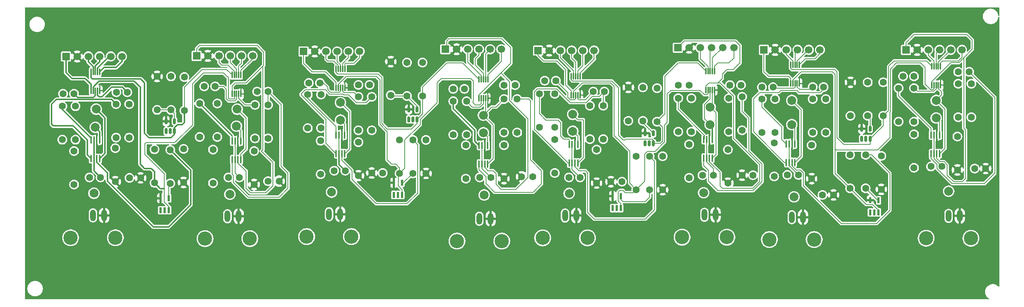
<source format=gbr>
%TF.GenerationSoftware,KiCad,Pcbnew,9.0.3*%
%TF.CreationDate,2025-11-11T16:23:07+05:30*%
%TF.ProjectId,Multi_daq,4d756c74-695f-4646-9171-2e6b69636164,rev?*%
%TF.SameCoordinates,Original*%
%TF.FileFunction,Copper,L1,Top*%
%TF.FilePolarity,Positive*%
%FSLAX46Y46*%
G04 Gerber Fmt 4.6, Leading zero omitted, Abs format (unit mm)*
G04 Created by KiCad (PCBNEW 9.0.3) date 2025-11-11 16:23:07*
%MOMM*%
%LPD*%
G01*
G04 APERTURE LIST*
G04 Aperture macros list*
%AMRoundRect*
0 Rectangle with rounded corners*
0 $1 Rounding radius*
0 $2 $3 $4 $5 $6 $7 $8 $9 X,Y pos of 4 corners*
0 Add a 4 corners polygon primitive as box body*
4,1,4,$2,$3,$4,$5,$6,$7,$8,$9,$2,$3,0*
0 Add four circle primitives for the rounded corners*
1,1,$1+$1,$2,$3*
1,1,$1+$1,$4,$5*
1,1,$1+$1,$6,$7*
1,1,$1+$1,$8,$9*
0 Add four rect primitives between the rounded corners*
20,1,$1+$1,$2,$3,$4,$5,0*
20,1,$1+$1,$4,$5,$6,$7,0*
20,1,$1+$1,$6,$7,$8,$9,0*
20,1,$1+$1,$8,$9,$2,$3,0*%
G04 Aperture macros list end*
%TA.AperFunction,ComponentPad*%
%ADD10C,1.600000*%
%TD*%
%TA.AperFunction,ComponentPad*%
%ADD11C,2.000000*%
%TD*%
%TA.AperFunction,SMDPad,CuDef*%
%ADD12RoundRect,0.035000X0.105000X-0.700000X0.105000X0.700000X-0.105000X0.700000X-0.105000X-0.700000X0*%
%TD*%
%TA.AperFunction,ComponentPad*%
%ADD13O,1.308000X2.616000*%
%TD*%
%TA.AperFunction,ComponentPad*%
%ADD14C,3.216000*%
%TD*%
%TA.AperFunction,ComponentPad*%
%ADD15R,1.700000X1.700000*%
%TD*%
%TA.AperFunction,ComponentPad*%
%ADD16C,1.700000*%
%TD*%
%TA.AperFunction,SMDPad,CuDef*%
%ADD17R,0.558800X1.320800*%
%TD*%
%TA.AperFunction,SMDPad,CuDef*%
%ADD18RoundRect,0.100000X0.100000X-0.712500X0.100000X0.712500X-0.100000X0.712500X-0.100000X-0.712500X0*%
%TD*%
%TA.AperFunction,SMDPad,CuDef*%
%ADD19RoundRect,0.150000X0.150000X-0.512500X0.150000X0.512500X-0.150000X0.512500X-0.150000X-0.512500X0*%
%TD*%
%TA.AperFunction,ViaPad*%
%ADD20C,0.600000*%
%TD*%
%TA.AperFunction,Conductor*%
%ADD21C,0.200000*%
%TD*%
%TA.AperFunction,Conductor*%
%ADD22C,0.300000*%
%TD*%
G04 APERTURE END LIST*
D10*
%TO.P,C2,1*%
%TO.N,Net-(U12-V_{Mid})*%
X238750000Y-74500000D03*
%TO.P,C2,2*%
%TO.N,GND*%
X241250000Y-74500000D03*
%TD*%
%TO.P,R55,1*%
%TO.N,GND*%
X217270000Y-71810000D03*
%TO.P,R55,2*%
%TO.N,Net-(U19-V_{Mid})*%
X217270000Y-64190000D03*
%TD*%
%TO.P,R12,1*%
%TO.N,/C2-3.3V*%
X245000000Y-65380000D03*
%TO.P,R12,2*%
%TO.N,/C12-1.8V*%
X245000000Y-73000000D03*
%TD*%
%TO.P,R33,1*%
%TO.N,Net-(J10-In)*%
X100500000Y-71810000D03*
%TO.P,R33,2*%
%TO.N,Net-(C16-Pad2)*%
X100500000Y-64190000D03*
%TD*%
D11*
%TO.P,TP20,1,1*%
%TO.N,Net-(U22-AIN+)*%
X182110000Y-60000000D03*
%TD*%
D12*
%TO.P,U21,1,VREF*%
%TO.N,/C7-3.3V*%
X212270000Y-50650000D03*
%TO.P,U21,2,AVDD*%
%TO.N,/C78-1.8V*%
X212770000Y-50650000D03*
%TO.P,U21,3,AIN+*%
%TO.N,Net-(U21-AIN+)*%
X213270000Y-50650000D03*
%TO.P,U21,4,AIN-*%
%TO.N,Net-(U21-AIN-)*%
X213770000Y-50650000D03*
%TO.P,U21,5,GND*%
%TO.N,GND*%
X214270000Y-50650000D03*
%TO.P,U21,6,CNVST*%
%TO.N,Net-(J13-Pin_6)*%
X214270000Y-46350000D03*
%TO.P,U21,7,SDO*%
%TO.N,Net-(J13-Pin_5)*%
X213770000Y-46350000D03*
%TO.P,U21,8,SCLK*%
%TO.N,Net-(J13-Pin_4)*%
X213270000Y-46350000D03*
%TO.P,U21,9,SDI*%
%TO.N,Net-(J13-Pin_3)*%
X212770000Y-46350000D03*
%TO.P,U21,10,DV_IO*%
%TO.N,/C78-2.7V*%
X212270000Y-46350000D03*
%TD*%
D10*
%TO.P,R41,1*%
%TO.N,Net-(C17-Pad2)*%
X66325000Y-61942800D03*
%TO.P,R41,2*%
%TO.N,Net-(U10-+)*%
X66325000Y-54322800D03*
%TD*%
%TO.P,R18,1*%
%TO.N,Net-(C8-Pad2)*%
X158000000Y-60810000D03*
%TO.P,R18,2*%
%TO.N,Net-(U5-AIN+)*%
X158000000Y-53190000D03*
%TD*%
%TO.P,R20,1*%
%TO.N,Net-(C9-Pad2)*%
X125000000Y-59310000D03*
%TO.P,R20,2*%
%TO.N,Net-(U6-AIN+)*%
X125000000Y-51690000D03*
%TD*%
D13*
%TO.P,J6,1,In*%
%TO.N,Net-(J6-In)*%
X160920000Y-79920000D03*
%TO.P,J6,2,Ext*%
%TO.N,GND*%
X163460000Y-79920000D03*
D14*
%TO.P,J6,3*%
%TO.N,N/C*%
X166000000Y-85000000D03*
%TO.P,J6,4*%
X155840000Y-85000000D03*
%TD*%
D10*
%TO.P,R30,1*%
%TO.N,/C4-3.3V*%
X142825000Y-61977800D03*
%TO.P,R30,2*%
%TO.N,/C34-1.8V*%
X142825000Y-69597800D03*
%TD*%
%TO.P,R2,1*%
%TO.N,Net-(J4-In)*%
X227770000Y-70310000D03*
%TO.P,R2,2*%
%TO.N,Net-(C3-Pad2)*%
X227770000Y-62690000D03*
%TD*%
%TO.P,C6,1*%
%TO.N,Net-(U3-V_{Mid})*%
X173000000Y-70357800D03*
%TO.P,C6,2*%
%TO.N,GND*%
X170500000Y-70357800D03*
%TD*%
%TO.P,C32,1*%
%TO.N,Net-(U20-+)*%
X175750000Y-48500000D03*
%TO.P,C32,2*%
%TO.N,Net-(U22-AIN+)*%
X178250000Y-48500000D03*
%TD*%
%TO.P,R11,1*%
%TO.N,Net-(U2-REF)*%
X252075000Y-65607500D03*
%TO.P,R11,2*%
%TO.N,GND*%
X252075000Y-73227500D03*
%TD*%
%TO.P,R67,1*%
%TO.N,Net-(U23-REF)*%
X202500000Y-65690000D03*
%TO.P,R67,2*%
%TO.N,GND*%
X202500000Y-73310000D03*
%TD*%
%TO.P,R36,1*%
%TO.N,Net-(C16-Pad2)*%
X101500000Y-61310000D03*
%TO.P,R36,2*%
%TO.N,Net-(U11-AIN+)*%
X101500000Y-53690000D03*
%TD*%
%TO.P,C18,1*%
%TO.N,Net-(U9--)*%
X113000000Y-51000000D03*
%TO.P,C18,2*%
%TO.N,Net-(U11-AIN-)*%
X110500000Y-51000000D03*
%TD*%
D12*
%TO.P,U6,1,VREF*%
%TO.N,/C4-3.3V*%
X128405000Y-50127800D03*
%TO.P,U6,2,AVDD*%
%TO.N,/C34-1.8V*%
X128905000Y-50127800D03*
%TO.P,U6,3,AIN+*%
%TO.N,Net-(U6-AIN+)*%
X129405000Y-50127800D03*
%TO.P,U6,4,AIN-*%
%TO.N,Net-(U6-AIN-)*%
X129905000Y-50127800D03*
%TO.P,U6,5,GND*%
%TO.N,GND*%
X130405000Y-50127800D03*
%TO.P,U6,6,CNVST*%
%TO.N,Net-(J8-Pin_6)*%
X130405000Y-45827800D03*
%TO.P,U6,7,SDO*%
%TO.N,Net-(J8-Pin_5)*%
X129905000Y-45827800D03*
%TO.P,U6,8,SCLK*%
%TO.N,Net-(J8-Pin_4)*%
X129405000Y-45827800D03*
%TO.P,U6,9,SDI*%
%TO.N,Net-(J8-Pin_3)*%
X128905000Y-45827800D03*
%TO.P,U6,10,DV_IO*%
%TO.N,/C34-2.7V*%
X128405000Y-45827800D03*
%TD*%
D11*
%TO.P,TP36,1,1*%
%TO.N,Net-(U18-AIN-)*%
X264500000Y-53000000D03*
%TD*%
D10*
%TO.P,C28,1*%
%TO.N,Net-(U20-V_{Mid})*%
X183750000Y-70500000D03*
%TO.P,C28,2*%
%TO.N,Net-(C28-Pad2)*%
X181250000Y-70500000D03*
%TD*%
%TO.P,R52,1*%
%TO.N,Net-(U17-V_{Mid})*%
X272500000Y-56810000D03*
%TO.P,R52,2*%
%TO.N,Net-(U17--)*%
X272500000Y-49190000D03*
%TD*%
%TO.P,C13,1*%
%TO.N,Net-(U4-+)*%
X122250000Y-49000000D03*
%TO.P,C13,2*%
%TO.N,Net-(U6-AIN+)*%
X124750000Y-49000000D03*
%TD*%
D11*
%TO.P,TP4,1,1*%
%TO.N,Net-(J6-In)*%
X162000000Y-74500000D03*
%TD*%
%TO.P,TP13,1,1*%
%TO.N,Net-(U11-AIN-)*%
X106000000Y-55000000D03*
%TD*%
D10*
%TO.P,R58,1*%
%TO.N,Net-(J15-In)*%
X178000000Y-69500000D03*
%TO.P,R58,2*%
%TO.N,Net-(C28-Pad2)*%
X178000000Y-61880000D03*
%TD*%
%TO.P,R71,1*%
%TO.N,/C8-3.3V*%
X199500000Y-65690000D03*
%TO.P,R71,2*%
%TO.N,Net-(U23-REF)*%
X199500000Y-73310000D03*
%TD*%
%TO.P,C9,1*%
%TO.N,Net-(U4-V_{Mid})*%
X130500000Y-68977800D03*
%TO.P,C9,2*%
%TO.N,Net-(C9-Pad2)*%
X128000000Y-68977800D03*
%TD*%
D15*
%TO.P,J5,1,Pin_1*%
%TO.N,/C2-3.3V*%
X225460000Y-41500000D03*
D16*
%TO.P,J5,2,Pin_2*%
%TO.N,GND*%
X228000000Y-41500000D03*
%TO.P,J5,3,Pin_3*%
%TO.N,Net-(J5-Pin_3)*%
X230540000Y-41500000D03*
%TO.P,J5,4,Pin_4*%
%TO.N,Net-(J5-Pin_4)*%
X233080000Y-41500000D03*
%TO.P,J5,5,Pin_5*%
%TO.N,Net-(J5-Pin_5)*%
X235620000Y-41500000D03*
%TO.P,J5,6,Pin_6*%
%TO.N,Net-(J5-Pin_6)*%
X238160000Y-41500000D03*
%TD*%
D17*
%TO.P,U7,1,NC_2*%
%TO.N,unconnected-(U7-NC_2-Pad1)*%
X141500000Y-74500000D03*
%TO.P,U7,2,NC*%
%TO.N,unconnected-(U7-NC-Pad2)*%
X142439800Y-74500000D03*
%TO.P,U7,3,CATHODE*%
%TO.N,/C34-1.8V*%
X143379600Y-74500000D03*
%TO.P,U7,4,REF*%
%TO.N,Net-(U7-REF)*%
X143379600Y-71756800D03*
%TO.P,U7,5,ANODE*%
%TO.N,GND*%
X141500000Y-71756800D03*
%TD*%
D10*
%TO.P,R53,1*%
%TO.N,Net-(U17-V_{Mid})*%
X269500000Y-56810000D03*
%TO.P,R53,2*%
%TO.N,Net-(U18-AIN-)*%
X269500000Y-49190000D03*
%TD*%
%TO.P,R62,1*%
%TO.N,Net-(C28-Pad2)*%
X178000000Y-59120000D03*
%TO.P,R62,2*%
%TO.N,Net-(U22-AIN+)*%
X178000000Y-51500000D03*
%TD*%
%TO.P,R59,1*%
%TO.N,Net-(U19-V_{Mid})*%
X217500000Y-60120000D03*
%TO.P,R59,2*%
%TO.N,Net-(U21-AIN-)*%
X217500000Y-52500000D03*
%TD*%
%TO.P,R13,1*%
%TO.N,GND*%
X166500000Y-70810000D03*
%TO.P,R13,2*%
%TO.N,Net-(U3-V_{Mid})*%
X166500000Y-63190000D03*
%TD*%
%TO.P,R16,1*%
%TO.N,Net-(J7-In)*%
X124905000Y-69810000D03*
%TO.P,R16,2*%
%TO.N,Net-(C9-Pad2)*%
X124905000Y-62190000D03*
%TD*%
%TO.P,C17,1*%
%TO.N,Net-(U10-V_{Mid})*%
X75000000Y-70500000D03*
%TO.P,C17,2*%
%TO.N,Net-(C17-Pad2)*%
X72500000Y-70500000D03*
%TD*%
%TO.P,R68,1*%
%TO.N,/C7-3.3V*%
X197990500Y-50021000D03*
%TO.P,R68,2*%
%TO.N,Net-(U24-REF)*%
X197990500Y-57641000D03*
%TD*%
%TO.P,R51,1*%
%TO.N,Net-(C25-Pad2)*%
X256000000Y-57810000D03*
%TO.P,R51,2*%
%TO.N,Net-(U17-+)*%
X256000000Y-50190000D03*
%TD*%
%TO.P,R4,1*%
%TO.N,Net-(C3-Pad2)*%
X228000000Y-60310000D03*
%TO.P,R4,2*%
%TO.N,Net-(U15-AIN+)*%
X228000000Y-52690000D03*
%TD*%
D12*
%TO.P,U5,1,VREF*%
%TO.N,/C3-3.3V*%
X160825000Y-52507800D03*
%TO.P,U5,2,AVDD*%
%TO.N,/C34-1.8V*%
X161325000Y-52507800D03*
%TO.P,U5,3,AIN+*%
%TO.N,Net-(U5-AIN+)*%
X161825000Y-52507800D03*
%TO.P,U5,4,AIN-*%
%TO.N,Net-(U5-AIN-)*%
X162325000Y-52507800D03*
%TO.P,U5,5,GND*%
%TO.N,GND*%
X162825000Y-52507800D03*
%TO.P,U5,6,CNVST*%
%TO.N,Net-(J1-Pin_6)*%
X162825000Y-48207800D03*
%TO.P,U5,7,SDO*%
%TO.N,Net-(J1-Pin_5)*%
X162325000Y-48207800D03*
%TO.P,U5,8,SCLK*%
%TO.N,Net-(J1-Pin_4)*%
X161825000Y-48207800D03*
%TO.P,U5,9,SDI*%
%TO.N,Net-(J1-Pin_3)*%
X161325000Y-48207800D03*
%TO.P,U5,10,DV_IO*%
%TO.N,/C34-2.7V*%
X160825000Y-48207800D03*
%TD*%
D11*
%TO.P,TP33,1,1*%
%TO.N,Net-(J2-In)*%
X267350000Y-73650000D03*
%TD*%
D10*
%TO.P,R22,1*%
%TO.N,Net-(U3-V_{Mid})*%
X169500000Y-60310000D03*
%TO.P,R22,2*%
%TO.N,Net-(U3--)*%
X169500000Y-52690000D03*
%TD*%
%TO.P,R8,1*%
%TO.N,GND*%
X245075000Y-48880000D03*
%TO.P,R8,2*%
%TO.N,Net-(U1-REF)*%
X245075000Y-56500000D03*
%TD*%
D11*
%TO.P,TP19,1,1*%
%TO.N,Net-(U21-AIN-)*%
X213270000Y-54500000D03*
%TD*%
D10*
%TO.P,R64,1*%
%TO.N,Net-(U19-V_{Mid})*%
X220500000Y-59810000D03*
%TO.P,R64,2*%
%TO.N,Net-(U19--)*%
X220500000Y-52190000D03*
%TD*%
%TO.P,R6,1*%
%TO.N,Net-(U12-V_{Mid})*%
X239500000Y-60310000D03*
%TO.P,R6,2*%
%TO.N,Net-(U12--)*%
X239500000Y-52690000D03*
%TD*%
D18*
%TO.P,U4,1,-*%
%TO.N,Net-(U4--)*%
X128430000Y-65090300D03*
%TO.P,U4,2,V_{OCM}*%
%TO.N,Net-(U4-V_{Mid})*%
X129080000Y-65090300D03*
%TO.P,U4,3,+V_{S}*%
%TO.N,/C4-3.3V*%
X129730000Y-65090300D03*
%TO.P,U4,4*%
%TO.N,Net-(U6-AIN-)*%
X130380000Y-65090300D03*
%TO.P,U4,5*%
%TO.N,Net-(U6-AIN+)*%
X130380000Y-60865300D03*
%TO.P,U4,6,-V_{S}*%
%TO.N,GND*%
X129730000Y-60865300D03*
%TO.P,U4,7,V_{Mid}*%
%TO.N,Net-(U4-V_{Mid})*%
X129080000Y-60865300D03*
%TO.P,U4,8,+*%
%TO.N,Net-(U4-+)*%
X128430000Y-60865300D03*
%TD*%
D10*
%TO.P,R57,1*%
%TO.N,Net-(J14-In)*%
X208500000Y-70620000D03*
%TO.P,R57,2*%
%TO.N,Net-(C24-Pad2)*%
X208500000Y-63000000D03*
%TD*%
%TO.P,R3,1*%
%TO.N,Net-(U12-V_{Mid})*%
X236500000Y-60310000D03*
%TO.P,R3,2*%
%TO.N,Net-(U15-AIN-)*%
X236500000Y-52690000D03*
%TD*%
D19*
%TO.P,U1,1*%
%TO.N,N/C*%
X247625000Y-61727500D03*
%TO.P,U1,2*%
X248575000Y-61727500D03*
%TO.P,U1,3,K*%
%TO.N,/C12-2.7V*%
X249525000Y-61727500D03*
%TO.P,U1,4,REF*%
%TO.N,Net-(U1-REF)*%
X249525000Y-59452500D03*
%TO.P,U1,5,A*%
%TO.N,GND*%
X247625000Y-59452500D03*
%TD*%
D13*
%TO.P,J7,1,In*%
%TO.N,Net-(J7-In)*%
X126825000Y-78897800D03*
%TO.P,J7,2,Ext*%
%TO.N,GND*%
X129365000Y-78897800D03*
D14*
%TO.P,J7,3*%
%TO.N,N/C*%
X131905000Y-83977800D03*
%TO.P,J7,4*%
X121745000Y-83977800D03*
%TD*%
D10*
%TO.P,R72,1*%
%TO.N,/C8-3.3V*%
X196500000Y-65690000D03*
%TO.P,R72,2*%
%TO.N,/C78-1.8V*%
X196500000Y-73310000D03*
%TD*%
D13*
%TO.P,J10,1,In*%
%TO.N,Net-(J10-In)*%
X103785000Y-79357800D03*
%TO.P,J10,2,Ext*%
%TO.N,GND*%
X106325000Y-79357800D03*
D14*
%TO.P,J10,3*%
%TO.N,N/C*%
X108865000Y-84437800D03*
%TO.P,J10,4*%
X98705000Y-84437800D03*
%TD*%
D11*
%TO.P,TP18,1,1*%
%TO.N,Net-(U21-AIN+)*%
X213270000Y-58500000D03*
%TD*%
D15*
%TO.P,J3,1,Pin_1*%
%TO.N,/C1-3.3V*%
X257650000Y-41500000D03*
D16*
%TO.P,J3,2,Pin_2*%
%TO.N,GND*%
X260190000Y-41500000D03*
%TO.P,J3,3,Pin_3*%
%TO.N,Net-(J3-Pin_3)*%
X262730000Y-41500000D03*
%TO.P,J3,4,Pin_4*%
%TO.N,Net-(J3-Pin_4)*%
X265270000Y-41500000D03*
%TO.P,J3,5,Pin_5*%
%TO.N,Net-(J3-Pin_5)*%
X267810000Y-41500000D03*
%TO.P,J3,6,Pin_6*%
%TO.N,Net-(J3-Pin_6)*%
X270350000Y-41500000D03*
%TD*%
D10*
%TO.P,R39,1*%
%TO.N,Net-(C16-Pad2)*%
X97500000Y-61310000D03*
%TO.P,R39,2*%
%TO.N,Net-(U9-+)*%
X97500000Y-53690000D03*
%TD*%
%TO.P,C19,1*%
%TO.N,Net-(U9-+)*%
X98490000Y-49820000D03*
%TO.P,C19,2*%
%TO.N,Net-(U11-AIN+)*%
X100990000Y-49820000D03*
%TD*%
D11*
%TO.P,TP16,1,1*%
%TO.N,Net-(J14-In)*%
X211770000Y-74000000D03*
%TD*%
D10*
%TO.P,R40,1*%
%TO.N,Net-(U9-V_{Mid})*%
X113000000Y-61620000D03*
%TO.P,R40,2*%
%TO.N,Net-(U9--)*%
X113000000Y-54000000D03*
%TD*%
%TO.P,R17,1*%
%TO.N,Net-(U3-V_{Mid})*%
X166500000Y-60310000D03*
%TO.P,R17,2*%
%TO.N,Net-(U5-AIN-)*%
X166500000Y-52690000D03*
%TD*%
%TO.P,C23,1*%
%TO.N,Net-(U20-V_{Mid})*%
X193250000Y-71500000D03*
%TO.P,C23,2*%
%TO.N,GND*%
X190750000Y-71500000D03*
%TD*%
%TO.P,R15,1*%
%TO.N,Net-(J6-In)*%
X157825000Y-70810000D03*
%TO.P,R15,2*%
%TO.N,Net-(C8-Pad2)*%
X157825000Y-63190000D03*
%TD*%
D13*
%TO.P,J14,1,In*%
%TO.N,Net-(J14-In)*%
X211965500Y-79035300D03*
%TO.P,J14,2,Ext*%
%TO.N,GND*%
X214505500Y-79035300D03*
D14*
%TO.P,J14,3*%
%TO.N,N/C*%
X217045500Y-84115300D03*
%TO.P,J14,4*%
X206885500Y-84115300D03*
%TD*%
D11*
%TO.P,TP10,1,1*%
%TO.N,Net-(J10-In)*%
X104325000Y-74357800D03*
%TD*%
D10*
%TO.P,R21,1*%
%TO.N,Net-(C8-Pad2)*%
X155000000Y-60810000D03*
%TO.P,R21,2*%
%TO.N,Net-(U3-+)*%
X155000000Y-53190000D03*
%TD*%
%TO.P,R32,1*%
%TO.N,GND*%
X78325000Y-71500000D03*
%TO.P,R32,2*%
%TO.N,Net-(U10-V_{Mid})*%
X78325000Y-63880000D03*
%TD*%
%TO.P,R35,1*%
%TO.N,Net-(U9-V_{Mid})*%
X110000000Y-61620000D03*
%TO.P,R35,2*%
%TO.N,Net-(U11-AIN-)*%
X110000000Y-54000000D03*
%TD*%
%TO.P,C3,1*%
%TO.N,Net-(U12-V_{Mid})*%
X233270000Y-69949700D03*
%TO.P,C3,2*%
%TO.N,Net-(C3-Pad2)*%
X230770000Y-69949700D03*
%TD*%
%TO.P,C22,1*%
%TO.N,Net-(U19-V_{Mid})*%
X223000000Y-70000000D03*
%TO.P,C22,2*%
%TO.N,GND*%
X220500000Y-70000000D03*
%TD*%
%TO.P,R29,1*%
%TO.N,/C4-3.3V*%
X145825000Y-61977800D03*
%TO.P,R29,2*%
%TO.N,Net-(U7-REF)*%
X145825000Y-69597800D03*
%TD*%
%TO.P,C11,1*%
%TO.N,Net-(U3-+)*%
X155000000Y-50357800D03*
%TO.P,C11,2*%
%TO.N,Net-(U5-AIN+)*%
X157500000Y-50357800D03*
%TD*%
%TO.P,C31,1*%
%TO.N,Net-(U20--)*%
X189250000Y-51000000D03*
%TO.P,C31,2*%
%TO.N,Net-(U22-AIN-)*%
X186750000Y-51000000D03*
%TD*%
D11*
%TO.P,TP1,1,1*%
%TO.N,Net-(J4-In)*%
X232270000Y-74949700D03*
%TD*%
%TO.P,TP35,1,1*%
%TO.N,Net-(U18-AIN+)*%
X264500000Y-57000000D03*
%TD*%
D10*
%TO.P,R10,1*%
%TO.N,/C2-3.3V*%
X248500000Y-65380000D03*
%TO.P,R10,2*%
%TO.N,Net-(U2-REF)*%
X248500000Y-73000000D03*
%TD*%
%TO.P,R69,1*%
%TO.N,GND*%
X194720500Y-50021000D03*
%TO.P,R69,2*%
%TO.N,Net-(U24-REF)*%
X194720500Y-57641000D03*
%TD*%
D12*
%TO.P,U22,1,VREF*%
%TO.N,/C8-3.3V*%
X181770000Y-51800000D03*
%TO.P,U22,2,AVDD*%
%TO.N,/C78-1.8V*%
X182270000Y-51800000D03*
%TO.P,U22,3,AIN+*%
%TO.N,Net-(U22-AIN+)*%
X182770000Y-51800000D03*
%TO.P,U22,4,AIN-*%
%TO.N,Net-(U22-AIN-)*%
X183270000Y-51800000D03*
%TO.P,U22,5,GND*%
%TO.N,GND*%
X183770000Y-51800000D03*
%TO.P,U22,6,CNVST*%
%TO.N,Net-(J16-Pin_6)*%
X183770000Y-47500000D03*
%TO.P,U22,7,SDO*%
%TO.N,Net-(J16-Pin_5)*%
X183270000Y-47500000D03*
%TO.P,U22,8,SCLK*%
%TO.N,Net-(J16-Pin_4)*%
X182770000Y-47500000D03*
%TO.P,U22,9,SDI*%
%TO.N,Net-(J16-Pin_3)*%
X182270000Y-47500000D03*
%TO.P,U22,10,DV_IO*%
%TO.N,/C78-2.7V*%
X181770000Y-47500000D03*
%TD*%
D10*
%TO.P,R24,1*%
%TO.N,Net-(U4-V_{Mid})*%
X136500000Y-59810000D03*
%TO.P,R24,2*%
%TO.N,Net-(U4--)*%
X136500000Y-52190000D03*
%TD*%
%TO.P,C27,1*%
%TO.N,Net-(U17-+)*%
X257000000Y-47537500D03*
%TO.P,C27,2*%
%TO.N,Net-(U18-AIN+)*%
X259500000Y-47537500D03*
%TD*%
D11*
%TO.P,TP12,1,1*%
%TO.N,Net-(U11-AIN+)*%
X105825000Y-58857800D03*
%TD*%
%TO.P,TP15,1,1*%
%TO.N,Net-(U13-AIN-)*%
X74000000Y-55000000D03*
%TD*%
D10*
%TO.P,C15,1*%
%TO.N,Net-(U10-V_{Mid})*%
X81575000Y-70632800D03*
%TO.P,C15,2*%
%TO.N,GND*%
X84075000Y-70632800D03*
%TD*%
%TO.P,R28,1*%
%TO.N,/C3-3.3V*%
X148000000Y-44380000D03*
%TO.P,R28,2*%
%TO.N,/C34-2.7V*%
X148000000Y-52000000D03*
%TD*%
D18*
%TO.P,U12,1,-*%
%TO.N,Net-(U12--)*%
X230525000Y-67112500D03*
%TO.P,U12,2,V_{OCM}*%
%TO.N,Net-(U12-V_{Mid})*%
X231175000Y-67112500D03*
%TO.P,U12,3,+V_{S}*%
%TO.N,/C2-3.3V*%
X231825000Y-67112500D03*
%TO.P,U12,4*%
%TO.N,Net-(U15-AIN-)*%
X232475000Y-67112500D03*
%TO.P,U12,5*%
%TO.N,Net-(U15-AIN+)*%
X232475000Y-62887500D03*
%TO.P,U12,6,-V_{S}*%
%TO.N,GND*%
X231825000Y-62887500D03*
%TO.P,U12,7,V_{Mid}*%
%TO.N,Net-(U12-V_{Mid})*%
X231175000Y-62887500D03*
%TO.P,U12,8,+*%
%TO.N,Net-(U12-+)*%
X230525000Y-62887500D03*
%TD*%
D10*
%TO.P,R46,1*%
%TO.N,/C5-3.3V*%
X94000000Y-47690000D03*
%TO.P,R46,2*%
%TO.N,/C56-2.7V*%
X94000000Y-55310000D03*
%TD*%
%TO.P,R5,1*%
%TO.N,Net-(C3-Pad2)*%
X225000000Y-60310000D03*
%TO.P,R5,2*%
%TO.N,Net-(U12-+)*%
X225000000Y-52690000D03*
%TD*%
D18*
%TO.P,U20,1,-*%
%TO.N,Net-(U20--)*%
X181295000Y-67262500D03*
%TO.P,U20,2,V_{OCM}*%
%TO.N,Net-(U20-V_{Mid})*%
X181945000Y-67262500D03*
%TO.P,U20,3,+V_{S}*%
%TO.N,/C8-3.3V*%
X182595000Y-67262500D03*
%TO.P,U20,4*%
%TO.N,Net-(U22-AIN-)*%
X183245000Y-67262500D03*
%TO.P,U20,5*%
%TO.N,Net-(U22-AIN+)*%
X183245000Y-63037500D03*
%TO.P,U20,6,-V_{S}*%
%TO.N,GND*%
X182595000Y-63037500D03*
%TO.P,U20,7,V_{Mid}*%
%TO.N,Net-(U20-V_{Mid})*%
X181945000Y-63037500D03*
%TO.P,U20,8,+*%
%TO.N,Net-(U20-+)*%
X181295000Y-63037500D03*
%TD*%
D10*
%TO.P,C1,1*%
%TO.N,Net-(U17-V_{Mid})*%
X273250000Y-68500000D03*
%TO.P,C1,2*%
%TO.N,GND*%
X275750000Y-68500000D03*
%TD*%
D17*
%TO.P,U14,1,NC_2*%
%TO.N,unconnected-(U14-NC_2-Pad1)*%
X88620400Y-78000000D03*
%TO.P,U14,2,NC*%
%TO.N,unconnected-(U14-NC-Pad2)*%
X89560200Y-78000000D03*
%TO.P,U14,3,CATHODE*%
%TO.N,/C56-1.8V*%
X90500000Y-78000000D03*
%TO.P,U14,4,REF*%
%TO.N,Net-(U14-REF)*%
X90500000Y-75256800D03*
%TO.P,U14,5,ANODE*%
%TO.N,GND*%
X88620400Y-75256800D03*
%TD*%
D10*
%TO.P,R42,1*%
%TO.N,Net-(U10-V_{Mid})*%
X78500000Y-61442800D03*
%TO.P,R42,2*%
%TO.N,Net-(U10--)*%
X78500000Y-53822800D03*
%TD*%
%TO.P,R34,1*%
%TO.N,Net-(J11-In)*%
X69000000Y-72120000D03*
%TO.P,R34,2*%
%TO.N,Net-(C17-Pad2)*%
X69000000Y-64500000D03*
%TD*%
%TO.P,C8,1*%
%TO.N,Net-(U3-V_{Mid})*%
X163500000Y-70500000D03*
%TO.P,C8,2*%
%TO.N,Net-(C8-Pad2)*%
X161000000Y-70500000D03*
%TD*%
%TO.P,R31,1*%
%TO.N,GND*%
X109825000Y-72120000D03*
%TO.P,R31,2*%
%TO.N,Net-(U9-V_{Mid})*%
X109825000Y-64500000D03*
%TD*%
%TO.P,C24,1*%
%TO.N,Net-(U19-V_{Mid})*%
X214000000Y-70000000D03*
%TO.P,C24,2*%
%TO.N,Net-(C24-Pad2)*%
X211500000Y-70000000D03*
%TD*%
D12*
%TO.P,U18,1,VREF*%
%TO.N,/C1-3.3V*%
X263500000Y-49500000D03*
%TO.P,U18,2,AVDD*%
%TO.N,/C12-1.8V*%
X264000000Y-49500000D03*
%TO.P,U18,3,AIN+*%
%TO.N,Net-(U18-AIN+)*%
X264500000Y-49500000D03*
%TO.P,U18,4,AIN-*%
%TO.N,Net-(U18-AIN-)*%
X265000000Y-49500000D03*
%TO.P,U18,5,GND*%
%TO.N,GND*%
X265500000Y-49500000D03*
%TO.P,U18,6,CNVST*%
%TO.N,Net-(J3-Pin_6)*%
X265500000Y-45200000D03*
%TO.P,U18,7,SDO*%
%TO.N,Net-(J3-Pin_5)*%
X265000000Y-45200000D03*
%TO.P,U18,8,SCLK*%
%TO.N,Net-(J3-Pin_4)*%
X264500000Y-45200000D03*
%TO.P,U18,9,SDI*%
%TO.N,Net-(J3-Pin_3)*%
X264000000Y-45200000D03*
%TO.P,U18,10,DV_IO*%
%TO.N,/C12-2.7V*%
X263500000Y-45200000D03*
%TD*%
D13*
%TO.P,J11,1,In*%
%TO.N,Net-(J11-In)*%
X73285000Y-79168100D03*
%TO.P,J11,2,Ext*%
%TO.N,GND*%
X75825000Y-79168100D03*
D14*
%TO.P,J11,3*%
%TO.N,N/C*%
X78365000Y-84248100D03*
%TO.P,J11,4*%
X68205000Y-84248100D03*
%TD*%
D15*
%TO.P,J8,1,Pin_1*%
%TO.N,/C4-3.3V*%
X121055000Y-41857800D03*
D16*
%TO.P,J8,2,Pin_2*%
%TO.N,GND*%
X123595000Y-41857800D03*
%TO.P,J8,3,Pin_3*%
%TO.N,Net-(J8-Pin_3)*%
X126135000Y-41857800D03*
%TO.P,J8,4,Pin_4*%
%TO.N,Net-(J8-Pin_4)*%
X128675000Y-41857800D03*
%TO.P,J8,5,Pin_5*%
%TO.N,Net-(J8-Pin_5)*%
X131215000Y-41857800D03*
%TO.P,J8,6,Pin_6*%
%TO.N,Net-(J8-Pin_6)*%
X133755000Y-41857800D03*
%TD*%
D10*
%TO.P,C20,1*%
%TO.N,Net-(U10--)*%
X78575000Y-51132800D03*
%TO.P,C20,2*%
%TO.N,Net-(U13-AIN-)*%
X81075000Y-51132800D03*
%TD*%
D18*
%TO.P,U19,1,-*%
%TO.N,Net-(U19--)*%
X211795000Y-66112500D03*
%TO.P,U19,2,V_{OCM}*%
%TO.N,Net-(U19-V_{Mid})*%
X212445000Y-66112500D03*
%TO.P,U19,3,+V_{S}*%
%TO.N,/C7-3.3V*%
X213095000Y-66112500D03*
%TO.P,U19,4*%
%TO.N,Net-(U21-AIN-)*%
X213745000Y-66112500D03*
%TO.P,U19,5*%
%TO.N,Net-(U21-AIN+)*%
X213745000Y-61887500D03*
%TO.P,U19,6,-V_{S}*%
%TO.N,GND*%
X213095000Y-61887500D03*
%TO.P,U19,7,V_{Mid}*%
%TO.N,Net-(U19-V_{Mid})*%
X212445000Y-61887500D03*
%TO.P,U19,8,+*%
%TO.N,Net-(U19-+)*%
X211795000Y-61887500D03*
%TD*%
D11*
%TO.P,TP7,1,1*%
%TO.N,Net-(U5-AIN-)*%
X161825000Y-56357800D03*
%TD*%
D10*
%TO.P,R48,1*%
%TO.N,/C6-3.3V*%
X87220000Y-64140000D03*
%TO.P,R48,2*%
%TO.N,/C56-1.8V*%
X87220000Y-71760000D03*
%TD*%
%TO.P,R19,1*%
%TO.N,Net-(U4-V_{Mid})*%
X133500000Y-59810000D03*
%TO.P,R19,2*%
%TO.N,Net-(U6-AIN-)*%
X133500000Y-52190000D03*
%TD*%
D13*
%TO.P,J4,1,In*%
%TO.N,Net-(J4-In)*%
X231770000Y-79570000D03*
%TO.P,J4,2,Ext*%
%TO.N,GND*%
X234310000Y-79570000D03*
D14*
%TO.P,J4,3*%
%TO.N,N/C*%
X236850000Y-84650000D03*
%TO.P,J4,4*%
X226690000Y-84650000D03*
%TD*%
D12*
%TO.P,U13,1,VREF*%
%TO.N,/C6-3.3V*%
X72825000Y-50782800D03*
%TO.P,U13,2,AVDD*%
%TO.N,/C56-1.8V*%
X73325000Y-50782800D03*
%TO.P,U13,3,AIN+*%
%TO.N,Net-(U13-AIN+)*%
X73825000Y-50782800D03*
%TO.P,U13,4,AIN-*%
%TO.N,Net-(U13-AIN-)*%
X74325000Y-50782800D03*
%TO.P,U13,5,GND*%
%TO.N,GND*%
X74825000Y-50782800D03*
%TO.P,U13,6,CNVST*%
%TO.N,Net-(J12-Pin_6)*%
X74825000Y-46482800D03*
%TO.P,U13,7,SDO*%
%TO.N,Net-(J12-Pin_5)*%
X74325000Y-46482800D03*
%TO.P,U13,8,SCLK*%
%TO.N,Net-(J12-Pin_4)*%
X73825000Y-46482800D03*
%TO.P,U13,9,SDI*%
%TO.N,Net-(J12-Pin_3)*%
X73325000Y-46482800D03*
%TO.P,U13,10,DV_IO*%
%TO.N,/C56-2.7V*%
X72825000Y-46482800D03*
%TD*%
D10*
%TO.P,C16,1*%
%TO.N,Net-(U9-V_{Mid})*%
X106500000Y-70500000D03*
%TO.P,C16,2*%
%TO.N,Net-(C16-Pad2)*%
X104000000Y-70500000D03*
%TD*%
%TO.P,R61,1*%
%TO.N,Net-(U20-V_{Mid})*%
X186000000Y-61810000D03*
%TO.P,R61,2*%
%TO.N,Net-(U22-AIN-)*%
X186000000Y-54190000D03*
%TD*%
%TO.P,C12,1*%
%TO.N,Net-(U4--)*%
X136000000Y-49477800D03*
%TO.P,C12,2*%
%TO.N,Net-(U6-AIN-)*%
X133500000Y-49477800D03*
%TD*%
D19*
%TO.P,U24,1*%
%TO.N,N/C*%
X198500000Y-62775000D03*
%TO.P,U24,2*%
X199450000Y-62775000D03*
%TO.P,U24,3,K*%
%TO.N,/C78-2.7V*%
X200400000Y-62775000D03*
%TO.P,U24,4,REF*%
%TO.N,Net-(U24-REF)*%
X200400000Y-60500000D03*
%TO.P,U24,5,A*%
%TO.N,GND*%
X198500000Y-60500000D03*
%TD*%
D11*
%TO.P,TP9,1,1*%
%TO.N,Net-(U6-AIN-)*%
X129405000Y-53477800D03*
%TD*%
D10*
%TO.P,C29,1*%
%TO.N,Net-(U19--)*%
X220250000Y-49500000D03*
%TO.P,C29,2*%
%TO.N,Net-(U21-AIN-)*%
X217750000Y-49500000D03*
%TD*%
D11*
%TO.P,TP11,1,1*%
%TO.N,Net-(J11-In)*%
X73500000Y-74132800D03*
%TD*%
D10*
%TO.P,R37,1*%
%TO.N,Net-(U10-V_{Mid})*%
X81500000Y-61442800D03*
%TO.P,R37,2*%
%TO.N,Net-(U13-AIN-)*%
X81500000Y-53822800D03*
%TD*%
D13*
%TO.P,J2,1,In*%
%TO.N,Net-(J2-In)*%
X267325000Y-79277800D03*
%TO.P,J2,2,Ext*%
%TO.N,GND*%
X269865000Y-79277800D03*
D14*
%TO.P,J2,3*%
%TO.N,N/C*%
X272405000Y-84357800D03*
%TO.P,J2,4*%
X262245000Y-84357800D03*
%TD*%
D15*
%TO.P,J9,1,Pin_1*%
%TO.N,/C5-3.3V*%
X96785000Y-42857800D03*
D16*
%TO.P,J9,2,Pin_2*%
%TO.N,GND*%
X99325000Y-42857800D03*
%TO.P,J9,3,Pin_3*%
%TO.N,Net-(J9-Pin_3)*%
X101865000Y-42857800D03*
%TO.P,J9,4,Pin_4*%
%TO.N,Net-(J9-Pin_4)*%
X104405000Y-42857800D03*
%TO.P,J9,5,Pin_5*%
%TO.N,Net-(J9-Pin_5)*%
X106945000Y-42857800D03*
%TO.P,J9,6,Pin_6*%
%TO.N,Net-(J9-Pin_6)*%
X109485000Y-42857800D03*
%TD*%
D10*
%TO.P,R44,1*%
%TO.N,/C5-3.3V*%
X91000000Y-47547800D03*
%TO.P,R44,2*%
%TO.N,Net-(U16-REF)*%
X91000000Y-55167800D03*
%TD*%
%TO.P,R54,1*%
%TO.N,Net-(C25-Pad2)*%
X259500000Y-57810000D03*
%TO.P,R54,2*%
%TO.N,Net-(U18-AIN+)*%
X259500000Y-50190000D03*
%TD*%
D18*
%TO.P,U9,1,-*%
%TO.N,Net-(U9--)*%
X104850000Y-66470300D03*
%TO.P,U9,2,V_{OCM}*%
%TO.N,Net-(U9-V_{Mid})*%
X105500000Y-66470300D03*
%TO.P,U9,3,+V_{S}*%
%TO.N,/C5-3.3V*%
X106150000Y-66470300D03*
%TO.P,U9,4*%
%TO.N,Net-(U11-AIN-)*%
X106800000Y-66470300D03*
%TO.P,U9,5*%
%TO.N,Net-(U11-AIN+)*%
X106800000Y-62245300D03*
%TO.P,U9,6,-V_{S}*%
%TO.N,GND*%
X106150000Y-62245300D03*
%TO.P,U9,7,V_{Mid}*%
%TO.N,Net-(U9-V_{Mid})*%
X105500000Y-62245300D03*
%TO.P,U9,8,+*%
%TO.N,Net-(U9-+)*%
X104850000Y-62245300D03*
%TD*%
D12*
%TO.P,U15,1,VREF*%
%TO.N,/C2-3.3V*%
X231500000Y-49150000D03*
%TO.P,U15,2,AVDD*%
%TO.N,/C12-1.8V*%
X232000000Y-49150000D03*
%TO.P,U15,3,AIN+*%
%TO.N,Net-(U15-AIN+)*%
X232500000Y-49150000D03*
%TO.P,U15,4,AIN-*%
%TO.N,Net-(U15-AIN-)*%
X233000000Y-49150000D03*
%TO.P,U15,5,GND*%
%TO.N,GND*%
X233500000Y-49150000D03*
%TO.P,U15,6,CNVST*%
%TO.N,Net-(J5-Pin_6)*%
X233500000Y-44850000D03*
%TO.P,U15,7,SDO*%
%TO.N,Net-(J5-Pin_5)*%
X233000000Y-44850000D03*
%TO.P,U15,8,SCLK*%
%TO.N,Net-(J5-Pin_4)*%
X232500000Y-44850000D03*
%TO.P,U15,9,SDI*%
%TO.N,Net-(J5-Pin_3)*%
X232000000Y-44850000D03*
%TO.P,U15,10,DV_IO*%
%TO.N,/C12-2.7V*%
X231500000Y-44850000D03*
%TD*%
D10*
%TO.P,R49,1*%
%TO.N,Net-(J2-In)*%
X259500000Y-68310000D03*
%TO.P,R49,2*%
%TO.N,Net-(C25-Pad2)*%
X259500000Y-60690000D03*
%TD*%
D15*
%TO.P,J16,1,Pin_1*%
%TO.N,/C8-3.3V*%
X174230000Y-41650000D03*
D16*
%TO.P,J16,2,Pin_2*%
%TO.N,GND*%
X176770000Y-41650000D03*
%TO.P,J16,3,Pin_3*%
%TO.N,Net-(J16-Pin_3)*%
X179310000Y-41650000D03*
%TO.P,J16,4,Pin_4*%
%TO.N,Net-(J16-Pin_4)*%
X181850000Y-41650000D03*
%TO.P,J16,5,Pin_5*%
%TO.N,Net-(J16-Pin_5)*%
X184390000Y-41650000D03*
%TO.P,J16,6,Pin_6*%
%TO.N,Net-(J16-Pin_6)*%
X186930000Y-41650000D03*
%TD*%
D11*
%TO.P,TP21,1,1*%
%TO.N,Net-(U22-AIN-)*%
X182090000Y-56180000D03*
%TD*%
D10*
%TO.P,R9,1*%
%TO.N,/C1-3.3V*%
X252500000Y-48880000D03*
%TO.P,R9,2*%
%TO.N,/C12-2.7V*%
X252500000Y-56500000D03*
%TD*%
%TO.P,R43,1*%
%TO.N,Net-(U14-REF)*%
X93825000Y-64047800D03*
%TO.P,R43,2*%
%TO.N,GND*%
X93825000Y-71667800D03*
%TD*%
%TO.P,R26,1*%
%TO.N,/C3-3.3V*%
X144500000Y-44380000D03*
%TO.P,R26,2*%
%TO.N,Net-(U8-REF)*%
X144500000Y-52000000D03*
%TD*%
%TO.P,C14,1*%
%TO.N,Net-(U9-V_{Mid})*%
X113000000Y-71357800D03*
%TO.P,C14,2*%
%TO.N,GND*%
X115500000Y-71357800D03*
%TD*%
%TO.P,R63,1*%
%TO.N,Net-(C24-Pad2)*%
X206000000Y-60120000D03*
%TO.P,R63,2*%
%TO.N,Net-(U19-+)*%
X206000000Y-52500000D03*
%TD*%
%TO.P,R27,1*%
%TO.N,GND*%
X140825000Y-44167800D03*
%TO.P,R27,2*%
%TO.N,Net-(U8-REF)*%
X140825000Y-51787800D03*
%TD*%
D18*
%TO.P,U10,1,-*%
%TO.N,Net-(U10--)*%
X72850000Y-66245300D03*
%TO.P,U10,2,V_{OCM}*%
%TO.N,Net-(U10-V_{Mid})*%
X73500000Y-66245300D03*
%TO.P,U10,3,+V_{S}*%
%TO.N,/C6-3.3V*%
X74150000Y-66245300D03*
%TO.P,U10,4*%
%TO.N,Net-(U13-AIN-)*%
X74800000Y-66245300D03*
%TO.P,U10,5*%
%TO.N,Net-(U13-AIN+)*%
X74800000Y-62020300D03*
%TO.P,U10,6,-V_{S}*%
%TO.N,GND*%
X74150000Y-62020300D03*
%TO.P,U10,7,V_{Mid}*%
%TO.N,Net-(U10-V_{Mid})*%
X73500000Y-62020300D03*
%TO.P,U10,8,+*%
%TO.N,Net-(U10-+)*%
X72850000Y-62020300D03*
%TD*%
D19*
%TO.P,U16,1*%
%TO.N,N/C*%
X89875000Y-59995300D03*
%TO.P,U16,2*%
X90825000Y-59995300D03*
%TO.P,U16,3,K*%
%TO.N,/C56-2.7V*%
X91775000Y-59995300D03*
%TO.P,U16,4,REF*%
%TO.N,Net-(U16-REF)*%
X91775000Y-57720300D03*
%TO.P,U16,5,A*%
%TO.N,GND*%
X89875000Y-57720300D03*
%TD*%
D10*
%TO.P,R38,1*%
%TO.N,Net-(C17-Pad2)*%
X69325000Y-61942800D03*
%TO.P,R38,2*%
%TO.N,Net-(U13-AIN+)*%
X69325000Y-54322800D03*
%TD*%
%TO.P,C21,1*%
%TO.N,Net-(U10-+)*%
X66500000Y-51500000D03*
%TO.P,C21,2*%
%TO.N,Net-(U13-AIN+)*%
X69000000Y-51500000D03*
%TD*%
D11*
%TO.P,TP8,1,1*%
%TO.N,Net-(U6-AIN+)*%
X129405000Y-57477800D03*
%TD*%
%TO.P,TP14,1,1*%
%TO.N,Net-(U13-AIN+)*%
X73825000Y-59132800D03*
%TD*%
D15*
%TO.P,J13,1,Pin_1*%
%TO.N,/C7-3.3V*%
X205920000Y-41000000D03*
D16*
%TO.P,J13,2,Pin_2*%
%TO.N,GND*%
X208460000Y-41000000D03*
%TO.P,J13,3,Pin_3*%
%TO.N,Net-(J13-Pin_3)*%
X211000000Y-41000000D03*
%TO.P,J13,4,Pin_4*%
%TO.N,Net-(J13-Pin_4)*%
X213540000Y-41000000D03*
%TO.P,J13,5,Pin_5*%
%TO.N,Net-(J13-Pin_5)*%
X216080000Y-41000000D03*
%TO.P,J13,6,Pin_6*%
%TO.N,Net-(J13-Pin_6)*%
X218620000Y-41000000D03*
%TD*%
D10*
%TO.P,C7,1*%
%TO.N,Net-(U4-V_{Mid})*%
X139000000Y-69500000D03*
%TO.P,C7,2*%
%TO.N,GND*%
X136500000Y-69500000D03*
%TD*%
%TO.P,R7,1*%
%TO.N,/C1-3.3V*%
X249000000Y-48880000D03*
%TO.P,R7,2*%
%TO.N,Net-(U1-REF)*%
X249000000Y-56500000D03*
%TD*%
%TO.P,R1,1*%
%TO.N,GND*%
X236270000Y-70810000D03*
%TO.P,R1,2*%
%TO.N,Net-(U12-V_{Mid})*%
X236270000Y-63190000D03*
%TD*%
D11*
%TO.P,TP3,1,1*%
%TO.N,Net-(U15-AIN-)*%
X231770000Y-53000000D03*
%TD*%
D10*
%TO.P,R25,1*%
%TO.N,Net-(U7-REF)*%
X148825000Y-61977800D03*
%TO.P,R25,2*%
%TO.N,GND*%
X148825000Y-69597800D03*
%TD*%
%TO.P,R50,1*%
%TO.N,GND*%
X269325000Y-68810000D03*
%TO.P,R50,2*%
%TO.N,Net-(U17-V_{Mid})*%
X269325000Y-61190000D03*
%TD*%
%TO.P,C4,1*%
%TO.N,Net-(U12--)*%
X239000000Y-49949700D03*
%TO.P,C4,2*%
%TO.N,Net-(U15-AIN-)*%
X236500000Y-49949700D03*
%TD*%
D12*
%TO.P,U11,1,VREF*%
%TO.N,/C5-3.3V*%
X104825000Y-51507800D03*
%TO.P,U11,2,AVDD*%
%TO.N,/C56-1.8V*%
X105325000Y-51507800D03*
%TO.P,U11,3,AIN+*%
%TO.N,Net-(U11-AIN+)*%
X105825000Y-51507800D03*
%TO.P,U11,4,AIN-*%
%TO.N,Net-(U11-AIN-)*%
X106325000Y-51507800D03*
%TO.P,U11,5,GND*%
%TO.N,GND*%
X106825000Y-51507800D03*
%TO.P,U11,6,CNVST*%
%TO.N,Net-(J9-Pin_6)*%
X106825000Y-47207800D03*
%TO.P,U11,7,SDO*%
%TO.N,Net-(J9-Pin_5)*%
X106325000Y-47207800D03*
%TO.P,U11,8,SCLK*%
%TO.N,Net-(J9-Pin_4)*%
X105825000Y-47207800D03*
%TO.P,U11,9,SDI*%
%TO.N,Net-(J9-Pin_3)*%
X105325000Y-47207800D03*
%TO.P,U11,10,DV_IO*%
%TO.N,/C56-2.7V*%
X104825000Y-47207800D03*
%TD*%
D10*
%TO.P,R70,1*%
%TO.N,/C7-3.3V*%
X201220500Y-50211000D03*
%TO.P,R70,2*%
%TO.N,/C78-2.7V*%
X201220500Y-57831000D03*
%TD*%
D11*
%TO.P,TP6,1,1*%
%TO.N,Net-(U5-AIN+)*%
X161825000Y-60357800D03*
%TD*%
D10*
%TO.P,C30,1*%
%TO.N,Net-(U19-+)*%
X206000000Y-49500000D03*
%TO.P,C30,2*%
%TO.N,Net-(U21-AIN+)*%
X208500000Y-49500000D03*
%TD*%
%TO.P,R60,1*%
%TO.N,Net-(C24-Pad2)*%
X209000000Y-60120000D03*
%TO.P,R60,2*%
%TO.N,Net-(U21-AIN+)*%
X209000000Y-52500000D03*
%TD*%
%TO.P,R14,1*%
%TO.N,GND*%
X133500000Y-70120000D03*
%TO.P,R14,2*%
%TO.N,Net-(U4-V_{Mid})*%
X133500000Y-62500000D03*
%TD*%
%TO.P,R23,1*%
%TO.N,Net-(C9-Pad2)*%
X122000000Y-59310000D03*
%TO.P,R23,2*%
%TO.N,Net-(U4-+)*%
X122000000Y-51690000D03*
%TD*%
D18*
%TO.P,U17,1,-*%
%TO.N,Net-(U17--)*%
X263350000Y-65112500D03*
%TO.P,U17,2,V_{OCM}*%
%TO.N,Net-(U17-V_{Mid})*%
X264000000Y-65112500D03*
%TO.P,U17,3,+V_{S}*%
%TO.N,/C1-3.3V*%
X264650000Y-65112500D03*
%TO.P,U17,4*%
%TO.N,Net-(U18-AIN-)*%
X265300000Y-65112500D03*
%TO.P,U17,5*%
%TO.N,Net-(U18-AIN+)*%
X265300000Y-60887500D03*
%TO.P,U17,6,-V_{S}*%
%TO.N,GND*%
X264650000Y-60887500D03*
%TO.P,U17,7,V_{Mid}*%
%TO.N,Net-(U17-V_{Mid})*%
X264000000Y-60887500D03*
%TO.P,U17,8,+*%
%TO.N,Net-(U17-+)*%
X263350000Y-60887500D03*
%TD*%
D11*
%TO.P,TP2,1,1*%
%TO.N,Net-(U15-AIN+)*%
X231770000Y-58500000D03*
%TD*%
D18*
%TO.P,U3,1,-*%
%TO.N,Net-(U3--)*%
X160850000Y-67470300D03*
%TO.P,U3,2,V_{OCM}*%
%TO.N,Net-(U3-V_{Mid})*%
X161500000Y-67470300D03*
%TO.P,U3,3,+V_{S}*%
%TO.N,/C3-3.3V*%
X162150000Y-67470300D03*
%TO.P,U3,4*%
%TO.N,Net-(U5-AIN-)*%
X162800000Y-67470300D03*
%TO.P,U3,5*%
%TO.N,Net-(U5-AIN+)*%
X162800000Y-63245300D03*
%TO.P,U3,6,-V_{S}*%
%TO.N,GND*%
X162150000Y-63245300D03*
%TO.P,U3,7,V_{Mid}*%
%TO.N,Net-(U3-V_{Mid})*%
X161500000Y-63245300D03*
%TO.P,U3,8,+*%
%TO.N,Net-(U3-+)*%
X160850000Y-63245300D03*
%TD*%
D13*
%TO.P,J15,1,In*%
%TO.N,Net-(J15-In)*%
X180352500Y-79185300D03*
%TO.P,J15,2,Ext*%
%TO.N,GND*%
X182892500Y-79185300D03*
D14*
%TO.P,J15,3*%
%TO.N,N/C*%
X185432500Y-84265300D03*
%TO.P,J15,4*%
X175272500Y-84265300D03*
%TD*%
D17*
%TO.P,U23,1,NC_2*%
%TO.N,unconnected-(U23-NC_2-Pad1)*%
X191120400Y-77500000D03*
%TO.P,U23,2,NC*%
%TO.N,unconnected-(U23-NC-Pad2)*%
X192060200Y-77500000D03*
%TO.P,U23,3,CATHODE*%
%TO.N,/C78-1.8V*%
X193000000Y-77500000D03*
%TO.P,U23,4,REF*%
%TO.N,Net-(U23-REF)*%
X193000000Y-74756800D03*
%TO.P,U23,5,ANODE*%
%TO.N,GND*%
X191120400Y-74756800D03*
%TD*%
D10*
%TO.P,C5,1*%
%TO.N,Net-(U12-+)*%
X225000000Y-50000000D03*
%TO.P,C5,2*%
%TO.N,Net-(U15-AIN+)*%
X227500000Y-50000000D03*
%TD*%
D11*
%TO.P,TP17,1,1*%
%TO.N,Net-(J15-In)*%
X181270000Y-74150000D03*
%TD*%
D15*
%TO.P,J1,1,Pin_1*%
%TO.N,/C3-3.3V*%
X153205000Y-41357800D03*
D16*
%TO.P,J1,2,Pin_2*%
%TO.N,GND*%
X155745000Y-41357800D03*
%TO.P,J1,3,Pin_3*%
%TO.N,Net-(J1-Pin_3)*%
X158285000Y-41357800D03*
%TO.P,J1,4,Pin_4*%
%TO.N,Net-(J1-Pin_4)*%
X160825000Y-41357800D03*
%TO.P,J1,5,Pin_5*%
%TO.N,Net-(J1-Pin_5)*%
X163365000Y-41357800D03*
%TO.P,J1,6,Pin_6*%
%TO.N,Net-(J1-Pin_6)*%
X165905000Y-41357800D03*
%TD*%
D10*
%TO.P,R65,1*%
%TO.N,Net-(C28-Pad2)*%
X174500000Y-59120000D03*
%TO.P,R65,2*%
%TO.N,Net-(U20-+)*%
X174500000Y-51500000D03*
%TD*%
%TO.P,R45,1*%
%TO.N,GND*%
X87825000Y-47547800D03*
%TO.P,R45,2*%
%TO.N,Net-(U16-REF)*%
X87825000Y-55167800D03*
%TD*%
D19*
%TO.P,U8,1*%
%TO.N,N/C*%
X144875000Y-57305300D03*
%TO.P,U8,2*%
X145825000Y-57305300D03*
%TO.P,U8,3,K*%
%TO.N,/C34-2.7V*%
X146775000Y-57305300D03*
%TO.P,U8,4,REF*%
%TO.N,Net-(U8-REF)*%
X146775000Y-55030300D03*
%TO.P,U8,5,A*%
%TO.N,GND*%
X144875000Y-55030300D03*
%TD*%
D15*
%TO.P,J12,1,Pin_1*%
%TO.N,/C6-3.3V*%
X67150000Y-43000000D03*
D16*
%TO.P,J12,2,Pin_2*%
%TO.N,GND*%
X69690000Y-43000000D03*
%TO.P,J12,3,Pin_3*%
%TO.N,Net-(J12-Pin_3)*%
X72230000Y-43000000D03*
%TO.P,J12,4,Pin_4*%
%TO.N,Net-(J12-Pin_4)*%
X74770000Y-43000000D03*
%TO.P,J12,5,Pin_5*%
%TO.N,Net-(J12-Pin_5)*%
X77310000Y-43000000D03*
%TO.P,J12,6,Pin_6*%
%TO.N,Net-(J12-Pin_6)*%
X79850000Y-43000000D03*
%TD*%
D10*
%TO.P,C10,1*%
%TO.N,Net-(U3--)*%
X169000000Y-49500000D03*
%TO.P,C10,2*%
%TO.N,Net-(U5-AIN-)*%
X166500000Y-49500000D03*
%TD*%
D11*
%TO.P,TP5,1,1*%
%TO.N,Net-(J7-In)*%
X127405000Y-73857800D03*
%TD*%
D10*
%TO.P,C26,1*%
%TO.N,Net-(U17--)*%
X272000000Y-46500000D03*
%TO.P,C26,2*%
%TO.N,Net-(U18-AIN-)*%
X269500000Y-46500000D03*
%TD*%
%TO.P,C25,1*%
%TO.N,Net-(U17-V_{Mid})*%
X265825000Y-68037500D03*
%TO.P,C25,2*%
%TO.N,Net-(C25-Pad2)*%
X263325000Y-68037500D03*
%TD*%
D17*
%TO.P,U2,1,NC_2*%
%TO.N,unconnected-(U2-NC_2-Pad1)*%
X249575000Y-78470700D03*
%TO.P,U2,2,NC*%
%TO.N,unconnected-(U2-NC-Pad2)*%
X250514800Y-78470700D03*
%TO.P,U2,3,CATHODE*%
%TO.N,/C12-1.8V*%
X251454600Y-78470700D03*
%TO.P,U2,4,REF*%
%TO.N,Net-(U2-REF)*%
X251454600Y-75727500D03*
%TO.P,U2,5,ANODE*%
%TO.N,GND*%
X249575000Y-75727500D03*
%TD*%
D10*
%TO.P,R47,1*%
%TO.N,/C6-3.3V*%
X90825000Y-64237800D03*
%TO.P,R47,2*%
%TO.N,Net-(U14-REF)*%
X90825000Y-71857800D03*
%TD*%
%TO.P,R56,1*%
%TO.N,GND*%
X187500000Y-71810000D03*
%TO.P,R56,2*%
%TO.N,Net-(U20-V_{Mid})*%
X187500000Y-64190000D03*
%TD*%
%TO.P,R66,1*%
%TO.N,Net-(U20-V_{Mid})*%
X189000000Y-61810000D03*
%TO.P,R66,2*%
%TO.N,Net-(U20--)*%
X189000000Y-54190000D03*
%TD*%
D20*
%TO.N,GND*%
X164440000Y-50320000D03*
X60520000Y-90250000D03*
X276560000Y-92940000D03*
X275370000Y-35230000D03*
X63950000Y-37920000D03*
%TD*%
D21*
%TO.N,Net-(U20--)*%
X189000000Y-51250000D02*
X189250000Y-51000000D01*
X189000000Y-54190000D02*
X189000000Y-51250000D01*
%TO.N,GND*%
X63210000Y-92940000D02*
X60520000Y-90250000D01*
X276560000Y-92940000D02*
X63210000Y-92940000D01*
X278724000Y-90776000D02*
X276560000Y-92940000D01*
X278724000Y-38584000D02*
X278724000Y-90776000D01*
X275370000Y-35230000D02*
X278724000Y-38584000D01*
X66640000Y-35230000D02*
X275370000Y-35230000D01*
X63950000Y-37920000D02*
X66640000Y-35230000D01*
X60520000Y-41350000D02*
X63950000Y-37920000D01*
X60520000Y-90250000D02*
X60520000Y-41350000D01*
D22*
%TO.N,/C56-1.8V*%
X88500000Y-73040000D02*
X89460000Y-73040000D01*
X87220000Y-71760000D02*
X88500000Y-73040000D01*
D21*
X89460000Y-73040000D02*
X89460000Y-69700000D01*
%TO.N,Net-(U11-AIN-)*%
X106325000Y-52545000D02*
X106325000Y-51507800D01*
X110000000Y-54000000D02*
X107780000Y-54000000D01*
X107780000Y-54000000D02*
X106325000Y-52545000D01*
%TO.N,Net-(U11-AIN+)*%
X103520000Y-50470000D02*
X102870000Y-49820000D01*
X103540000Y-52607100D02*
X103540000Y-50470000D01*
X103540000Y-50470000D02*
X103520000Y-50470000D01*
X104013900Y-53081000D02*
X103540000Y-52607100D01*
X105486100Y-53081000D02*
X104013900Y-53081000D01*
X105825000Y-52742100D02*
X105486100Y-53081000D01*
X102870000Y-49820000D02*
X100990000Y-49820000D01*
X105825000Y-51507800D02*
X105825000Y-52742100D01*
%TO.N,/C56-1.8V*%
X105325000Y-52675000D02*
X105325000Y-51507800D01*
X105320000Y-52680000D02*
X105325000Y-52675000D01*
X104180000Y-52680000D02*
X105320000Y-52680000D01*
X103970000Y-52470000D02*
X104180000Y-52680000D01*
X103830000Y-47690000D02*
X103970000Y-47690000D01*
X102910000Y-46770000D02*
X103830000Y-47690000D01*
X98310000Y-46770000D02*
X102910000Y-46770000D01*
X95850000Y-58567850D02*
X95850000Y-49230000D01*
X91837850Y-62580000D02*
X95850000Y-58567850D01*
X85290000Y-62580000D02*
X91837850Y-62580000D01*
X103970000Y-47690000D02*
X103970000Y-52470000D01*
X89460000Y-69700000D02*
X85050000Y-65290000D01*
X85050000Y-65290000D02*
X85050000Y-62820000D01*
X85050000Y-62820000D02*
X85290000Y-62580000D01*
X89460000Y-76099600D02*
X89460000Y-73040000D01*
X95850000Y-49230000D02*
X98310000Y-46770000D01*
X90500000Y-78000000D02*
X90500000Y-77139600D01*
X90500000Y-77139600D02*
X89460000Y-76099600D01*
%TO.N,Net-(U22-AIN+)*%
X183245000Y-61135000D02*
X183245000Y-63037500D01*
X182110000Y-60000000D02*
X183245000Y-61135000D01*
%TO.N,Net-(U22-AIN-)*%
X183290000Y-57380000D02*
X182090000Y-56180000D01*
X184500000Y-57380000D02*
X183290000Y-57380000D01*
%TO.N,Net-(U20--)*%
X182610000Y-53500000D02*
X185132950Y-53500000D01*
%TO.N,Net-(U20-+)*%
X181295000Y-61975000D02*
X181295000Y-63037500D01*
X180070000Y-61840000D02*
X181160000Y-61840000D01*
X179330000Y-58070000D02*
X179330000Y-61100000D01*
X176000000Y-57500000D02*
X178760000Y-57500000D01*
X181160000Y-61840000D02*
X181295000Y-61975000D01*
X174500000Y-56000000D02*
X176000000Y-57500000D01*
X178760000Y-57500000D02*
X179330000Y-58070000D01*
X179330000Y-61100000D02*
X180070000Y-61840000D01*
X174500000Y-51500000D02*
X174500000Y-56000000D01*
%TO.N,/C12-1.8V*%
X241878000Y-64279000D02*
X241599000Y-64000000D01*
X254030000Y-61470000D02*
X251221000Y-64279000D01*
X254030000Y-55537100D02*
X254030000Y-61470000D01*
X254141000Y-55426100D02*
X254030000Y-55537100D01*
X254141000Y-45859000D02*
X254141000Y-55426100D01*
X255500000Y-44500000D02*
X254141000Y-45859000D01*
X262000000Y-45500000D02*
X261000000Y-44500000D01*
X263745146Y-50536000D02*
X263254854Y-50536000D01*
X262000000Y-49281146D02*
X262000000Y-45500000D01*
X264000000Y-50281146D02*
X263745146Y-50536000D01*
X251221000Y-64279000D02*
X241878000Y-64279000D01*
X264000000Y-49500000D02*
X264000000Y-50281146D01*
X263254854Y-50536000D02*
X262000000Y-49281146D01*
X261000000Y-44500000D02*
X255500000Y-44500000D01*
%TO.N,/C12-2.7V*%
X253740000Y-55260000D02*
X252500000Y-56500000D01*
X255000000Y-44000000D02*
X253740000Y-45260000D01*
X262300000Y-44000000D02*
X255000000Y-44000000D01*
X253740000Y-45260000D02*
X253740000Y-55260000D01*
X263500000Y-45200000D02*
X262300000Y-44000000D01*
%TO.N,/C34-1.8V*%
X143922800Y-68500000D02*
X142825000Y-69597800D01*
X144000000Y-68500000D02*
X143922800Y-68500000D01*
X144000000Y-62000000D02*
X144000000Y-68500000D01*
X147500000Y-58500000D02*
X144000000Y-62000000D01*
X147500000Y-57310000D02*
X147500000Y-58500000D01*
X151320000Y-53490000D02*
X147500000Y-57310000D01*
X151320000Y-48990000D02*
X151320000Y-53490000D01*
X152350000Y-47960000D02*
X151320000Y-48990000D01*
X152390000Y-48000000D02*
X152350000Y-47960000D01*
X158990000Y-48000000D02*
X152390000Y-48000000D01*
X159570000Y-53070000D02*
X159570000Y-48580000D01*
X159500000Y-53500000D02*
X159500000Y-53140000D01*
X161325000Y-53675000D02*
X161000000Y-54000000D01*
X161000000Y-54000000D02*
X160000000Y-54000000D01*
X159500000Y-53140000D02*
X159570000Y-53070000D01*
X160000000Y-54000000D02*
X159500000Y-53500000D01*
X159570000Y-48580000D02*
X158990000Y-48000000D01*
X161325000Y-52507800D02*
X161325000Y-53675000D01*
%TO.N,Net-(U17-V_{Mid})*%
X264000000Y-65112500D02*
X264000000Y-66212500D01*
X264000000Y-60887500D02*
X264000000Y-65112500D01*
X264000000Y-66212500D02*
X265825000Y-68037500D01*
%TO.N,Net-(U12-V_{Mid})*%
X231175000Y-62887500D02*
X231175000Y-67112500D01*
X231175000Y-67854700D02*
X233270000Y-69949700D01*
X231175000Y-67112500D02*
X231175000Y-67854700D01*
%TO.N,Net-(U15-AIN-)*%
X235949700Y-50500000D02*
X236500000Y-49949700D01*
X232475000Y-67112500D02*
X233900000Y-65687500D01*
X233568854Y-50500000D02*
X235949700Y-50500000D01*
X233000000Y-49150000D02*
X233000000Y-49931146D01*
X233900000Y-55130000D02*
X231770000Y-53000000D01*
X233900000Y-65687500D02*
X233900000Y-55130000D01*
X233000000Y-49931146D02*
X233568854Y-50500000D01*
%TO.N,Net-(U12--)*%
X224500000Y-51200000D02*
X228780000Y-51200000D01*
X239000000Y-50500000D02*
X239000000Y-49949700D01*
X238240000Y-51260000D02*
X239000000Y-50500000D01*
X230112500Y-67112500D02*
X223100000Y-60100000D01*
X233480000Y-51260000D02*
X238240000Y-51260000D01*
X223100000Y-60100000D02*
X223100000Y-52600000D01*
X228780000Y-51200000D02*
X229280000Y-50700000D01*
X223100000Y-52600000D02*
X224500000Y-51200000D01*
X229280000Y-50700000D02*
X232920000Y-50700000D01*
X232920000Y-50700000D02*
X233480000Y-51260000D01*
X230525000Y-67112500D02*
X230112500Y-67112500D01*
%TO.N,Net-(U12-+)*%
X229500000Y-59000000D02*
X225000000Y-54500000D01*
X225000000Y-54500000D02*
X225000000Y-52690000D01*
X229500000Y-61862500D02*
X229500000Y-59000000D01*
X230525000Y-62887500D02*
X229500000Y-61862500D01*
%TO.N,Net-(U15-AIN+)*%
X232500000Y-49931146D02*
X232245146Y-50186000D01*
X232475000Y-59205000D02*
X231770000Y-58500000D01*
X227686000Y-50186000D02*
X227500000Y-50000000D01*
X232500000Y-49150000D02*
X232500000Y-49931146D01*
X232245146Y-50186000D02*
X227686000Y-50186000D01*
X232475000Y-62887500D02*
X232475000Y-59205000D01*
%TO.N,Net-(U3-V_{Mid})*%
X161500000Y-68500000D02*
X163500000Y-70500000D01*
X161500000Y-67470300D02*
X161500000Y-63245300D01*
X161500000Y-67470300D02*
X161500000Y-68500000D01*
D22*
%TO.N,Net-(U4-V_{Mid})*%
X129080000Y-67557800D02*
X129080000Y-65090300D01*
D21*
X129080000Y-65090300D02*
X129080000Y-60865300D01*
D22*
X130500000Y-68977800D02*
X129080000Y-67557800D01*
D21*
%TO.N,Net-(U5-AIN-)*%
X162800000Y-67470300D02*
X164020000Y-66250300D01*
X164020000Y-66250300D02*
X164020000Y-58552800D01*
X162325000Y-52507800D02*
X162325000Y-55857800D01*
X163682800Y-54500000D02*
X161825000Y-56357800D01*
X164020000Y-58552800D02*
X161825000Y-56357800D01*
X164690000Y-54500000D02*
X166500000Y-52690000D01*
X162325000Y-55857800D02*
X161825000Y-56357800D01*
X164690000Y-54500000D02*
X163682800Y-54500000D01*
%TO.N,Net-(U3--)*%
X173100000Y-73900000D02*
X175000000Y-72000000D01*
X175000000Y-69000000D02*
X172500000Y-66500000D01*
X162399000Y-70341950D02*
X162399000Y-71899000D01*
X164400000Y-73900000D02*
X173100000Y-73900000D01*
X162399000Y-71899000D02*
X164400000Y-73900000D01*
X160850000Y-67470300D02*
X160850000Y-68792950D01*
X172500000Y-66500000D02*
X172500000Y-53120000D01*
X172070000Y-52690000D02*
X169500000Y-52690000D01*
X160850000Y-68792950D02*
X162399000Y-70341950D01*
X175000000Y-72000000D02*
X175000000Y-69000000D01*
X172500000Y-53120000D02*
X172070000Y-52690000D01*
%TO.N,Net-(U5-AIN+)*%
X161825000Y-52507800D02*
X161825000Y-53742100D01*
X162800000Y-63245300D02*
X162800000Y-61332800D01*
X161825000Y-53742100D02*
X161067100Y-54500000D01*
X162800000Y-61332800D02*
X161825000Y-60357800D01*
X161067100Y-54500000D02*
X159310000Y-54500000D01*
X159310000Y-54500000D02*
X158000000Y-53190000D01*
D22*
%TO.N,Net-(U3-+)*%
X160850000Y-63245300D02*
X159850000Y-62245300D01*
X159850000Y-62245300D02*
X159850000Y-59760000D01*
X155000000Y-54910000D02*
X155000000Y-53190000D01*
X159850000Y-59760000D02*
X155000000Y-54910000D01*
D21*
%TO.N,Net-(U6-AIN-)*%
X129905000Y-50127800D02*
X129905000Y-50908946D01*
X130409700Y-65090300D02*
X131500000Y-64000000D01*
X130216054Y-51220000D02*
X132530000Y-51220000D01*
X131500000Y-64000000D02*
X131500000Y-55572800D01*
X131500000Y-55572800D02*
X129405000Y-53477800D01*
X132530000Y-51220000D02*
X133500000Y-52190000D01*
X129905000Y-50908946D02*
X130216054Y-51220000D01*
X130380000Y-65090300D02*
X130409700Y-65090300D01*
%TO.N,Net-(U4--)*%
X120500000Y-51500000D02*
X121411000Y-50589000D01*
X130168954Y-51740000D02*
X131290000Y-51740000D01*
X131290000Y-51740000D02*
X133070000Y-53520000D01*
X129993754Y-51564800D02*
X130168954Y-51740000D01*
X135170000Y-53520000D02*
X136500000Y-52190000D01*
X133070000Y-53520000D02*
X135170000Y-53520000D01*
X126021900Y-50589000D02*
X126997700Y-51564800D01*
X128430000Y-65090300D02*
X126101000Y-62761300D01*
X126997700Y-51564800D02*
X129993754Y-51564800D01*
X121411000Y-50589000D02*
X126021900Y-50589000D01*
X126101000Y-57348050D02*
X120500000Y-51747050D01*
X126101000Y-62761300D02*
X126101000Y-57348050D01*
X120500000Y-51747050D02*
X120500000Y-51500000D01*
%TO.N,Net-(U4-+)*%
X128430000Y-58930000D02*
X122000000Y-52500000D01*
X128430000Y-60865300D02*
X128430000Y-58930000D01*
X122000000Y-52500000D02*
X122000000Y-51690000D01*
%TO.N,Net-(U6-AIN+)*%
X130380000Y-58452800D02*
X129405000Y-57477800D01*
X126500000Y-50000000D02*
X125500000Y-49000000D01*
X129150146Y-51163800D02*
X127163800Y-51163800D01*
X127163800Y-51163800D02*
X126500000Y-50500000D01*
X126500000Y-50500000D02*
X126500000Y-50000000D01*
X129405000Y-50127800D02*
X129405000Y-50908946D01*
X130380000Y-60865300D02*
X130380000Y-58452800D01*
X129405000Y-50908946D02*
X129150146Y-51163800D01*
X125500000Y-49000000D02*
X124750000Y-49000000D01*
%TO.N,Net-(U9-V_{Mid})*%
X105500000Y-69500000D02*
X106500000Y-70500000D01*
X105500000Y-66470300D02*
X105500000Y-69500000D01*
X105500000Y-66470300D02*
X105500000Y-62245300D01*
D22*
%TO.N,Net-(U10-V_{Mid})*%
X73500000Y-66245300D02*
X73500000Y-69000000D01*
X73500000Y-69000000D02*
X75000000Y-70500000D01*
X73500000Y-66245300D02*
X73500000Y-62020300D01*
D21*
%TO.N,Net-(U11-AIN-)*%
X106800000Y-65200000D02*
X106800000Y-66470300D01*
X108000000Y-57000000D02*
X108000000Y-64000000D01*
X108000000Y-64000000D02*
X106800000Y-65200000D01*
X106000000Y-55000000D02*
X108000000Y-57000000D01*
%TO.N,Net-(U9--)*%
X115960000Y-53960000D02*
X113000000Y-51000000D01*
X104850000Y-66470300D02*
X104850000Y-69792950D01*
X115500000Y-75000000D02*
X117500000Y-73000000D01*
X105101000Y-70043950D02*
X105101000Y-71601000D01*
X104850000Y-69792950D02*
X105101000Y-70043950D01*
X117500000Y-73000000D02*
X117500000Y-69500000D01*
X105101000Y-71601000D02*
X108500000Y-75000000D01*
X108500000Y-75000000D02*
X115500000Y-75000000D01*
X117500000Y-69500000D02*
X115960000Y-67960000D01*
X115960000Y-67960000D02*
X115960000Y-53960000D01*
X113000000Y-51000000D02*
X113000000Y-54000000D01*
%TO.N,Net-(U11-AIN+)*%
X106800000Y-59832800D02*
X105825000Y-58857800D01*
X106800000Y-62245300D02*
X106800000Y-59832800D01*
%TO.N,Net-(U9-+)*%
X104850000Y-62245300D02*
X104850000Y-61000000D01*
D22*
X97500000Y-53690000D02*
X104810000Y-61000000D01*
%TO.N,Net-(U13-AIN-)*%
X74325000Y-51825000D02*
X74700000Y-52200000D01*
X79924000Y-49981800D02*
X81075000Y-51132800D01*
X75300000Y-52200000D02*
X77518200Y-49981800D01*
X76000000Y-65045300D02*
X76000000Y-57000000D01*
X74700000Y-52200000D02*
X75300000Y-52200000D01*
X76000000Y-57000000D02*
X74000000Y-55000000D01*
X77518200Y-49981800D02*
X79924000Y-49981800D01*
X74800000Y-66245300D02*
X76000000Y-65045300D01*
X74325000Y-50782800D02*
X74325000Y-51825000D01*
%TO.N,Net-(U10--)*%
X64300000Y-58800000D02*
X68800000Y-58800000D01*
X72000000Y-65395300D02*
X72850000Y-66245300D01*
X78500000Y-53822800D02*
X77477200Y-52800000D01*
X72000000Y-62000000D02*
X72000000Y-65395300D01*
X63900000Y-58400000D02*
X64300000Y-58800000D01*
X77477200Y-52800000D02*
X65000000Y-52800000D01*
X65000000Y-52800000D02*
X63900000Y-53900000D01*
X63900000Y-53900000D02*
X63900000Y-58400000D01*
X68800000Y-58800000D02*
X72000000Y-62000000D01*
%TO.N,Net-(U10-+)*%
X72850000Y-62020300D02*
X72850000Y-61550000D01*
X72850000Y-61550000D02*
X66325000Y-55025000D01*
X66325000Y-55025000D02*
X66325000Y-54322800D01*
%TO.N,Net-(U13-AIN+)*%
X74800000Y-60107800D02*
X73825000Y-59132800D01*
X74800000Y-62020300D02*
X74800000Y-60107800D01*
X73825000Y-51875000D02*
X73825000Y-50782800D01*
X69800000Y-52300000D02*
X73400000Y-52300000D01*
X73400000Y-52300000D02*
X73825000Y-51875000D01*
X69000000Y-51500000D02*
X69800000Y-52300000D01*
D21*
%TO.N,Net-(U19-V_{Mid})*%
X214000000Y-68500000D02*
X214000000Y-70000000D01*
X212445000Y-61887500D02*
X212445000Y-66112500D01*
X212445000Y-66945000D02*
X214000000Y-68500000D01*
X212445000Y-66112500D02*
X212445000Y-66945000D01*
%TO.N,Net-(U20-V_{Mid})*%
X181945000Y-67262500D02*
X181945000Y-68695000D01*
X181945000Y-68695000D02*
X183750000Y-70500000D01*
X181945000Y-67262500D02*
X181945000Y-63037500D01*
%TO.N,Net-(U18-AIN-)*%
X265000000Y-50281146D02*
X265718854Y-51000000D01*
X265300000Y-65112500D02*
X266500000Y-63912500D01*
X266500000Y-63912500D02*
X266500000Y-55000000D01*
X265718854Y-51781146D02*
X264500000Y-53000000D01*
X265718854Y-51000000D02*
X265718854Y-51781146D01*
X266500000Y-55000000D02*
X264500000Y-53000000D01*
X265000000Y-49500000D02*
X265000000Y-50281146D01*
%TO.N,Net-(U17--)*%
X264724000Y-67581450D02*
X264724000Y-68493550D01*
X268131450Y-71901000D02*
X275439000Y-71901000D01*
X264724000Y-68493550D02*
X268131450Y-71901000D01*
X275439000Y-71901000D02*
X277810000Y-69530000D01*
X263350000Y-65112500D02*
X263350000Y-66207450D01*
X277810000Y-69530000D02*
X277810000Y-52310000D01*
X263350000Y-66207450D02*
X264724000Y-67581450D01*
X277810000Y-52310000D02*
X272000000Y-46500000D01*
%TO.N,Net-(U17-+)*%
X263350000Y-60887500D02*
X263350000Y-59350000D01*
X263350000Y-59350000D02*
X256000000Y-52000000D01*
X256000000Y-52000000D02*
X256000000Y-50190000D01*
%TO.N,Net-(U18-AIN+)*%
X265300000Y-57800000D02*
X264500000Y-57000000D01*
X264500000Y-50348246D02*
X263911246Y-50937000D01*
X264500000Y-49500000D02*
X264500000Y-50348246D01*
X265300000Y-60887500D02*
X265300000Y-57800000D01*
X263911246Y-50937000D02*
X260247000Y-50937000D01*
X260247000Y-50937000D02*
X259500000Y-50190000D01*
%TO.N,Net-(U21-AIN-)*%
X213770000Y-54000000D02*
X213270000Y-54500000D01*
X214571000Y-55801000D02*
X213270000Y-54500000D01*
X213745000Y-66112500D02*
X214571000Y-65286500D01*
X214571000Y-65286500D02*
X214571000Y-55801000D01*
X213770000Y-50650000D02*
X213770000Y-54000000D01*
%TO.N,Net-(U19--)*%
X222000000Y-64500000D02*
X222000000Y-57000000D01*
X225000000Y-67500000D02*
X222000000Y-64500000D01*
X220500000Y-55500000D02*
X220500000Y-52190000D01*
X211795000Y-67795000D02*
X212899000Y-68899000D01*
X222000000Y-57000000D02*
X220500000Y-55500000D01*
X212899000Y-71399000D02*
X215000000Y-73500000D01*
X225000000Y-71500000D02*
X225000000Y-67500000D01*
X211795000Y-66112500D02*
X211795000Y-67795000D01*
X215000000Y-73500000D02*
X223000000Y-73500000D01*
X212899000Y-68899000D02*
X212899000Y-71399000D01*
X223000000Y-73500000D02*
X225000000Y-71500000D01*
%TO.N,Net-(U19-+)*%
X211944000Y-60944000D02*
X206000000Y-55000000D01*
X211944000Y-61738500D02*
X211944000Y-60944000D01*
X211795000Y-61887500D02*
X211944000Y-61738500D01*
X206000000Y-55000000D02*
X206000000Y-52500000D01*
D22*
%TO.N,Net-(U21-AIN+)*%
X213745000Y-58975000D02*
X213270000Y-58500000D01*
D21*
X213270000Y-52660108D02*
X211969000Y-53961108D01*
X213270000Y-58830000D02*
X213600000Y-58500000D01*
X211969000Y-53961108D02*
X211969000Y-57199000D01*
X213270000Y-50650000D02*
X213270000Y-52660108D01*
X213600000Y-58500000D02*
X213270000Y-58500000D01*
D22*
X213745000Y-61887500D02*
X213745000Y-58975000D01*
D21*
X211969000Y-57199000D02*
X213270000Y-58500000D01*
%TO.N,Net-(U22-AIN-)*%
X183270000Y-52581146D02*
X183524854Y-52836000D01*
X183245000Y-67262500D02*
X184500000Y-66007500D01*
X184500000Y-66007500D02*
X184500000Y-57380000D01*
X183270000Y-51800000D02*
X183270000Y-52581146D01*
X183524854Y-52836000D02*
X184914000Y-52836000D01*
X184914000Y-52836000D02*
X186750000Y-51000000D01*
%TO.N,Net-(U20--)*%
X181557050Y-53500000D02*
X182610000Y-53500000D01*
X181085450Y-67262500D02*
X173399000Y-59576050D01*
X174043950Y-50399000D02*
X178456050Y-50399000D01*
X186531950Y-52101000D02*
X188149000Y-52101000D01*
X173399000Y-59576050D02*
X173399000Y-51043950D01*
X185132950Y-53500000D02*
X186531950Y-52101000D01*
X188149000Y-52101000D02*
X189250000Y-51000000D01*
X178456050Y-50399000D02*
X181557050Y-53500000D01*
X181295000Y-67262500D02*
X181085450Y-67262500D01*
X173399000Y-51043950D02*
X174043950Y-50399000D01*
%TO.N,Net-(U22-AIN+)*%
X178250000Y-48500000D02*
X181000000Y-51250000D01*
X182770000Y-52581146D02*
X182770000Y-51800000D01*
X181000000Y-51250000D02*
X181000000Y-52311146D01*
X181524854Y-52836000D02*
X182515146Y-52836000D01*
X182515146Y-52836000D02*
X182770000Y-52581146D01*
X181000000Y-52311146D02*
X181524854Y-52836000D01*
%TO.N,Net-(J1-Pin_3)*%
X161325000Y-47325000D02*
X161325000Y-48207800D01*
X158285000Y-41357800D02*
X158285000Y-44285000D01*
X158285000Y-44285000D02*
X161325000Y-47325000D01*
%TO.N,Net-(J1-Pin_4)*%
X160000000Y-43500000D02*
X160825000Y-42675000D01*
X161825000Y-48207800D02*
X161825000Y-46825000D01*
X160000000Y-45000000D02*
X160000000Y-43500000D01*
X160825000Y-42675000D02*
X160825000Y-41357800D01*
X161825000Y-46825000D02*
X160000000Y-45000000D01*
%TO.N,Net-(J3-Pin_4)*%
X264500000Y-42270000D02*
X265270000Y-41500000D01*
X264500000Y-45200000D02*
X264500000Y-42270000D01*
%TO.N,Net-(J3-Pin_3)*%
X264000000Y-44000000D02*
X264000000Y-45200000D01*
X262730000Y-41500000D02*
X262730000Y-42730000D01*
X262730000Y-42730000D02*
X264000000Y-44000000D01*
%TO.N,/C1-3.3V*%
X269666100Y-44401000D02*
X270783550Y-43283550D01*
X271180000Y-70820000D02*
X271180000Y-59680000D01*
X267000000Y-67655450D02*
X267000000Y-70000000D01*
X270783550Y-43283550D02*
X272700000Y-41367100D01*
X259490000Y-38040000D02*
X257650000Y-39880000D01*
X266281050Y-66936500D02*
X267000000Y-67655450D01*
X263500000Y-48718854D02*
X267817854Y-44401000D01*
X264650000Y-66217550D02*
X265368950Y-66936500D01*
X271180000Y-59680000D02*
X270800000Y-59300000D01*
X263500000Y-49500000D02*
X263500000Y-48718854D01*
X267000000Y-70000000D02*
X268500000Y-71500000D01*
X271510000Y-38040000D02*
X259490000Y-38040000D01*
X257650000Y-39880000D02*
X257650000Y-41500000D01*
X265368950Y-66936500D02*
X266281050Y-66936500D01*
X268500000Y-71500000D02*
X270500000Y-71500000D01*
X270500000Y-71500000D02*
X271180000Y-70820000D01*
X270800000Y-43300000D02*
X270783550Y-43283550D01*
X272700000Y-39230000D02*
X271510000Y-38040000D01*
X270800000Y-59300000D02*
X270800000Y-43300000D01*
X264650000Y-65112500D02*
X264650000Y-66217550D01*
X267817854Y-44401000D02*
X269666100Y-44401000D01*
X272700000Y-41367100D02*
X272700000Y-39230000D01*
%TO.N,Net-(J8-Pin_3)*%
X127858346Y-44000000D02*
X128905000Y-45046654D01*
X128905000Y-45046654D02*
X128905000Y-45827800D01*
X126500000Y-44000000D02*
X127858346Y-44000000D01*
X126135000Y-43635000D02*
X126500000Y-44000000D01*
X126135000Y-41857800D02*
X126135000Y-43635000D01*
%TO.N,Net-(J8-Pin_4)*%
X129405000Y-44905000D02*
X129405000Y-45827800D01*
X128675000Y-41857800D02*
X128675000Y-44175000D01*
X128675000Y-44175000D02*
X129405000Y-44905000D01*
%TO.N,Net-(J9-Pin_4)*%
X105825000Y-47207800D02*
X105825000Y-45825000D01*
X104405000Y-44405000D02*
X104405000Y-42857800D01*
X105825000Y-45825000D02*
X104405000Y-44405000D01*
%TO.N,Net-(J9-Pin_3)*%
X105325000Y-46426654D02*
X105325000Y-47207800D01*
X101865000Y-42857800D02*
X101865000Y-44365000D01*
X101865000Y-44365000D02*
X102500000Y-45000000D01*
X102500000Y-45000000D02*
X103898346Y-45000000D01*
X103898346Y-45000000D02*
X105325000Y-46426654D01*
D22*
%TO.N,Net-(J12-Pin_4)*%
X74770000Y-44230000D02*
X74770000Y-43000000D01*
X73825000Y-45175000D02*
X74770000Y-44230000D01*
X73825000Y-46482800D02*
X73825000Y-45175000D01*
%TO.N,Net-(J12-Pin_3)*%
X72230000Y-44230000D02*
X72230000Y-43000000D01*
X73325000Y-46482800D02*
X73325000Y-45325000D01*
X73325000Y-45325000D02*
X72230000Y-44230000D01*
D21*
%TO.N,Net-(J13-Pin_4)*%
X213270000Y-41270000D02*
X213540000Y-41000000D01*
X213270000Y-46350000D02*
X213270000Y-41270000D01*
%TO.N,Net-(J13-Pin_3)*%
X211000000Y-43500000D02*
X211000000Y-41000000D01*
X212770000Y-45270000D02*
X211000000Y-43500000D01*
X212770000Y-46350000D02*
X212770000Y-45270000D01*
%TO.N,Net-(J16-Pin_4)*%
X182770000Y-44270000D02*
X181850000Y-43350000D01*
X182770000Y-47500000D02*
X182770000Y-44270000D01*
X181850000Y-43350000D02*
X181850000Y-41650000D01*
%TO.N,Net-(J16-Pin_3)*%
X179310000Y-41650000D02*
X179310000Y-43310000D01*
X179310000Y-43310000D02*
X182270000Y-46270000D01*
X182270000Y-46270000D02*
X182270000Y-47500000D01*
%TO.N,/C2-3.3V*%
X254000000Y-78000000D02*
X254000000Y-69500000D01*
X243000000Y-81000000D02*
X251000000Y-81000000D01*
X234371000Y-69493650D02*
X234371000Y-72371000D01*
X234371000Y-72371000D02*
X243000000Y-81000000D01*
X232748701Y-68848700D02*
X233726050Y-68848700D01*
X233726050Y-68848700D02*
X234371000Y-69493650D01*
X231500000Y-49150000D02*
X231500000Y-48000000D01*
X231500000Y-48000000D02*
X231000000Y-47500000D01*
X254000000Y-69500000D02*
X249880000Y-65380000D01*
X231825000Y-67112500D02*
X231825000Y-67924999D01*
X251000000Y-81000000D02*
X254000000Y-78000000D01*
X225460000Y-46460000D02*
X225460000Y-41500000D01*
X231825000Y-67924999D02*
X232748701Y-68848700D01*
X231000000Y-47500000D02*
X226500000Y-47500000D01*
X249880000Y-65380000D02*
X248500000Y-65380000D01*
X226500000Y-47500000D02*
X225460000Y-46460000D01*
%TO.N,/C3-3.3V*%
X153500000Y-41062800D02*
X153205000Y-41357800D01*
X153500000Y-39500000D02*
X153500000Y-41062800D01*
X169184850Y-73230000D02*
X171899000Y-70515850D01*
X164700000Y-72090000D02*
X165840000Y-73230000D01*
X162150000Y-68282799D02*
X162867201Y-69000000D01*
X168000000Y-44551654D02*
X168000000Y-41000000D01*
X164700000Y-69700000D02*
X164700000Y-72090000D01*
X165840000Y-73230000D02*
X169184850Y-73230000D01*
X162150000Y-67470300D02*
X162150000Y-68282799D01*
X160825000Y-52507800D02*
X160825000Y-51726654D01*
X162867201Y-69000000D02*
X164000000Y-69000000D01*
X164000000Y-69000000D02*
X164700000Y-69700000D01*
X167760000Y-48760000D02*
X165775827Y-46775827D01*
X166000000Y-39000000D02*
X154000000Y-39000000D01*
X171899000Y-70515850D02*
X171899000Y-57129000D01*
X167760000Y-52990000D02*
X167760000Y-48760000D01*
X160825000Y-51726654D02*
X165775827Y-46775827D01*
X154000000Y-39000000D02*
X153500000Y-39500000D01*
X168000000Y-41000000D02*
X166000000Y-39000000D01*
X171899000Y-57129000D02*
X167760000Y-52990000D01*
X165775827Y-46775827D02*
X168000000Y-44551654D01*
%TO.N,/C4-3.3V*%
X146926000Y-63078800D02*
X145825000Y-61977800D01*
X137500000Y-76500000D02*
X144500000Y-76500000D01*
X144500000Y-76500000D02*
X146926000Y-74074000D01*
X128405000Y-50127800D02*
X128405000Y-48905000D01*
X129730000Y-65090300D02*
X129730000Y-66650750D01*
X132000000Y-68920750D02*
X132000000Y-71000000D01*
X123000000Y-46500000D02*
X121055000Y-44555000D01*
X121055000Y-44555000D02*
X121055000Y-41857800D01*
X129730000Y-66650750D02*
X132000000Y-68920750D01*
X146926000Y-74074000D02*
X146926000Y-63078800D01*
X132000000Y-71000000D02*
X137500000Y-76500000D01*
X126000000Y-46500000D02*
X123000000Y-46500000D01*
X128405000Y-48905000D02*
X126000000Y-46500000D01*
%TO.N,/C5-3.3V*%
X108000000Y-73000000D02*
X109000000Y-74000000D01*
X97500000Y-40500000D02*
X96785000Y-41215000D01*
X111500000Y-64500000D02*
X111830000Y-64170000D01*
X104825000Y-49675000D02*
X105500000Y-49000000D01*
X112000000Y-45000000D02*
X112000000Y-42000000D01*
X111730000Y-45270000D02*
X112000000Y-45000000D01*
X108000000Y-49000000D02*
X109250000Y-47750000D01*
X112500000Y-74000000D02*
X114101000Y-72399000D01*
X108000000Y-69000000D02*
X108000000Y-73000000D01*
X114101000Y-72399000D02*
X114101000Y-67101000D01*
X107947330Y-69000000D02*
X108000000Y-69000000D01*
X105500000Y-49000000D02*
X108000000Y-49000000D01*
X114101000Y-67101000D02*
X111500000Y-64500000D01*
X111830000Y-45370000D02*
X111730000Y-45270000D01*
X106150000Y-67202670D02*
X107947330Y-69000000D01*
X96785000Y-41215000D02*
X96785000Y-42857800D01*
X109000000Y-74000000D02*
X112500000Y-74000000D01*
X104825000Y-51507800D02*
X104825000Y-49675000D01*
X110500000Y-40500000D02*
X97500000Y-40500000D01*
X109250000Y-47750000D02*
X111730000Y-45270000D01*
X112000000Y-42000000D02*
X110500000Y-40500000D01*
X106150000Y-66470300D02*
X106150000Y-67202670D01*
X111830000Y-64170000D02*
X111830000Y-45370000D01*
D22*
%TO.N,/C6-3.3V*%
X71500000Y-48000000D02*
X72825000Y-49325000D01*
X90440000Y-81760000D02*
X95450000Y-76750000D01*
X74150000Y-66245300D02*
X74150000Y-67048382D01*
X86957240Y-81760000D02*
X90440000Y-81760000D01*
X95450000Y-68862800D02*
X90825000Y-64237800D01*
X72825000Y-49325000D02*
X72825000Y-50782800D01*
X68500000Y-48000000D02*
X71500000Y-48000000D01*
X76583418Y-71386178D02*
X86957240Y-81760000D01*
X76583418Y-69481800D02*
X76583418Y-71386178D01*
X74150000Y-67048382D02*
X76583418Y-69481800D01*
X67150000Y-46650000D02*
X68500000Y-48000000D01*
X95450000Y-76750000D02*
X95450000Y-68862800D01*
X67150000Y-43000000D02*
X67150000Y-46650000D01*
D21*
%TO.N,/C7-3.3V*%
X215557050Y-49000000D02*
X215000000Y-49000000D01*
X220000000Y-40500000D02*
X219000000Y-39500000D01*
X219000000Y-39500000D02*
X207420000Y-39500000D01*
X224500000Y-67567100D02*
X218601000Y-61668100D01*
X224500000Y-71432900D02*
X224500000Y-67567100D01*
X212270000Y-50650000D02*
X212270000Y-49730000D01*
X215000000Y-49000000D02*
X216000000Y-48000000D01*
X213095000Y-66990050D02*
X215500000Y-69395050D01*
X213095000Y-66112500D02*
X213095000Y-66990050D01*
X222932900Y-73000000D02*
X224500000Y-71432900D01*
X213000000Y-49000000D02*
X215000000Y-49000000D01*
X216000000Y-73000000D02*
X222932900Y-73000000D01*
X216000000Y-47000000D02*
X217000000Y-46000000D01*
X220000000Y-44500000D02*
X220000000Y-40500000D01*
X218601000Y-61668100D02*
X218601000Y-52043950D01*
X212270000Y-49730000D02*
X213000000Y-49000000D01*
X207420000Y-39500000D02*
X205920000Y-41000000D01*
X215500000Y-72500000D02*
X216000000Y-73000000D01*
X216000000Y-48000000D02*
X216000000Y-47000000D01*
X217000000Y-46000000D02*
X218500000Y-46000000D01*
X215500000Y-69395050D02*
X215500000Y-72500000D01*
X218500000Y-46000000D02*
X220000000Y-44500000D01*
X218601000Y-52043950D02*
X215557050Y-49000000D01*
%TO.N,/C8-3.3V*%
X185500000Y-69500000D02*
X185500000Y-78500000D01*
X182595000Y-68074999D02*
X183520001Y-69000000D01*
X200601000Y-77899000D02*
X200601000Y-66791000D01*
X180500000Y-46000000D02*
X180500000Y-49500000D01*
X185000000Y-69000000D02*
X185500000Y-69500000D01*
X182595000Y-67262500D02*
X182595000Y-68074999D01*
X183520001Y-69000000D02*
X185000000Y-69000000D01*
X174230000Y-42730000D02*
X175500000Y-44000000D01*
X180500000Y-49500000D02*
X181770000Y-50770000D01*
X187000000Y-80000000D02*
X198500000Y-80000000D01*
X174230000Y-41650000D02*
X174230000Y-42730000D01*
X178500000Y-44000000D02*
X180500000Y-46000000D01*
X198500000Y-80000000D02*
X200601000Y-77899000D01*
X175500000Y-44000000D02*
X178500000Y-44000000D01*
X200601000Y-66791000D02*
X199500000Y-65690000D01*
X185500000Y-78500000D02*
X187000000Y-80000000D01*
X181770000Y-50770000D02*
X181770000Y-51800000D01*
%TO.N,Net-(U1-REF)*%
X249525000Y-57025000D02*
X249000000Y-56500000D01*
X249525000Y-59452500D02*
X249525000Y-57025000D01*
%TO.N,/C12-2.7V*%
X249525000Y-61727500D02*
X252500000Y-58752500D01*
X249500000Y-63000000D02*
X249525000Y-62975000D01*
X231868854Y-46000000D02*
X241500000Y-46000000D01*
X243500000Y-63000000D02*
X249500000Y-63000000D01*
X252500000Y-58752500D02*
X252500000Y-56500000D01*
X242000000Y-61500000D02*
X243500000Y-63000000D01*
X241500000Y-46000000D02*
X242000000Y-46500000D01*
X249525000Y-62975000D02*
X249525000Y-61727500D01*
X231500000Y-44850000D02*
X231500000Y-45631146D01*
X242000000Y-46500000D02*
X242000000Y-61500000D01*
X231500000Y-45631146D02*
X231868854Y-46000000D01*
%TO.N,Net-(U2-REF)*%
X251227500Y-75727500D02*
X248500000Y-73000000D01*
X251454600Y-75727500D02*
X251227500Y-75727500D01*
%TO.N,/C12-1.8V*%
X251454600Y-77988100D02*
X250155400Y-76688900D01*
X241000000Y-46500000D02*
X241599000Y-47099000D01*
X248688900Y-76688900D02*
X245000000Y-73000000D01*
X233868854Y-46500000D02*
X241000000Y-46500000D01*
X241599000Y-47099000D02*
X241599000Y-64000000D01*
X232000000Y-49150000D02*
X232000000Y-48368854D01*
X241599000Y-64000000D02*
X241599000Y-69599000D01*
X241599000Y-69599000D02*
X245000000Y-73000000D01*
X232000000Y-48368854D02*
X233868854Y-46500000D01*
X251454600Y-78470700D02*
X251454600Y-77988100D01*
X250155400Y-76688900D02*
X248688900Y-76688900D01*
%TO.N,Net-(U7-REF)*%
X143666000Y-71756800D02*
X145825000Y-69597800D01*
X143379600Y-71756800D02*
X143666000Y-71756800D01*
%TO.N,Net-(U8-REF)*%
X146775000Y-54275000D02*
X144500000Y-52000000D01*
X146775000Y-55030300D02*
X146775000Y-54275000D01*
X141037200Y-52000000D02*
X140825000Y-51787800D01*
X144500000Y-52000000D02*
X141037200Y-52000000D01*
%TO.N,/C34-2.7V*%
X138000000Y-47000000D02*
X138770000Y-47770000D01*
X148000000Y-50000000D02*
X148000000Y-52000000D01*
X138770000Y-47770000D02*
X138770000Y-58270000D01*
X160825000Y-48207800D02*
X157117200Y-44500000D01*
X145500000Y-59500000D02*
X146775000Y-58225000D01*
X128405000Y-46608946D02*
X128796054Y-47000000D01*
X157117200Y-44500000D02*
X153500000Y-44500000D01*
X153500000Y-44500000D02*
X148000000Y-50000000D01*
X148000000Y-56080300D02*
X148000000Y-52000000D01*
X128405000Y-45827800D02*
X128405000Y-46608946D01*
X138770000Y-58270000D02*
X140000000Y-59500000D01*
X146775000Y-58225000D02*
X146775000Y-57305300D01*
X140000000Y-59500000D02*
X145500000Y-59500000D01*
X128796054Y-47000000D02*
X138000000Y-47000000D01*
X146775000Y-57305300D02*
X148000000Y-56080300D01*
%TO.N,/C34-1.8V*%
X138369000Y-48369000D02*
X138369000Y-58436100D01*
X128905000Y-49346654D02*
X130751654Y-47500000D01*
X143379600Y-74500000D02*
X143379600Y-73298600D01*
X140000000Y-66500000D02*
X141000000Y-67500000D01*
X128905000Y-50127800D02*
X128905000Y-49346654D01*
X137500000Y-47500000D02*
X138369000Y-48369000D01*
X130751654Y-47500000D02*
X137500000Y-47500000D01*
X140000000Y-60000000D02*
X140000000Y-66500000D01*
X142000000Y-67500000D02*
X142825000Y-68325000D01*
X142825000Y-68325000D02*
X142825000Y-69597800D01*
X138369000Y-58436100D02*
X139932900Y-60000000D01*
X142500000Y-69922800D02*
X142825000Y-69597800D01*
X141000000Y-67500000D02*
X142000000Y-67500000D01*
X143379600Y-73298600D02*
X142500000Y-72419000D01*
X142500000Y-72419000D02*
X142500000Y-69922800D01*
X139932900Y-60000000D02*
X140000000Y-60000000D01*
%TO.N,Net-(U14-REF)*%
X90500000Y-72182800D02*
X90825000Y-71857800D01*
X90500000Y-75256800D02*
X90500000Y-72182800D01*
%TO.N,Net-(U16-REF)*%
X91775000Y-55942800D02*
X91000000Y-55167800D01*
X91000000Y-55167800D02*
X87825000Y-55167800D01*
X91775000Y-57720300D02*
X91775000Y-55942800D01*
%TO.N,/C56-2.7V*%
X103617200Y-46000000D02*
X98000000Y-46000000D01*
D22*
X91775000Y-59225000D02*
X92500000Y-58500000D01*
X91775000Y-59995300D02*
X91775000Y-59225000D01*
X85000000Y-49000000D02*
X85000000Y-60500000D01*
X86000000Y-61500000D02*
X91000000Y-61500000D01*
D21*
X94000000Y-50000000D02*
X94000000Y-55310000D01*
D22*
X94000000Y-58000000D02*
X94000000Y-55310000D01*
D21*
X104825000Y-47207800D02*
X103617200Y-46000000D01*
D22*
X92500000Y-58500000D02*
X93500000Y-58500000D01*
X91775000Y-60725000D02*
X91775000Y-59995300D01*
X72825000Y-46482800D02*
X72825000Y-47825000D01*
D21*
X98000000Y-46000000D02*
X94000000Y-50000000D01*
D22*
X73100000Y-48100000D02*
X84100000Y-48100000D01*
X72825000Y-47825000D02*
X73100000Y-48100000D01*
X93500000Y-58500000D02*
X94000000Y-58000000D01*
X84100000Y-48100000D02*
X85000000Y-49000000D01*
X85000000Y-60500000D02*
X86000000Y-61500000D01*
X91000000Y-61500000D02*
X91775000Y-60725000D01*
%TO.N,/C56-1.8V*%
X82601000Y-48601000D02*
X84000000Y-50000000D01*
X87220000Y-71760000D02*
X87220000Y-69220000D01*
X84000000Y-50000000D02*
X84000000Y-67500000D01*
X85000000Y-68500000D02*
X86500000Y-68500000D01*
X73325000Y-50782800D02*
X73325000Y-49930942D01*
X84000000Y-67500000D02*
X85000000Y-68500000D01*
X74654942Y-48601000D02*
X82601000Y-48601000D01*
X87220000Y-69220000D02*
X86500000Y-68500000D01*
X73325000Y-49930942D02*
X74654942Y-48601000D01*
D21*
%TO.N,Net-(U23-REF)*%
X198500000Y-76000000D02*
X199500000Y-75000000D01*
X193000000Y-74756800D02*
X193000000Y-75500000D01*
X199500000Y-75000000D02*
X199500000Y-73310000D01*
X193000000Y-75500000D02*
X193500000Y-76000000D01*
X193500000Y-76000000D02*
X198500000Y-76000000D01*
%TO.N,Net-(U24-REF)*%
X200400000Y-60500000D02*
X197990500Y-58090500D01*
X197990500Y-58090500D02*
X197990500Y-57641000D01*
%TO.N,/C78-2.7V*%
X182078854Y-48590000D02*
X190990000Y-48590000D01*
X181770000Y-47500000D02*
X181770000Y-48281146D01*
X181770000Y-48281146D02*
X182078854Y-48590000D01*
X200098999Y-61811500D02*
X200400000Y-62112501D01*
X192500000Y-50100000D02*
X192500000Y-61000000D01*
X206000000Y-44500000D02*
X203000000Y-47500000D01*
X194188500Y-61811500D02*
X200098999Y-61811500D01*
X202500000Y-59110500D02*
X201220500Y-57831000D01*
X193500000Y-62000000D02*
X194000000Y-62000000D01*
X210420000Y-44500000D02*
X206000000Y-44500000D01*
X200400000Y-62775000D02*
X202002500Y-62775000D01*
X190990000Y-48590000D02*
X192500000Y-50100000D01*
X202002500Y-62775000D02*
X202500000Y-62277500D01*
X203000000Y-47500000D02*
X203000000Y-56051500D01*
X202500000Y-62277500D02*
X202500000Y-59110500D01*
X200400000Y-62112501D02*
X200400000Y-62775000D01*
X212270000Y-46350000D02*
X210420000Y-44500000D01*
X200400000Y-63437499D02*
X200400000Y-62775000D01*
X203000000Y-56051500D02*
X201220500Y-57831000D01*
X194000000Y-62000000D02*
X194188500Y-61811500D01*
X192500000Y-61000000D02*
X193500000Y-62000000D01*
%TO.N,/C78-1.8V*%
X200755600Y-64589000D02*
X199043950Y-64589000D01*
X192419600Y-73795400D02*
X192715000Y-73500000D01*
X198399000Y-65233950D02*
X198399000Y-71411000D01*
X195810000Y-74000000D02*
X196500000Y-73310000D01*
X198399000Y-71411000D02*
X196500000Y-73310000D01*
X182270000Y-51800000D02*
X182270000Y-51018854D01*
X211964525Y-51686000D02*
X210978525Y-50700000D01*
X202901000Y-58599000D02*
X202901000Y-62443600D01*
X184297854Y-48991000D02*
X190721000Y-48991000D01*
X212515146Y-51686000D02*
X211964525Y-51686000D01*
X193000000Y-77500000D02*
X193000000Y-76500000D01*
X193500000Y-73500000D02*
X194000000Y-74000000D01*
X212770000Y-50650000D02*
X212770000Y-51431146D01*
X212770000Y-51431146D02*
X212515146Y-51686000D01*
X203500000Y-51520000D02*
X203500000Y-58000000D01*
X194000000Y-74000000D02*
X195810000Y-74000000D01*
X202901000Y-62443600D02*
X200755600Y-64589000D01*
X210978525Y-50700000D02*
X204320000Y-50700000D01*
X193000000Y-76500000D02*
X192419600Y-75919600D01*
X192715000Y-73500000D02*
X193500000Y-73500000D01*
X182270000Y-51018854D02*
X184297854Y-48991000D01*
X190721000Y-48991000D02*
X191500000Y-49770000D01*
X195000000Y-71810000D02*
X196500000Y-73310000D01*
X191500000Y-61000000D02*
X195000000Y-64500000D01*
X191500000Y-49770000D02*
X191500000Y-61000000D01*
X199043950Y-64589000D02*
X198399000Y-65233950D01*
X204320000Y-50700000D02*
X203500000Y-51520000D01*
X192419600Y-75919600D02*
X192419600Y-73795400D01*
X195000000Y-64500000D02*
X195000000Y-71810000D01*
X203500000Y-58000000D02*
X202901000Y-58599000D01*
%TO.N,Net-(J1-Pin_5)*%
X162325000Y-48207800D02*
X162325000Y-42397800D01*
X162325000Y-42397800D02*
X163365000Y-41357800D01*
%TO.N,Net-(J1-Pin_6)*%
X162825000Y-47175000D02*
X165905000Y-44095000D01*
X165905000Y-44095000D02*
X165905000Y-41357800D01*
X162825000Y-48207800D02*
X162825000Y-47175000D01*
%TO.N,Net-(J8-Pin_5)*%
X129905000Y-44595000D02*
X131215000Y-43285000D01*
X129905000Y-45827800D02*
X129905000Y-44595000D01*
X131215000Y-43285000D02*
X131215000Y-41857800D01*
%TO.N,Net-(J8-Pin_6)*%
X130405000Y-44662100D02*
X130533550Y-44533550D01*
X130533550Y-44533550D02*
X132466450Y-44533550D01*
X132466450Y-44533550D02*
X133755000Y-43245000D01*
X133755000Y-43245000D02*
X133755000Y-41857800D01*
X130405000Y-45827800D02*
X130405000Y-44662100D01*
%TO.N,Net-(J9-Pin_6)*%
X106825000Y-47207800D02*
X106825000Y-46175000D01*
X106825000Y-46175000D02*
X109485000Y-43515000D01*
X109485000Y-43515000D02*
X109485000Y-42857800D01*
%TO.N,Net-(J9-Pin_5)*%
X106945000Y-44555000D02*
X106945000Y-42857800D01*
X106325000Y-45175000D02*
X106945000Y-44555000D01*
X106325000Y-47207800D02*
X106325000Y-45175000D01*
%TO.N,Net-(J5-Pin_3)*%
X232000000Y-44000000D02*
X230540000Y-42540000D01*
X230540000Y-42540000D02*
X230540000Y-41500000D01*
X232000000Y-44850000D02*
X232000000Y-44000000D01*
%TO.N,Net-(J5-Pin_6)*%
X237000000Y-43500000D02*
X238160000Y-42340000D01*
X238160000Y-42340000D02*
X238160000Y-41500000D01*
X233500000Y-44850000D02*
X234850000Y-43500000D01*
X234850000Y-43500000D02*
X237000000Y-43500000D01*
%TO.N,Net-(J5-Pin_4)*%
X232500000Y-42080000D02*
X233080000Y-41500000D01*
X232500000Y-44850000D02*
X232500000Y-42080000D01*
%TO.N,Net-(J5-Pin_5)*%
X235500000Y-41500000D02*
X235620000Y-41500000D01*
X233000000Y-44000000D02*
X235500000Y-41500000D01*
X233000000Y-44850000D02*
X233000000Y-44000000D01*
%TO.N,Net-(J3-Pin_6)*%
X269500000Y-44000000D02*
X270350000Y-43150000D01*
X265500000Y-45200000D02*
X265500000Y-44500000D01*
X265500000Y-44500000D02*
X266000000Y-44000000D01*
X266000000Y-44000000D02*
X269500000Y-44000000D01*
X270350000Y-43150000D02*
X270350000Y-41500000D01*
%TO.N,Net-(J3-Pin_5)*%
X265000000Y-44310000D02*
X267810000Y-41500000D01*
X265000000Y-45200000D02*
X265000000Y-44310000D01*
D22*
%TO.N,Net-(J12-Pin_5)*%
X74325000Y-46482800D02*
X74325000Y-45630942D01*
X74325000Y-45630942D02*
X76955942Y-43000000D01*
X76955942Y-43000000D02*
X77310000Y-43000000D01*
%TO.N,Net-(J12-Pin_6)*%
X79850000Y-44150000D02*
X79850000Y-43000000D01*
X74825000Y-46482800D02*
X75807800Y-45500000D01*
X75807800Y-45500000D02*
X78500000Y-45500000D01*
X78500000Y-45500000D02*
X79850000Y-44150000D01*
D21*
%TO.N,Net-(J16-Pin_5)*%
X183270000Y-47500000D02*
X183270000Y-46230000D01*
X183270000Y-46230000D02*
X184390000Y-45110000D01*
X184390000Y-45110000D02*
X184390000Y-41650000D01*
%TO.N,Net-(J16-Pin_6)*%
X186930000Y-43430000D02*
X186930000Y-41650000D01*
X183770000Y-46730000D02*
X187000000Y-43500000D01*
X183770000Y-47500000D02*
X183770000Y-46730000D01*
X187000000Y-43500000D02*
X186930000Y-43430000D01*
%TO.N,Net-(J13-Pin_6)*%
X214270000Y-45230000D02*
X215000000Y-44500000D01*
X217500000Y-44500000D02*
X218620000Y-43380000D01*
X215000000Y-44500000D02*
X217500000Y-44500000D01*
X214270000Y-46350000D02*
X214270000Y-45230000D01*
X218620000Y-43380000D02*
X218620000Y-41000000D01*
%TO.N,Net-(J13-Pin_5)*%
X213770000Y-46350000D02*
X213770000Y-43310000D01*
X213770000Y-43310000D02*
X216080000Y-41000000D01*
%TD*%
%TA.AperFunction,Conductor*%
%TO.N,GND*%
G36*
X82431580Y-49070407D02*
G01*
X82443393Y-49080496D01*
X83520504Y-50157607D01*
X83548281Y-50212124D01*
X83549500Y-50227611D01*
X83549500Y-67559311D01*
X83564987Y-67617106D01*
X83564987Y-67617108D01*
X83564988Y-67617108D01*
X83564988Y-67617109D01*
X83580201Y-67673887D01*
X83580202Y-67673889D01*
X83580203Y-67673892D01*
X83639507Y-67776609D01*
X83639509Y-67776611D01*
X83639511Y-67776614D01*
X84723387Y-68860490D01*
X84723389Y-68860491D01*
X84790953Y-68899500D01*
X84790954Y-68899500D01*
X84820308Y-68916447D01*
X84826114Y-68919799D01*
X84940691Y-68950500D01*
X86272389Y-68950500D01*
X86330580Y-68969407D01*
X86342393Y-68979496D01*
X86740504Y-69377607D01*
X86768281Y-69432124D01*
X86769500Y-69447611D01*
X86769500Y-70693753D01*
X86750593Y-70751944D01*
X86715445Y-70781962D01*
X86643222Y-70818761D01*
X86643215Y-70818765D01*
X86503073Y-70920585D01*
X86380585Y-71043073D01*
X86278766Y-71183214D01*
X86200125Y-71337558D01*
X86200123Y-71337561D01*
X86146598Y-71502293D01*
X86146597Y-71502297D01*
X86119500Y-71673385D01*
X86119500Y-71846614D01*
X86146597Y-72017702D01*
X86146598Y-72017706D01*
X86200123Y-72182438D01*
X86200125Y-72182441D01*
X86278319Y-72335908D01*
X86278768Y-72336788D01*
X86380586Y-72476928D01*
X86503072Y-72599414D01*
X86643212Y-72701232D01*
X86797555Y-72779873D01*
X86797557Y-72779873D01*
X86797558Y-72779874D01*
X86797561Y-72779876D01*
X86962293Y-72833401D01*
X86962297Y-72833402D01*
X87133386Y-72860500D01*
X87133389Y-72860500D01*
X87306614Y-72860500D01*
X87477696Y-72833403D01*
X87477697Y-72833402D01*
X87477701Y-72833402D01*
X87554800Y-72808349D01*
X87615984Y-72808349D01*
X87655397Y-72832500D01*
X88223386Y-73400489D01*
X88282696Y-73434731D01*
X88326114Y-73459799D01*
X88440691Y-73490500D01*
X88960500Y-73490500D01*
X89018691Y-73509407D01*
X89054655Y-73558907D01*
X89059500Y-73589500D01*
X89059500Y-73998213D01*
X89040593Y-74056404D01*
X88991093Y-74092368D01*
X88949929Y-74096647D01*
X88947633Y-74096400D01*
X88870401Y-74096400D01*
X88870400Y-74096401D01*
X88870400Y-76417199D01*
X88870401Y-76417200D01*
X88947624Y-76417200D01*
X89007170Y-76410798D01*
X89007174Y-76410797D01*
X89091503Y-76379344D01*
X89152632Y-76376723D01*
X89196105Y-76402098D01*
X89664103Y-76870096D01*
X89691880Y-76924613D01*
X89682309Y-76985045D01*
X89639044Y-77028310D01*
X89594099Y-77039100D01*
X89235939Y-77039100D01*
X89235936Y-77039101D01*
X89210809Y-77042014D01*
X89210807Y-77042015D01*
X89130286Y-77077568D01*
X89069416Y-77083776D01*
X89050312Y-77077568D01*
X89013385Y-77061263D01*
X88969791Y-77042015D01*
X88969789Y-77042014D01*
X88969788Y-77042014D01*
X88944668Y-77039100D01*
X88296139Y-77039100D01*
X88296136Y-77039101D01*
X88271009Y-77042014D01*
X88168235Y-77087394D01*
X88088794Y-77166835D01*
X88043414Y-77269611D01*
X88040500Y-77294730D01*
X88040500Y-78705260D01*
X88040501Y-78705263D01*
X88043414Y-78730390D01*
X88060065Y-78768100D01*
X88088794Y-78833165D01*
X88168235Y-78912606D01*
X88271009Y-78957985D01*
X88296135Y-78960900D01*
X88944664Y-78960899D01*
X88969791Y-78957985D01*
X89021170Y-78935299D01*
X89050312Y-78922432D01*
X89111181Y-78916223D01*
X89130282Y-78922429D01*
X89210809Y-78957985D01*
X89235935Y-78960900D01*
X89884464Y-78960899D01*
X89909591Y-78957985D01*
X89960970Y-78935299D01*
X89990112Y-78922432D01*
X90050981Y-78916223D01*
X90070082Y-78922429D01*
X90150609Y-78957985D01*
X90175735Y-78960900D01*
X90824264Y-78960899D01*
X90849391Y-78957985D01*
X90952165Y-78912606D01*
X91031606Y-78833165D01*
X91076985Y-78730391D01*
X91079900Y-78705265D01*
X91079899Y-77294736D01*
X91076985Y-77269609D01*
X91031606Y-77166835D01*
X90952165Y-77087394D01*
X90952163Y-77087393D01*
X90952162Y-77087392D01*
X90937094Y-77080739D01*
X90891498Y-77039939D01*
X90881456Y-77015800D01*
X90873207Y-76985012D01*
X90873204Y-76985006D01*
X90820483Y-76893691D01*
X90820482Y-76893690D01*
X90820481Y-76893689D01*
X90820480Y-76893687D01*
X90313496Y-76386703D01*
X90285719Y-76332186D01*
X90295290Y-76271754D01*
X90338555Y-76228489D01*
X90383497Y-76217699D01*
X90824264Y-76217699D01*
X90849391Y-76214785D01*
X90952165Y-76169406D01*
X91031606Y-76089965D01*
X91076985Y-75987191D01*
X91079900Y-75962065D01*
X91079899Y-74551536D01*
X91076985Y-74526409D01*
X91031606Y-74423635D01*
X90952165Y-74344194D01*
X90952163Y-74344193D01*
X90952161Y-74344191D01*
X90944595Y-74339008D01*
X90946683Y-74335960D01*
X90913911Y-74306627D01*
X90900500Y-74256873D01*
X90900500Y-73044614D01*
X90919407Y-72986423D01*
X90968907Y-72950459D01*
X90984013Y-72946833D01*
X91082702Y-72931202D01*
X91082706Y-72931201D01*
X91247438Y-72877676D01*
X91247440Y-72877674D01*
X91247445Y-72877673D01*
X91401788Y-72799032D01*
X91541928Y-72697214D01*
X91664414Y-72574728D01*
X91766232Y-72434588D01*
X91844873Y-72280245D01*
X91844874Y-72280240D01*
X91844876Y-72280238D01*
X91898401Y-72115506D01*
X91898402Y-72115502D01*
X91925500Y-71944414D01*
X91925500Y-71771185D01*
X91898402Y-71600097D01*
X91898400Y-71600091D01*
X91895833Y-71592188D01*
X91895833Y-71592187D01*
X91844876Y-71435361D01*
X91844874Y-71435358D01*
X91844873Y-71435357D01*
X91844873Y-71435355D01*
X91766232Y-71281012D01*
X91664414Y-71140872D01*
X91541928Y-71018386D01*
X91401788Y-70916568D01*
X91401787Y-70916567D01*
X91401785Y-70916566D01*
X91247441Y-70837925D01*
X91247438Y-70837923D01*
X91082706Y-70784398D01*
X91082702Y-70784397D01*
X90911614Y-70757300D01*
X90911611Y-70757300D01*
X90738389Y-70757300D01*
X90738386Y-70757300D01*
X90567297Y-70784397D01*
X90567293Y-70784398D01*
X90402561Y-70837923D01*
X90402558Y-70837925D01*
X90248214Y-70916566D01*
X90108073Y-71018385D01*
X90108072Y-71018386D01*
X90029501Y-71096956D01*
X89974987Y-71124732D01*
X89914555Y-71115161D01*
X89871290Y-71071896D01*
X89860500Y-71026951D01*
X89860500Y-69647274D01*
X89860499Y-69647268D01*
X89857592Y-69636419D01*
X89857592Y-69636420D01*
X89833207Y-69545412D01*
X89833205Y-69545409D01*
X89833205Y-69545407D01*
X89780483Y-69454091D01*
X89780482Y-69454090D01*
X89780481Y-69454089D01*
X89780480Y-69454087D01*
X85479496Y-65153103D01*
X85451719Y-65098586D01*
X85450500Y-65083099D01*
X85450500Y-63079500D01*
X85469407Y-63021309D01*
X85518907Y-62985345D01*
X85549500Y-62980500D01*
X86659222Y-62980500D01*
X86717413Y-62999407D01*
X86753377Y-63048907D01*
X86753377Y-63110093D01*
X86717413Y-63159593D01*
X86704167Y-63167710D01*
X86643214Y-63198766D01*
X86503073Y-63300585D01*
X86380585Y-63423073D01*
X86278766Y-63563214D01*
X86200125Y-63717558D01*
X86200123Y-63717561D01*
X86146598Y-63882293D01*
X86146597Y-63882297D01*
X86119500Y-64053385D01*
X86119500Y-64226614D01*
X86146597Y-64397702D01*
X86146598Y-64397706D01*
X86200123Y-64562438D01*
X86200125Y-64562441D01*
X86273729Y-64706900D01*
X86278768Y-64716788D01*
X86380586Y-64856928D01*
X86503072Y-64979414D01*
X86643212Y-65081232D01*
X86797555Y-65159873D01*
X86797557Y-65159873D01*
X86797558Y-65159874D01*
X86797561Y-65159876D01*
X86962293Y-65213401D01*
X86962297Y-65213402D01*
X87133386Y-65240500D01*
X87133389Y-65240500D01*
X87306614Y-65240500D01*
X87477702Y-65213402D01*
X87477706Y-65213401D01*
X87642438Y-65159876D01*
X87642440Y-65159874D01*
X87642445Y-65159873D01*
X87796788Y-65081232D01*
X87936928Y-64979414D01*
X88059414Y-64856928D01*
X88161232Y-64716788D01*
X88239873Y-64562445D01*
X88239874Y-64562440D01*
X88239876Y-64562438D01*
X88293401Y-64397706D01*
X88293402Y-64397702D01*
X88320500Y-64226614D01*
X88320500Y-64053385D01*
X88293402Y-63882297D01*
X88293401Y-63882293D01*
X88239876Y-63717561D01*
X88239874Y-63717558D01*
X88239873Y-63717557D01*
X88239873Y-63717555D01*
X88161232Y-63563212D01*
X88059414Y-63423072D01*
X87936928Y-63300586D01*
X87796788Y-63198768D01*
X87796787Y-63198767D01*
X87796785Y-63198766D01*
X87735833Y-63167710D01*
X87692568Y-63124445D01*
X87682997Y-63064013D01*
X87710774Y-63009497D01*
X87765291Y-62981719D01*
X87780778Y-62980500D01*
X90508216Y-62980500D01*
X90566407Y-62999407D01*
X90602371Y-63048907D01*
X90602371Y-63110093D01*
X90566407Y-63159593D01*
X90538809Y-63173654D01*
X90402561Y-63217923D01*
X90402558Y-63217925D01*
X90248214Y-63296566D01*
X90108073Y-63398385D01*
X89985585Y-63520873D01*
X89883766Y-63661014D01*
X89805125Y-63815358D01*
X89805123Y-63815361D01*
X89751598Y-63980093D01*
X89751597Y-63980097D01*
X89724500Y-64151185D01*
X89724500Y-64324414D01*
X89751597Y-64495502D01*
X89751598Y-64495506D01*
X89805123Y-64660238D01*
X89805125Y-64660241D01*
X89877971Y-64803212D01*
X89883768Y-64814588D01*
X89985586Y-64954728D01*
X90108072Y-65077214D01*
X90248212Y-65179032D01*
X90402555Y-65257673D01*
X90402557Y-65257673D01*
X90402558Y-65257674D01*
X90402561Y-65257676D01*
X90567293Y-65311201D01*
X90567297Y-65311202D01*
X90738386Y-65338300D01*
X90738389Y-65338300D01*
X90911614Y-65338300D01*
X91082696Y-65311203D01*
X91082697Y-65311202D01*
X91082701Y-65311202D01*
X91159800Y-65286149D01*
X91220984Y-65286149D01*
X91260397Y-65310300D01*
X94970504Y-69020407D01*
X94998281Y-69074924D01*
X94999500Y-69090411D01*
X94999500Y-70842259D01*
X94980593Y-70900450D01*
X94931093Y-70936414D01*
X94907100Y-70939253D01*
X94225000Y-71621353D01*
X94225000Y-71615139D01*
X94197741Y-71513406D01*
X94145080Y-71422194D01*
X94070606Y-71347720D01*
X93979394Y-71295059D01*
X93877661Y-71267800D01*
X93871445Y-71267800D01*
X94550920Y-70588324D01*
X94550920Y-70588323D01*
X94506353Y-70555943D01*
X94506348Y-70555939D01*
X94324027Y-70463043D01*
X94129412Y-70399808D01*
X93927315Y-70367800D01*
X93722685Y-70367800D01*
X93520587Y-70399808D01*
X93325972Y-70463043D01*
X93143651Y-70555939D01*
X93143647Y-70555941D01*
X93099078Y-70588323D01*
X93778555Y-71267800D01*
X93772339Y-71267800D01*
X93670606Y-71295059D01*
X93579394Y-71347720D01*
X93504920Y-71422194D01*
X93452259Y-71513406D01*
X93425000Y-71615139D01*
X93425000Y-71621355D01*
X92745523Y-70941878D01*
X92713141Y-70986447D01*
X92713139Y-70986451D01*
X92620243Y-71168772D01*
X92557008Y-71363387D01*
X92525000Y-71565484D01*
X92525000Y-71770115D01*
X92557008Y-71972212D01*
X92620243Y-72166827D01*
X92713139Y-72349148D01*
X92713143Y-72349153D01*
X92745523Y-72393720D01*
X92745524Y-72393720D01*
X93425000Y-71714244D01*
X93425000Y-71720461D01*
X93452259Y-71822194D01*
X93504920Y-71913406D01*
X93579394Y-71987880D01*
X93670606Y-72040541D01*
X93772339Y-72067800D01*
X93778553Y-72067800D01*
X93099078Y-72747275D01*
X93143647Y-72779658D01*
X93325972Y-72872556D01*
X93520587Y-72935791D01*
X93722685Y-72967800D01*
X93927315Y-72967800D01*
X94129412Y-72935791D01*
X94324027Y-72872556D01*
X94506342Y-72779663D01*
X94506350Y-72779658D01*
X94550920Y-72747275D01*
X93871445Y-72067800D01*
X93877661Y-72067800D01*
X93979394Y-72040541D01*
X94070606Y-71987880D01*
X94145080Y-71913406D01*
X94197741Y-71822194D01*
X94225000Y-71720461D01*
X94225000Y-71714245D01*
X94909400Y-72398645D01*
X94952227Y-72408927D01*
X94991964Y-72455453D01*
X94999500Y-72493339D01*
X94999500Y-76522389D01*
X94980593Y-76580580D01*
X94970504Y-76592393D01*
X90282393Y-81280504D01*
X90227876Y-81308281D01*
X90212389Y-81309500D01*
X87184852Y-81309500D01*
X87126661Y-81290593D01*
X87114848Y-81280504D01*
X81799368Y-75965024D01*
X87840999Y-75965024D01*
X87847401Y-76024570D01*
X87847403Y-76024581D01*
X87897646Y-76159288D01*
X87897647Y-76159290D01*
X87983807Y-76274384D01*
X87983815Y-76274392D01*
X88098909Y-76360552D01*
X88098911Y-76360553D01*
X88233618Y-76410796D01*
X88233629Y-76410798D01*
X88293176Y-76417200D01*
X88370399Y-76417200D01*
X88370400Y-76417199D01*
X88370400Y-75506801D01*
X88370399Y-75506800D01*
X87841001Y-75506800D01*
X87841000Y-75506801D01*
X87841000Y-75965024D01*
X87840999Y-75965024D01*
X81799368Y-75965024D01*
X80382919Y-74548575D01*
X87841000Y-74548575D01*
X87841000Y-75006799D01*
X87841001Y-75006800D01*
X88370399Y-75006800D01*
X88370400Y-75006799D01*
X88370400Y-74096401D01*
X88370399Y-74096400D01*
X88293176Y-74096400D01*
X88233629Y-74102801D01*
X88233618Y-74102803D01*
X88098911Y-74153046D01*
X88098909Y-74153047D01*
X87983815Y-74239207D01*
X87983807Y-74239215D01*
X87897647Y-74354309D01*
X87897646Y-74354311D01*
X87847403Y-74489018D01*
X87847401Y-74489029D01*
X87841000Y-74548575D01*
X80382919Y-74548575D01*
X78723211Y-72888867D01*
X78695434Y-72834350D01*
X78705005Y-72773918D01*
X78748270Y-72730653D01*
X78762623Y-72724708D01*
X78824026Y-72704757D01*
X79006342Y-72611863D01*
X79006350Y-72611858D01*
X79050920Y-72579475D01*
X78371446Y-71900000D01*
X78377661Y-71900000D01*
X78479394Y-71872741D01*
X78570606Y-71820080D01*
X78645080Y-71745606D01*
X78697741Y-71654394D01*
X78725000Y-71552661D01*
X78725000Y-71546445D01*
X79404475Y-72225920D01*
X79436858Y-72181350D01*
X79436863Y-72181342D01*
X79529756Y-71999027D01*
X79592991Y-71804412D01*
X79625000Y-71602315D01*
X79625000Y-71397684D01*
X79592991Y-71195587D01*
X79529756Y-71000972D01*
X79436858Y-70818647D01*
X79404475Y-70774078D01*
X78725000Y-71453553D01*
X78725000Y-71447339D01*
X78697741Y-71345606D01*
X78645080Y-71254394D01*
X78570606Y-71179920D01*
X78479394Y-71127259D01*
X78377661Y-71100000D01*
X78371445Y-71100000D01*
X78925260Y-70546185D01*
X80474500Y-70546185D01*
X80474500Y-70719414D01*
X80501597Y-70890502D01*
X80501598Y-70890506D01*
X80555123Y-71055238D01*
X80555125Y-71055241D01*
X80632747Y-71207586D01*
X80633768Y-71209588D01*
X80735586Y-71349728D01*
X80858072Y-71472214D01*
X80998212Y-71574032D01*
X81152555Y-71652673D01*
X81152557Y-71652673D01*
X81152558Y-71652674D01*
X81152561Y-71652676D01*
X81317293Y-71706201D01*
X81317297Y-71706202D01*
X81488386Y-71733300D01*
X81488389Y-71733300D01*
X81661614Y-71733300D01*
X81832702Y-71706202D01*
X81832706Y-71706201D01*
X81997438Y-71652676D01*
X81997440Y-71652674D01*
X81997445Y-71652673D01*
X82116155Y-71592188D01*
X82127646Y-71586333D01*
X82135153Y-71582508D01*
X82151788Y-71574032D01*
X82291928Y-71472214D01*
X82414414Y-71349728D01*
X82516232Y-71209588D01*
X82594873Y-71055245D01*
X82625962Y-70959563D01*
X82661925Y-70910065D01*
X82720116Y-70891158D01*
X82778307Y-70910065D01*
X82814270Y-70959565D01*
X82870239Y-71131820D01*
X82870241Y-71131823D01*
X82963139Y-71314148D01*
X82963143Y-71314153D01*
X82995523Y-71358720D01*
X82995524Y-71358720D01*
X83675000Y-70679244D01*
X83675000Y-70685461D01*
X83702259Y-70787194D01*
X83754920Y-70878406D01*
X83829394Y-70952880D01*
X83920606Y-71005541D01*
X84022339Y-71032800D01*
X84028553Y-71032800D01*
X83349078Y-71712275D01*
X83393647Y-71744658D01*
X83575972Y-71837556D01*
X83770587Y-71900791D01*
X83972685Y-71932800D01*
X84177315Y-71932800D01*
X84379412Y-71900791D01*
X84574027Y-71837556D01*
X84756342Y-71744663D01*
X84756350Y-71744658D01*
X84800920Y-71712275D01*
X84121445Y-71032800D01*
X84127661Y-71032800D01*
X84229394Y-71005541D01*
X84320606Y-70952880D01*
X84395080Y-70878406D01*
X84447741Y-70787194D01*
X84475000Y-70685461D01*
X84475000Y-70679245D01*
X85154475Y-71358720D01*
X85186858Y-71314150D01*
X85186863Y-71314142D01*
X85279756Y-71131827D01*
X85342991Y-70937212D01*
X85375000Y-70735115D01*
X85375000Y-70530484D01*
X85342991Y-70328387D01*
X85279756Y-70133772D01*
X85186858Y-69951447D01*
X85154475Y-69906878D01*
X84475000Y-70586353D01*
X84475000Y-70580139D01*
X84447741Y-70478406D01*
X84395080Y-70387194D01*
X84320606Y-70312720D01*
X84229394Y-70260059D01*
X84127661Y-70232800D01*
X84121445Y-70232800D01*
X84800920Y-69553324D01*
X84800920Y-69553323D01*
X84756353Y-69520943D01*
X84756348Y-69520939D01*
X84574027Y-69428043D01*
X84379412Y-69364808D01*
X84177315Y-69332800D01*
X83972685Y-69332800D01*
X83770587Y-69364808D01*
X83575972Y-69428043D01*
X83393651Y-69520939D01*
X83393647Y-69520941D01*
X83349078Y-69553323D01*
X84028555Y-70232800D01*
X84022339Y-70232800D01*
X83920606Y-70260059D01*
X83829394Y-70312720D01*
X83754920Y-70387194D01*
X83702259Y-70478406D01*
X83675000Y-70580139D01*
X83675000Y-70586355D01*
X82995523Y-69906878D01*
X82963141Y-69951447D01*
X82963139Y-69951451D01*
X82870241Y-70133776D01*
X82870239Y-70133779D01*
X82814270Y-70306034D01*
X82778306Y-70355534D01*
X82720115Y-70374441D01*
X82661925Y-70355533D01*
X82625961Y-70306034D01*
X82622953Y-70296777D01*
X82594873Y-70210355D01*
X82516232Y-70056012D01*
X82414414Y-69915872D01*
X82291928Y-69793386D01*
X82151788Y-69691568D01*
X82151787Y-69691567D01*
X82151785Y-69691566D01*
X82127642Y-69679265D01*
X81997441Y-69612925D01*
X81997438Y-69612923D01*
X81832706Y-69559398D01*
X81832702Y-69559397D01*
X81661614Y-69532300D01*
X81661611Y-69532300D01*
X81488389Y-69532300D01*
X81488386Y-69532300D01*
X81317297Y-69559397D01*
X81317293Y-69559398D01*
X81152561Y-69612923D01*
X81152558Y-69612925D01*
X80998214Y-69691566D01*
X80858073Y-69793385D01*
X80735585Y-69915873D01*
X80633766Y-70056014D01*
X80555125Y-70210358D01*
X80555123Y-70210361D01*
X80501598Y-70375093D01*
X80501597Y-70375097D01*
X80474500Y-70546185D01*
X78925260Y-70546185D01*
X78999150Y-70472295D01*
X79050920Y-70420524D01*
X79050920Y-70420523D01*
X79006353Y-70388143D01*
X79006348Y-70388139D01*
X78824027Y-70295243D01*
X78629412Y-70232008D01*
X78427315Y-70200000D01*
X78222685Y-70200000D01*
X78020587Y-70232008D01*
X77825972Y-70295243D01*
X77643651Y-70388139D01*
X77643647Y-70388141D01*
X77599078Y-70420523D01*
X78278555Y-71100000D01*
X78272339Y-71100000D01*
X78170606Y-71127259D01*
X78079394Y-71179920D01*
X78004920Y-71254394D01*
X77952259Y-71345606D01*
X77925000Y-71447339D01*
X77925000Y-71453554D01*
X77245523Y-70774078D01*
X77213011Y-70818828D01*
X77163511Y-70854792D01*
X77102326Y-70854793D01*
X77052826Y-70818829D01*
X77033918Y-70760639D01*
X77033918Y-69422492D01*
X77033091Y-69419407D01*
X77008176Y-69326420D01*
X77003217Y-69307913D01*
X76943908Y-69205186D01*
X75151459Y-67412738D01*
X75123683Y-67358222D01*
X75133254Y-67297790D01*
X75151457Y-67272734D01*
X75228050Y-67196142D01*
X75285646Y-67083104D01*
X75300500Y-66989319D01*
X75300499Y-66422909D01*
X75319406Y-66364719D01*
X75329488Y-66352913D01*
X76360489Y-65321914D01*
X76397578Y-65257674D01*
X76411340Y-65233838D01*
X76411350Y-65233819D01*
X76411377Y-65233773D01*
X76419799Y-65219186D01*
X76450500Y-65104609D01*
X76450500Y-63793385D01*
X77224500Y-63793385D01*
X77224500Y-63966614D01*
X77251597Y-64137702D01*
X77251598Y-64137706D01*
X77305123Y-64302438D01*
X77305125Y-64302441D01*
X77379140Y-64447706D01*
X77383768Y-64456788D01*
X77485586Y-64596928D01*
X77608072Y-64719414D01*
X77748212Y-64821232D01*
X77902555Y-64899873D01*
X77902557Y-64899873D01*
X77902558Y-64899874D01*
X77902561Y-64899876D01*
X78067293Y-64953401D01*
X78067297Y-64953402D01*
X78238386Y-64980500D01*
X78238389Y-64980500D01*
X78411614Y-64980500D01*
X78582702Y-64953402D01*
X78582706Y-64953401D01*
X78747438Y-64899876D01*
X78747440Y-64899874D01*
X78747445Y-64899873D01*
X78901788Y-64821232D01*
X79041928Y-64719414D01*
X79164414Y-64596928D01*
X79266232Y-64456788D01*
X79344873Y-64302445D01*
X79344874Y-64302440D01*
X79344876Y-64302438D01*
X79398401Y-64137706D01*
X79398402Y-64137702D01*
X79425500Y-63966614D01*
X79425500Y-63793385D01*
X79398402Y-63622297D01*
X79398401Y-63622293D01*
X79344876Y-63457561D01*
X79344874Y-63457558D01*
X79344873Y-63457557D01*
X79344873Y-63457555D01*
X79266232Y-63303212D01*
X79164414Y-63163072D01*
X79041928Y-63040586D01*
X78901788Y-62938768D01*
X78901787Y-62938767D01*
X78901785Y-62938766D01*
X78747441Y-62860125D01*
X78747438Y-62860123D01*
X78582706Y-62806598D01*
X78582702Y-62806597D01*
X78411614Y-62779500D01*
X78411611Y-62779500D01*
X78238389Y-62779500D01*
X78238386Y-62779500D01*
X78067297Y-62806597D01*
X78067293Y-62806598D01*
X77902561Y-62860123D01*
X77902558Y-62860125D01*
X77748214Y-62938766D01*
X77608073Y-63040585D01*
X77485585Y-63163073D01*
X77383766Y-63303214D01*
X77305125Y-63457558D01*
X77305123Y-63457561D01*
X77251598Y-63622293D01*
X77251597Y-63622297D01*
X77224500Y-63793385D01*
X76450500Y-63793385D01*
X76450500Y-61356185D01*
X77399500Y-61356185D01*
X77399500Y-61529414D01*
X77426597Y-61700502D01*
X77426598Y-61700506D01*
X77480123Y-61865238D01*
X77480125Y-61865241D01*
X77558009Y-62018100D01*
X77558768Y-62019588D01*
X77660586Y-62159728D01*
X77783072Y-62282214D01*
X77923212Y-62384032D01*
X78077555Y-62462673D01*
X78077557Y-62462673D01*
X78077558Y-62462674D01*
X78077561Y-62462676D01*
X78242293Y-62516201D01*
X78242297Y-62516202D01*
X78413386Y-62543300D01*
X78413389Y-62543300D01*
X78586614Y-62543300D01*
X78757702Y-62516202D01*
X78757706Y-62516201D01*
X78922438Y-62462676D01*
X78922440Y-62462674D01*
X78922445Y-62462673D01*
X79076788Y-62384032D01*
X79216928Y-62282214D01*
X79339414Y-62159728D01*
X79441232Y-62019588D01*
X79519873Y-61865245D01*
X79519874Y-61865240D01*
X79519876Y-61865238D01*
X79573401Y-61700506D01*
X79573402Y-61700502D01*
X79600500Y-61529414D01*
X79600500Y-61356185D01*
X80399500Y-61356185D01*
X80399500Y-61529414D01*
X80426597Y-61700502D01*
X80426598Y-61700506D01*
X80480123Y-61865238D01*
X80480125Y-61865241D01*
X80558009Y-62018100D01*
X80558768Y-62019588D01*
X80660586Y-62159728D01*
X80783072Y-62282214D01*
X80923212Y-62384032D01*
X81077555Y-62462673D01*
X81077557Y-62462673D01*
X81077558Y-62462674D01*
X81077561Y-62462676D01*
X81242293Y-62516201D01*
X81242297Y-62516202D01*
X81413386Y-62543300D01*
X81413389Y-62543300D01*
X81586614Y-62543300D01*
X81757702Y-62516202D01*
X81757706Y-62516201D01*
X81922438Y-62462676D01*
X81922440Y-62462674D01*
X81922445Y-62462673D01*
X82076788Y-62384032D01*
X82216928Y-62282214D01*
X82339414Y-62159728D01*
X82441232Y-62019588D01*
X82519873Y-61865245D01*
X82519874Y-61865240D01*
X82519876Y-61865238D01*
X82573401Y-61700506D01*
X82573402Y-61700502D01*
X82600500Y-61529414D01*
X82600500Y-61356185D01*
X82573402Y-61185097D01*
X82573401Y-61185093D01*
X82519876Y-61020361D01*
X82519874Y-61020358D01*
X82519873Y-61020357D01*
X82519873Y-61020355D01*
X82441232Y-60866012D01*
X82339414Y-60725872D01*
X82216928Y-60603386D01*
X82076788Y-60501568D01*
X82076787Y-60501567D01*
X82076785Y-60501566D01*
X81922441Y-60422925D01*
X81922438Y-60422923D01*
X81757706Y-60369398D01*
X81757702Y-60369397D01*
X81586614Y-60342300D01*
X81586611Y-60342300D01*
X81413389Y-60342300D01*
X81413386Y-60342300D01*
X81242297Y-60369397D01*
X81242293Y-60369398D01*
X81077561Y-60422923D01*
X81077558Y-60422925D01*
X80923214Y-60501566D01*
X80783073Y-60603385D01*
X80660585Y-60725873D01*
X80558766Y-60866014D01*
X80480125Y-61020358D01*
X80480123Y-61020361D01*
X80426598Y-61185093D01*
X80426597Y-61185097D01*
X80399500Y-61356185D01*
X79600500Y-61356185D01*
X79573402Y-61185097D01*
X79573401Y-61185093D01*
X79519876Y-61020361D01*
X79519874Y-61020358D01*
X79519873Y-61020357D01*
X79519873Y-61020355D01*
X79441232Y-60866012D01*
X79339414Y-60725872D01*
X79216928Y-60603386D01*
X79076788Y-60501568D01*
X79076787Y-60501567D01*
X79076785Y-60501566D01*
X78922441Y-60422925D01*
X78922438Y-60422923D01*
X78757706Y-60369398D01*
X78757702Y-60369397D01*
X78586614Y-60342300D01*
X78586611Y-60342300D01*
X78413389Y-60342300D01*
X78413386Y-60342300D01*
X78242297Y-60369397D01*
X78242293Y-60369398D01*
X78077561Y-60422923D01*
X78077558Y-60422925D01*
X77923214Y-60501566D01*
X77783073Y-60603385D01*
X77660585Y-60725873D01*
X77558766Y-60866014D01*
X77480125Y-61020358D01*
X77480123Y-61020361D01*
X77426598Y-61185093D01*
X77426597Y-61185097D01*
X77399500Y-61356185D01*
X76450500Y-61356185D01*
X76450500Y-56940691D01*
X76419799Y-56826114D01*
X76419799Y-56826113D01*
X76419799Y-56826112D01*
X76360492Y-56723390D01*
X76360491Y-56723389D01*
X76360490Y-56723388D01*
X76360489Y-56723386D01*
X75231221Y-55594118D01*
X75203444Y-55539601D01*
X75207071Y-55493521D01*
X75207577Y-55491966D01*
X75248085Y-55367293D01*
X75268477Y-55304535D01*
X75300500Y-55102355D01*
X75300500Y-54897644D01*
X75268478Y-54695470D01*
X75264433Y-54683020D01*
X75205220Y-54500781D01*
X75112287Y-54318390D01*
X75112285Y-54318386D01*
X74991970Y-54152786D01*
X74991968Y-54152784D01*
X74991966Y-54152781D01*
X74847219Y-54008034D01*
X74847215Y-54008031D01*
X74847213Y-54008029D01*
X74681613Y-53887714D01*
X74681609Y-53887712D01*
X74499219Y-53794780D01*
X74304529Y-53731521D01*
X74102355Y-53699500D01*
X74102352Y-53699500D01*
X73897648Y-53699500D01*
X73897645Y-53699500D01*
X73695470Y-53731521D01*
X73500780Y-53794780D01*
X73318390Y-53887712D01*
X73318386Y-53887714D01*
X73152786Y-54008029D01*
X73008029Y-54152786D01*
X72887714Y-54318386D01*
X72887712Y-54318390D01*
X72794780Y-54500780D01*
X72731521Y-54695470D01*
X72699500Y-54897644D01*
X72699500Y-55102355D01*
X72731521Y-55304529D01*
X72794780Y-55499219D01*
X72887712Y-55681609D01*
X72887714Y-55681613D01*
X73008029Y-55847213D01*
X73008031Y-55847215D01*
X73008034Y-55847219D01*
X73152781Y-55991966D01*
X73152784Y-55991968D01*
X73152786Y-55991970D01*
X73318386Y-56112285D01*
X73318390Y-56112287D01*
X73500781Y-56205220D01*
X73695466Y-56268477D01*
X73695467Y-56268477D01*
X73695470Y-56268478D01*
X73897645Y-56300500D01*
X73897648Y-56300500D01*
X74102355Y-56300500D01*
X74304535Y-56268477D01*
X74419196Y-56231221D01*
X74493522Y-56207070D01*
X74554706Y-56207070D01*
X74594118Y-56231221D01*
X75520504Y-57157607D01*
X75548281Y-57212124D01*
X75549500Y-57227611D01*
X75549500Y-64817689D01*
X75530593Y-64875880D01*
X75520503Y-64887693D01*
X75232330Y-65175865D01*
X75177814Y-65203642D01*
X75117383Y-65194071D01*
X75025304Y-65147154D01*
X75025305Y-65147154D01*
X74931522Y-65132300D01*
X74668479Y-65132300D01*
X74668478Y-65132301D01*
X74574700Y-65147152D01*
X74574697Y-65147153D01*
X74519943Y-65175051D01*
X74459511Y-65184621D01*
X74430057Y-65175051D01*
X74393044Y-65156193D01*
X74375304Y-65147154D01*
X74344042Y-65142202D01*
X74281521Y-65132300D01*
X74049500Y-65132300D01*
X73991309Y-65113393D01*
X73955345Y-65063893D01*
X73950500Y-65033300D01*
X73950500Y-62950848D01*
X73961291Y-62905902D01*
X73985646Y-62858104D01*
X74000500Y-62764319D01*
X74000499Y-61276282D01*
X74000499Y-61276279D01*
X74000499Y-61276278D01*
X74000498Y-61276276D01*
X73999932Y-61272705D01*
X73996141Y-61248766D01*
X73985647Y-61182500D01*
X73985646Y-61182497D01*
X73985646Y-61182496D01*
X73963929Y-61139874D01*
X73960790Y-61133713D01*
X73950000Y-61088768D01*
X73950000Y-60715788D01*
X73949999Y-60715788D01*
X73893367Y-60723244D01*
X73747414Y-60783699D01*
X73747410Y-60783701D01*
X73616927Y-60883825D01*
X73615771Y-60882319D01*
X73569113Y-60906084D01*
X73553643Y-60907300D01*
X73368479Y-60907300D01*
X73368478Y-60907301D01*
X73274700Y-60922152D01*
X73274697Y-60922153D01*
X73219943Y-60950051D01*
X73159511Y-60959621D01*
X73130057Y-60950051D01*
X73095203Y-60932293D01*
X73075304Y-60922154D01*
X73044042Y-60917202D01*
X72981521Y-60907300D01*
X72981519Y-60907300D01*
X72885411Y-60907300D01*
X72827220Y-60888393D01*
X72815407Y-60878304D01*
X70967547Y-59030444D01*
X72524500Y-59030444D01*
X72524500Y-59235155D01*
X72556521Y-59437329D01*
X72619780Y-59632019D01*
X72712712Y-59814409D01*
X72712714Y-59814413D01*
X72833029Y-59980013D01*
X72833031Y-59980015D01*
X72833034Y-59980019D01*
X72977781Y-60124766D01*
X72977784Y-60124768D01*
X72977786Y-60124770D01*
X73143386Y-60245085D01*
X73143390Y-60245087D01*
X73325781Y-60338020D01*
X73520466Y-60401277D01*
X73520467Y-60401277D01*
X73520470Y-60401278D01*
X73722645Y-60433300D01*
X73722648Y-60433300D01*
X73927355Y-60433300D01*
X74129535Y-60401277D01*
X74219907Y-60371913D01*
X74281092Y-60371912D01*
X74330592Y-60407876D01*
X74349500Y-60466066D01*
X74349500Y-61089749D01*
X74338710Y-61134693D01*
X74314355Y-61182491D01*
X74314354Y-61182496D01*
X74299501Y-61276276D01*
X74299500Y-61276281D01*
X74299500Y-62019588D01*
X74299501Y-62020300D01*
X74299501Y-62764323D01*
X74314352Y-62858099D01*
X74314353Y-62858104D01*
X74330398Y-62889592D01*
X74338708Y-62905902D01*
X74339209Y-62906884D01*
X74350000Y-62951830D01*
X74350000Y-63324811D01*
X74406627Y-63317356D01*
X74406635Y-63317354D01*
X74552585Y-63256900D01*
X74552590Y-63256898D01*
X74683074Y-63156775D01*
X74684230Y-63158282D01*
X74730872Y-63134518D01*
X74746350Y-63133299D01*
X74931518Y-63133299D01*
X74931521Y-63133299D01*
X74931522Y-63133298D01*
X74999504Y-63122532D01*
X75025299Y-63118447D01*
X75025299Y-63118446D01*
X75025304Y-63118446D01*
X75138342Y-63060850D01*
X75228050Y-62971142D01*
X75285646Y-62858104D01*
X75300500Y-62764319D01*
X75300499Y-61276282D01*
X75300499Y-61276279D01*
X75300499Y-61276278D01*
X75300498Y-61276276D01*
X75299932Y-61272705D01*
X75296141Y-61248766D01*
X75285647Y-61182499D01*
X75285647Y-61182498D01*
X75261290Y-61134693D01*
X75250500Y-61089749D01*
X75250500Y-60048492D01*
X75250173Y-60047273D01*
X75219799Y-59933914D01*
X75219799Y-59933913D01*
X75219799Y-59933912D01*
X75160492Y-59831190D01*
X75160490Y-59831188D01*
X75160489Y-59831186D01*
X75056219Y-59726916D01*
X75028444Y-59672402D01*
X75032071Y-59626322D01*
X75093477Y-59437335D01*
X75125500Y-59235155D01*
X75125500Y-59030444D01*
X75093478Y-58828270D01*
X75093477Y-58828266D01*
X75030220Y-58633581D01*
X74937287Y-58451190D01*
X74937285Y-58451186D01*
X74816970Y-58285586D01*
X74816968Y-58285584D01*
X74816966Y-58285581D01*
X74672219Y-58140834D01*
X74672215Y-58140831D01*
X74672213Y-58140829D01*
X74506613Y-58020514D01*
X74506609Y-58020512D01*
X74324219Y-57927580D01*
X74129529Y-57864321D01*
X73927355Y-57832300D01*
X73927352Y-57832300D01*
X73722648Y-57832300D01*
X73722645Y-57832300D01*
X73520470Y-57864321D01*
X73325780Y-57927580D01*
X73143390Y-58020512D01*
X73143386Y-58020514D01*
X72977786Y-58140829D01*
X72833029Y-58285586D01*
X72712714Y-58451186D01*
X72712712Y-58451190D01*
X72619780Y-58633580D01*
X72556521Y-58828270D01*
X72524500Y-59030444D01*
X70967547Y-59030444D01*
X67140625Y-55203522D01*
X67112848Y-55149005D01*
X67122419Y-55088573D01*
X67140623Y-55063518D01*
X67164414Y-55039728D01*
X67266232Y-54899588D01*
X67344873Y-54745245D01*
X67344874Y-54745240D01*
X67344876Y-54745238D01*
X67398401Y-54580506D01*
X67398402Y-54580502D01*
X67425500Y-54409414D01*
X67425500Y-54236185D01*
X67398402Y-54065097D01*
X67398401Y-54065093D01*
X67344876Y-53900361D01*
X67344874Y-53900358D01*
X67344873Y-53900357D01*
X67344873Y-53900355D01*
X67266232Y-53746012D01*
X67164414Y-53605872D01*
X67041928Y-53483386D01*
X66967887Y-53429592D01*
X66931924Y-53380092D01*
X66931924Y-53318907D01*
X66967889Y-53269407D01*
X67026079Y-53250500D01*
X68623921Y-53250500D01*
X68682112Y-53269407D01*
X68718076Y-53318907D01*
X68718076Y-53380093D01*
X68682112Y-53429592D01*
X68652440Y-53451151D01*
X68608073Y-53483385D01*
X68485585Y-53605873D01*
X68383766Y-53746014D01*
X68305125Y-53900358D01*
X68305123Y-53900361D01*
X68251598Y-54065093D01*
X68251597Y-54065097D01*
X68224500Y-54236185D01*
X68224500Y-54409414D01*
X68251597Y-54580502D01*
X68251598Y-54580506D01*
X68305123Y-54745238D01*
X68305125Y-54745241D01*
X68382779Y-54897648D01*
X68383768Y-54899588D01*
X68485586Y-55039728D01*
X68608072Y-55162214D01*
X68748212Y-55264032D01*
X68902555Y-55342673D01*
X68902557Y-55342673D01*
X68902558Y-55342674D01*
X68902561Y-55342676D01*
X69067293Y-55396201D01*
X69067297Y-55396202D01*
X69238386Y-55423300D01*
X69238389Y-55423300D01*
X69411614Y-55423300D01*
X69582702Y-55396202D01*
X69582706Y-55396201D01*
X69747438Y-55342676D01*
X69747440Y-55342674D01*
X69747445Y-55342673D01*
X69901788Y-55264032D01*
X70041928Y-55162214D01*
X70164414Y-55039728D01*
X70266232Y-54899588D01*
X70344873Y-54745245D01*
X70344874Y-54745240D01*
X70344876Y-54745238D01*
X70398401Y-54580506D01*
X70398402Y-54580502D01*
X70425500Y-54409414D01*
X70425500Y-54236185D01*
X70398402Y-54065097D01*
X70398401Y-54065093D01*
X70344876Y-53900361D01*
X70344874Y-53900358D01*
X70344873Y-53900357D01*
X70344873Y-53900355D01*
X70266232Y-53746012D01*
X70164414Y-53605872D01*
X70041928Y-53483386D01*
X69967887Y-53429592D01*
X69931924Y-53380092D01*
X69931924Y-53318907D01*
X69967889Y-53269407D01*
X70026079Y-53250500D01*
X77249589Y-53250500D01*
X77257186Y-53252968D01*
X77265076Y-53251719D01*
X77285731Y-53262243D01*
X77307780Y-53269407D01*
X77319593Y-53279496D01*
X77427498Y-53387401D01*
X77455275Y-53441918D01*
X77451649Y-53487997D01*
X77426597Y-53565101D01*
X77399500Y-53736185D01*
X77399500Y-53909414D01*
X77426597Y-54080502D01*
X77426598Y-54080506D01*
X77480123Y-54245238D01*
X77480125Y-54245241D01*
X77557779Y-54397648D01*
X77558768Y-54399588D01*
X77660586Y-54539728D01*
X77783072Y-54662214D01*
X77923212Y-54764032D01*
X78077555Y-54842673D01*
X78077557Y-54842673D01*
X78077558Y-54842674D01*
X78077561Y-54842676D01*
X78242293Y-54896201D01*
X78242297Y-54896202D01*
X78413386Y-54923300D01*
X78413389Y-54923300D01*
X78586614Y-54923300D01*
X78757702Y-54896202D01*
X78757706Y-54896201D01*
X78922438Y-54842676D01*
X78922440Y-54842674D01*
X78922445Y-54842673D01*
X79076788Y-54764032D01*
X79216928Y-54662214D01*
X79339414Y-54539728D01*
X79441232Y-54399588D01*
X79519873Y-54245245D01*
X79519874Y-54245240D01*
X79519876Y-54245238D01*
X79573401Y-54080506D01*
X79573402Y-54080502D01*
X79600500Y-53909414D01*
X79600500Y-53736185D01*
X80399500Y-53736185D01*
X80399500Y-53909414D01*
X80426597Y-54080502D01*
X80426598Y-54080506D01*
X80480123Y-54245238D01*
X80480125Y-54245241D01*
X80557779Y-54397648D01*
X80558768Y-54399588D01*
X80660586Y-54539728D01*
X80783072Y-54662214D01*
X80923212Y-54764032D01*
X81077555Y-54842673D01*
X81077557Y-54842673D01*
X81077558Y-54842674D01*
X81077561Y-54842676D01*
X81242293Y-54896201D01*
X81242297Y-54896202D01*
X81413386Y-54923300D01*
X81413389Y-54923300D01*
X81586614Y-54923300D01*
X81757702Y-54896202D01*
X81757706Y-54896201D01*
X81922438Y-54842676D01*
X81922440Y-54842674D01*
X81922445Y-54842673D01*
X82076788Y-54764032D01*
X82216928Y-54662214D01*
X82339414Y-54539728D01*
X82441232Y-54399588D01*
X82519873Y-54245245D01*
X82519874Y-54245240D01*
X82519876Y-54245238D01*
X82573401Y-54080506D01*
X82573402Y-54080502D01*
X82600500Y-53909414D01*
X82600500Y-53736185D01*
X82573402Y-53565097D01*
X82573401Y-53565093D01*
X82519876Y-53400361D01*
X82519874Y-53400358D01*
X82519873Y-53400357D01*
X82519873Y-53400355D01*
X82441232Y-53246012D01*
X82339414Y-53105872D01*
X82216928Y-52983386D01*
X82076788Y-52881568D01*
X82076787Y-52881567D01*
X82076785Y-52881566D01*
X81922441Y-52802925D01*
X81922438Y-52802923D01*
X81757706Y-52749398D01*
X81757702Y-52749397D01*
X81586614Y-52722300D01*
X81586611Y-52722300D01*
X81413389Y-52722300D01*
X81413386Y-52722300D01*
X81242297Y-52749397D01*
X81242293Y-52749398D01*
X81077561Y-52802923D01*
X81077558Y-52802925D01*
X80923214Y-52881566D01*
X80783073Y-52983385D01*
X80660585Y-53105873D01*
X80558766Y-53246014D01*
X80480125Y-53400358D01*
X80480123Y-53400361D01*
X80426598Y-53565093D01*
X80426597Y-53565097D01*
X80399500Y-53736185D01*
X79600500Y-53736185D01*
X79573402Y-53565097D01*
X79573401Y-53565093D01*
X79519876Y-53400361D01*
X79519874Y-53400358D01*
X79519873Y-53400357D01*
X79519873Y-53400355D01*
X79441232Y-53246012D01*
X79339414Y-53105872D01*
X79216928Y-52983386D01*
X79076788Y-52881568D01*
X79076787Y-52881567D01*
X79076785Y-52881566D01*
X78922441Y-52802925D01*
X78922438Y-52802923D01*
X78757706Y-52749398D01*
X78757702Y-52749397D01*
X78586614Y-52722300D01*
X78586611Y-52722300D01*
X78413389Y-52722300D01*
X78413386Y-52722300D01*
X78242301Y-52749397D01*
X78165197Y-52774449D01*
X78104011Y-52774448D01*
X78064602Y-52750298D01*
X77753814Y-52439511D01*
X77753809Y-52439507D01*
X77651090Y-52380202D01*
X77651088Y-52380201D01*
X77611224Y-52369519D01*
X77611224Y-52369520D01*
X77536509Y-52349500D01*
X77536508Y-52349500D01*
X76026611Y-52349500D01*
X75968420Y-52330593D01*
X75932456Y-52281093D01*
X75932456Y-52219907D01*
X75956607Y-52180496D01*
X76642895Y-51494208D01*
X77331239Y-50805863D01*
X77385754Y-50778088D01*
X77446186Y-50787659D01*
X77489451Y-50830924D01*
X77499022Y-50891356D01*
X77474500Y-51046185D01*
X77474500Y-51219414D01*
X77501597Y-51390502D01*
X77501598Y-51390506D01*
X77555123Y-51555238D01*
X77555125Y-51555241D01*
X77555126Y-51555244D01*
X77555127Y-51555245D01*
X77556921Y-51558766D01*
X77629488Y-51701189D01*
X77633768Y-51709588D01*
X77735586Y-51849728D01*
X77858072Y-51972214D01*
X77998212Y-52074032D01*
X78152555Y-52152673D01*
X78152557Y-52152673D01*
X78152558Y-52152674D01*
X78152561Y-52152676D01*
X78317293Y-52206201D01*
X78317297Y-52206202D01*
X78488386Y-52233300D01*
X78488389Y-52233300D01*
X78661614Y-52233300D01*
X78832702Y-52206202D01*
X78832706Y-52206201D01*
X78997438Y-52152676D01*
X78997440Y-52152674D01*
X78997445Y-52152673D01*
X79151788Y-52074032D01*
X79291928Y-51972214D01*
X79414414Y-51849728D01*
X79516232Y-51709588D01*
X79594873Y-51555245D01*
X79594874Y-51555240D01*
X79594876Y-51555238D01*
X79648401Y-51390506D01*
X79648402Y-51390502D01*
X79675500Y-51219414D01*
X79675500Y-51046185D01*
X79648402Y-50875097D01*
X79648401Y-50875093D01*
X79594876Y-50710361D01*
X79594874Y-50710358D01*
X79594873Y-50710357D01*
X79594873Y-50710355D01*
X79526540Y-50576244D01*
X79525291Y-50568355D01*
X79520596Y-50561893D01*
X79520596Y-50538707D01*
X79516970Y-50515813D01*
X79520596Y-50508696D01*
X79520596Y-50500707D01*
X79534225Y-50481948D01*
X79544748Y-50461296D01*
X79551864Y-50457670D01*
X79556560Y-50451207D01*
X79578609Y-50444042D01*
X79599264Y-50433519D01*
X79614751Y-50432300D01*
X79696389Y-50432300D01*
X79754580Y-50451207D01*
X79766393Y-50461296D01*
X80002498Y-50697401D01*
X80030275Y-50751918D01*
X80026649Y-50797997D01*
X80001597Y-50875101D01*
X79974500Y-51046185D01*
X79974500Y-51219414D01*
X80001597Y-51390502D01*
X80001598Y-51390506D01*
X80055123Y-51555238D01*
X80055125Y-51555241D01*
X80055126Y-51555244D01*
X80055127Y-51555245D01*
X80056921Y-51558766D01*
X80129488Y-51701189D01*
X80133768Y-51709588D01*
X80235586Y-51849728D01*
X80358072Y-51972214D01*
X80498212Y-52074032D01*
X80652555Y-52152673D01*
X80652557Y-52152673D01*
X80652558Y-52152674D01*
X80652561Y-52152676D01*
X80817293Y-52206201D01*
X80817297Y-52206202D01*
X80988386Y-52233300D01*
X80988389Y-52233300D01*
X81161614Y-52233300D01*
X81332702Y-52206202D01*
X81332706Y-52206201D01*
X81497438Y-52152676D01*
X81497440Y-52152674D01*
X81497445Y-52152673D01*
X81651788Y-52074032D01*
X81791928Y-51972214D01*
X81914414Y-51849728D01*
X82016232Y-51709588D01*
X82094873Y-51555245D01*
X82094874Y-51555240D01*
X82094876Y-51555238D01*
X82148401Y-51390506D01*
X82148402Y-51390502D01*
X82175500Y-51219414D01*
X82175500Y-51046185D01*
X82148402Y-50875097D01*
X82148401Y-50875093D01*
X82094876Y-50710361D01*
X82094874Y-50710358D01*
X82094873Y-50710357D01*
X82094873Y-50710355D01*
X82016232Y-50556012D01*
X81914414Y-50415872D01*
X81791928Y-50293386D01*
X81651788Y-50191568D01*
X81651787Y-50191567D01*
X81651785Y-50191566D01*
X81497441Y-50112925D01*
X81497438Y-50112923D01*
X81332706Y-50059398D01*
X81332702Y-50059397D01*
X81161614Y-50032300D01*
X81161611Y-50032300D01*
X80988389Y-50032300D01*
X80988386Y-50032300D01*
X80817301Y-50059397D01*
X80740197Y-50084449D01*
X80679011Y-50084448D01*
X80639602Y-50060298D01*
X80200614Y-49621311D01*
X80200609Y-49621307D01*
X80097890Y-49562002D01*
X80097886Y-49562000D01*
X80073673Y-49555512D01*
X80073673Y-49555513D01*
X79983309Y-49531300D01*
X77458891Y-49531300D01*
X77355954Y-49558882D01*
X77344314Y-49562001D01*
X77241587Y-49621310D01*
X75634004Y-51228893D01*
X75579487Y-51256670D01*
X75519055Y-51247099D01*
X75475790Y-51203834D01*
X75465000Y-51158889D01*
X75465000Y-50922801D01*
X75464999Y-50922800D01*
X74924000Y-50922800D01*
X74909088Y-50917955D01*
X74893407Y-50917955D01*
X74880721Y-50908738D01*
X74865809Y-50903893D01*
X74856592Y-50891207D01*
X74843907Y-50881991D01*
X74839061Y-50867078D01*
X74829845Y-50854393D01*
X74825000Y-50823800D01*
X74825000Y-50765327D01*
X74820682Y-50762190D01*
X74803694Y-50755669D01*
X74796538Y-50744649D01*
X74785907Y-50736925D01*
X74770372Y-50704353D01*
X74768872Y-50698754D01*
X74765500Y-50673135D01*
X74765500Y-50043485D01*
X74764556Y-50036314D01*
X74759068Y-49994627D01*
X74757779Y-49991863D01*
X74709066Y-49887398D01*
X74704097Y-49880301D01*
X74706871Y-49878357D01*
X74686212Y-49837769D01*
X74685000Y-49822323D01*
X74685000Y-49547801D01*
X74965000Y-49547801D01*
X74965000Y-50642800D01*
X75464999Y-50642800D01*
X75465000Y-50642799D01*
X75465000Y-50040917D01*
X75464999Y-50040904D01*
X75454674Y-49954941D01*
X75400720Y-49818123D01*
X75311861Y-49700944D01*
X75311855Y-49700938D01*
X75194676Y-49612079D01*
X75057858Y-49558125D01*
X74971886Y-49547800D01*
X74965001Y-49547800D01*
X74965000Y-49547801D01*
X74685000Y-49547801D01*
X74684999Y-49547800D01*
X74678113Y-49547800D01*
X74585839Y-49558882D01*
X74585540Y-49556398D01*
X74535100Y-49553011D01*
X74488121Y-49513811D01*
X74473155Y-49454485D01*
X74495919Y-49397692D01*
X74501924Y-49391119D01*
X74733541Y-49159504D01*
X74812550Y-49080496D01*
X74867066Y-49052719D01*
X74882553Y-49051500D01*
X82373389Y-49051500D01*
X82431580Y-49070407D01*
G37*
%TD.AperFunction*%
%TA.AperFunction,Conductor*%
G36*
X113569504Y-52135897D02*
G01*
X115530504Y-54096897D01*
X115558281Y-54151414D01*
X115559500Y-54166901D01*
X115559500Y-67907273D01*
X115559500Y-68012727D01*
X115578618Y-68084078D01*
X115586794Y-68114592D01*
X115639516Y-68205908D01*
X115639518Y-68205910D01*
X115639520Y-68205913D01*
X117070505Y-69636898D01*
X117098281Y-69691413D01*
X117099500Y-69706900D01*
X117099500Y-72793099D01*
X117080593Y-72851290D01*
X117070504Y-72863103D01*
X115363103Y-74570504D01*
X115308586Y-74598281D01*
X115293099Y-74599500D01*
X108706901Y-74599500D01*
X108648710Y-74580593D01*
X108636897Y-74570504D01*
X105530496Y-71464103D01*
X105526869Y-71456985D01*
X105520407Y-71452290D01*
X105513243Y-71430241D01*
X105502719Y-71409586D01*
X105501500Y-71394099D01*
X105501500Y-71296849D01*
X105520407Y-71238658D01*
X105569907Y-71202694D01*
X105631093Y-71202694D01*
X105670501Y-71226843D01*
X105783072Y-71339414D01*
X105923212Y-71441232D01*
X106077555Y-71519873D01*
X106077557Y-71519873D01*
X106077558Y-71519874D01*
X106077561Y-71519876D01*
X106242293Y-71573401D01*
X106242297Y-71573402D01*
X106413386Y-71600500D01*
X106413389Y-71600500D01*
X106586614Y-71600500D01*
X106757702Y-71573402D01*
X106757706Y-71573401D01*
X106922438Y-71519876D01*
X106922440Y-71519874D01*
X106922445Y-71519873D01*
X107076788Y-71441232D01*
X107216928Y-71339414D01*
X107339414Y-71216928D01*
X107420408Y-71105448D01*
X107469907Y-71069486D01*
X107531093Y-71069486D01*
X107580593Y-71105450D01*
X107599500Y-71163641D01*
X107599500Y-72947273D01*
X107599500Y-73052727D01*
X107612033Y-73099500D01*
X107626794Y-73154592D01*
X107679516Y-73245908D01*
X107679518Y-73245910D01*
X107679520Y-73245913D01*
X108679518Y-74245910D01*
X108679520Y-74245913D01*
X108754087Y-74320480D01*
X108772681Y-74331215D01*
X108795160Y-74344194D01*
X108795161Y-74344194D01*
X108845413Y-74373207D01*
X108947270Y-74400500D01*
X108947272Y-74400501D01*
X108947273Y-74400501D01*
X109058790Y-74400501D01*
X109058806Y-74400500D01*
X112552725Y-74400500D01*
X112552727Y-74400500D01*
X112654588Y-74373207D01*
X112654590Y-74373205D01*
X112654592Y-74373205D01*
X112745908Y-74320483D01*
X112745908Y-74320482D01*
X112745913Y-74320480D01*
X114421480Y-72644913D01*
X114432520Y-72625791D01*
X114474205Y-72553592D01*
X114474205Y-72553590D01*
X114474207Y-72553588D01*
X114501500Y-72451727D01*
X114501500Y-72433534D01*
X114520407Y-72375343D01*
X114569907Y-72339379D01*
X114631093Y-72339379D01*
X114658691Y-72353442D01*
X114818645Y-72469656D01*
X114818651Y-72469660D01*
X115000972Y-72562556D01*
X115195587Y-72625791D01*
X115397685Y-72657800D01*
X115602315Y-72657800D01*
X115804412Y-72625791D01*
X115999027Y-72562556D01*
X116181342Y-72469663D01*
X116181350Y-72469658D01*
X116225920Y-72437275D01*
X115546446Y-71757800D01*
X115552661Y-71757800D01*
X115654394Y-71730541D01*
X115745606Y-71677880D01*
X115820080Y-71603406D01*
X115872741Y-71512194D01*
X115900000Y-71410461D01*
X115900000Y-71404245D01*
X116579475Y-72083720D01*
X116611858Y-72039150D01*
X116611863Y-72039142D01*
X116704756Y-71856827D01*
X116767991Y-71662212D01*
X116800000Y-71460115D01*
X116800000Y-71255484D01*
X116767991Y-71053387D01*
X116704756Y-70858772D01*
X116611858Y-70676447D01*
X116579475Y-70631878D01*
X115900000Y-71311353D01*
X115900000Y-71305139D01*
X115872741Y-71203406D01*
X115820080Y-71112194D01*
X115745606Y-71037720D01*
X115654394Y-70985059D01*
X115552661Y-70957800D01*
X115546445Y-70957800D01*
X116225920Y-70278323D01*
X116181353Y-70245943D01*
X116181348Y-70245939D01*
X115999027Y-70153043D01*
X115804412Y-70089808D01*
X115602315Y-70057800D01*
X115397685Y-70057800D01*
X115195587Y-70089808D01*
X115000972Y-70153043D01*
X114818652Y-70245938D01*
X114658691Y-70362158D01*
X114600500Y-70381065D01*
X114542309Y-70362158D01*
X114506345Y-70312658D01*
X114501500Y-70282065D01*
X114501500Y-67048274D01*
X114497916Y-67034897D01*
X114474207Y-66946413D01*
X114468772Y-66937000D01*
X114421480Y-66855087D01*
X114346913Y-66780519D01*
X114346913Y-66780520D01*
X112136396Y-64570003D01*
X112108619Y-64515486D01*
X112118190Y-64455054D01*
X112124194Y-64444834D01*
X112129569Y-64436823D01*
X112150480Y-64415913D01*
X112191183Y-64345413D01*
X112203207Y-64324587D01*
X112230500Y-64222727D01*
X112230500Y-62615516D01*
X112249407Y-62557325D01*
X112298907Y-62521361D01*
X112360093Y-62521361D01*
X112387686Y-62535421D01*
X112423212Y-62561232D01*
X112577555Y-62639873D01*
X112577557Y-62639873D01*
X112577558Y-62639874D01*
X112577561Y-62639876D01*
X112742293Y-62693401D01*
X112742297Y-62693402D01*
X112913386Y-62720500D01*
X112913389Y-62720500D01*
X113086614Y-62720500D01*
X113257702Y-62693402D01*
X113257706Y-62693401D01*
X113422438Y-62639876D01*
X113422440Y-62639874D01*
X113422445Y-62639873D01*
X113576788Y-62561232D01*
X113716928Y-62459414D01*
X113839414Y-62336928D01*
X113941232Y-62196788D01*
X114019873Y-62042445D01*
X114019874Y-62042440D01*
X114019876Y-62042438D01*
X114073401Y-61877706D01*
X114073402Y-61877702D01*
X114100500Y-61706614D01*
X114100500Y-61533385D01*
X114073402Y-61362297D01*
X114073401Y-61362293D01*
X114019876Y-61197561D01*
X114019874Y-61197558D01*
X114019873Y-61197557D01*
X114019873Y-61197555D01*
X113941232Y-61043212D01*
X113839414Y-60903072D01*
X113716928Y-60780586D01*
X113576788Y-60678768D01*
X113576787Y-60678767D01*
X113576785Y-60678766D01*
X113422441Y-60600125D01*
X113422438Y-60600123D01*
X113257706Y-60546598D01*
X113257702Y-60546597D01*
X113086614Y-60519500D01*
X113086611Y-60519500D01*
X112913389Y-60519500D01*
X112913386Y-60519500D01*
X112742297Y-60546597D01*
X112742293Y-60546598D01*
X112577561Y-60600123D01*
X112577558Y-60600125D01*
X112423213Y-60678766D01*
X112398414Y-60696785D01*
X112387690Y-60704576D01*
X112329500Y-60723483D01*
X112271309Y-60704576D01*
X112235345Y-60655076D01*
X112230500Y-60624483D01*
X112230500Y-54995516D01*
X112249407Y-54937325D01*
X112298907Y-54901361D01*
X112360093Y-54901361D01*
X112387686Y-54915421D01*
X112423212Y-54941232D01*
X112577555Y-55019873D01*
X112577557Y-55019873D01*
X112577558Y-55019874D01*
X112577561Y-55019876D01*
X112742293Y-55073401D01*
X112742297Y-55073402D01*
X112913386Y-55100500D01*
X112913389Y-55100500D01*
X113086614Y-55100500D01*
X113257702Y-55073402D01*
X113257706Y-55073401D01*
X113422438Y-55019876D01*
X113422440Y-55019874D01*
X113422445Y-55019873D01*
X113576788Y-54941232D01*
X113716928Y-54839414D01*
X113839414Y-54716928D01*
X113941232Y-54576788D01*
X114019873Y-54422445D01*
X114019874Y-54422440D01*
X114019876Y-54422438D01*
X114073401Y-54257706D01*
X114073402Y-54257702D01*
X114100500Y-54086614D01*
X114100500Y-53913385D01*
X114073402Y-53742297D01*
X114073401Y-53742293D01*
X114019876Y-53577561D01*
X114019874Y-53577558D01*
X114019873Y-53577557D01*
X114019873Y-53577555D01*
X113941232Y-53423212D01*
X113839414Y-53283072D01*
X113716928Y-53160586D01*
X113651726Y-53113214D01*
X113576786Y-53058766D01*
X113465705Y-53002169D01*
X113454554Y-52996487D01*
X113411291Y-52953224D01*
X113400500Y-52908278D01*
X113400500Y-52205901D01*
X113419407Y-52147710D01*
X113468907Y-52111746D01*
X113530093Y-52111746D01*
X113569504Y-52135897D01*
G37*
%TD.AperFunction*%
%TA.AperFunction,Conductor*%
G36*
X109425000Y-72172661D02*
G01*
X109452259Y-72274394D01*
X109504920Y-72365606D01*
X109579394Y-72440080D01*
X109670606Y-72492741D01*
X109772339Y-72520000D01*
X109778553Y-72520000D01*
X109099078Y-73199475D01*
X109143647Y-73231858D01*
X109325972Y-73324756D01*
X109520587Y-73387991D01*
X109613576Y-73402719D01*
X109668092Y-73430496D01*
X109695870Y-73485013D01*
X109686299Y-73545445D01*
X109643034Y-73588710D01*
X109598089Y-73599500D01*
X109206900Y-73599500D01*
X109148709Y-73580593D01*
X109136896Y-73570504D01*
X108429496Y-72863103D01*
X108401719Y-72808586D01*
X108400500Y-72793099D01*
X108400500Y-72567790D01*
X108419407Y-72509599D01*
X108468907Y-72473635D01*
X108530093Y-72473635D01*
X108579593Y-72509599D01*
X108593655Y-72537197D01*
X108620243Y-72619027D01*
X108713139Y-72801348D01*
X108713143Y-72801353D01*
X108745523Y-72845920D01*
X108745524Y-72845920D01*
X109425000Y-72166444D01*
X109425000Y-72172661D01*
G37*
%TD.AperFunction*%
%TA.AperFunction,Conductor*%
G36*
X111375445Y-46287690D02*
G01*
X111418710Y-46330955D01*
X111429500Y-46375900D01*
X111429500Y-50134151D01*
X111410593Y-50192342D01*
X111361093Y-50228306D01*
X111299907Y-50228306D01*
X111260498Y-50204156D01*
X111216928Y-50160586D01*
X111076788Y-50058768D01*
X111076787Y-50058767D01*
X111076785Y-50058766D01*
X110922441Y-49980125D01*
X110922438Y-49980123D01*
X110757706Y-49926598D01*
X110757702Y-49926597D01*
X110586614Y-49899500D01*
X110586611Y-49899500D01*
X110413389Y-49899500D01*
X110413386Y-49899500D01*
X110242297Y-49926597D01*
X110242293Y-49926598D01*
X110077561Y-49980123D01*
X110077558Y-49980125D01*
X109923214Y-50058766D01*
X109783073Y-50160585D01*
X109660585Y-50283073D01*
X109558766Y-50423214D01*
X109480125Y-50577558D01*
X109480123Y-50577561D01*
X109426598Y-50742293D01*
X109426597Y-50742297D01*
X109399500Y-50913385D01*
X109399500Y-51086614D01*
X109426597Y-51257702D01*
X109426598Y-51257706D01*
X109480123Y-51422438D01*
X109480125Y-51422441D01*
X109555805Y-51570974D01*
X109558768Y-51576788D01*
X109660586Y-51716928D01*
X109783072Y-51839414D01*
X109923212Y-51941232D01*
X110077555Y-52019873D01*
X110077557Y-52019873D01*
X110077558Y-52019874D01*
X110077561Y-52019876D01*
X110242293Y-52073401D01*
X110242297Y-52073402D01*
X110413386Y-52100500D01*
X110413389Y-52100500D01*
X110586614Y-52100500D01*
X110757702Y-52073402D01*
X110757706Y-52073401D01*
X110922438Y-52019876D01*
X110922440Y-52019874D01*
X110922445Y-52019873D01*
X111076788Y-51941232D01*
X111216928Y-51839414D01*
X111260498Y-51795843D01*
X111315013Y-51768068D01*
X111375445Y-51777639D01*
X111418710Y-51820904D01*
X111429500Y-51865849D01*
X111429500Y-63963099D01*
X111410593Y-64021290D01*
X111400504Y-64033103D01*
X111254087Y-64179520D01*
X111254086Y-64179519D01*
X111179520Y-64254086D01*
X111179516Y-64254091D01*
X111126794Y-64345407D01*
X111114062Y-64392926D01*
X111080738Y-64444241D01*
X111023616Y-64466167D01*
X110964516Y-64450331D01*
X110926010Y-64402781D01*
X110920654Y-64382790D01*
X110898402Y-64242297D01*
X110898401Y-64242293D01*
X110844876Y-64077561D01*
X110844874Y-64077558D01*
X110844873Y-64077557D01*
X110844873Y-64077555D01*
X110766232Y-63923212D01*
X110664414Y-63783072D01*
X110541928Y-63660586D01*
X110401788Y-63558768D01*
X110401787Y-63558767D01*
X110401785Y-63558766D01*
X110247441Y-63480125D01*
X110247438Y-63480123D01*
X110082706Y-63426598D01*
X110082702Y-63426597D01*
X109911614Y-63399500D01*
X109911611Y-63399500D01*
X109738389Y-63399500D01*
X109738386Y-63399500D01*
X109567297Y-63426597D01*
X109567293Y-63426598D01*
X109402561Y-63480123D01*
X109402558Y-63480125D01*
X109248214Y-63558766D01*
X109108073Y-63660585D01*
X108985585Y-63783073D01*
X108883766Y-63923214D01*
X108805125Y-64077558D01*
X108805123Y-64077561D01*
X108751598Y-64242293D01*
X108751597Y-64242297D01*
X108724500Y-64413385D01*
X108724500Y-64586614D01*
X108751597Y-64757702D01*
X108751598Y-64757706D01*
X108805123Y-64922438D01*
X108805125Y-64922441D01*
X108882529Y-65074358D01*
X108883768Y-65076788D01*
X108985586Y-65216928D01*
X109108072Y-65339414D01*
X109248212Y-65441232D01*
X109402555Y-65519873D01*
X109402557Y-65519873D01*
X109402558Y-65519874D01*
X109402561Y-65519876D01*
X109567293Y-65573401D01*
X109567297Y-65573402D01*
X109738386Y-65600500D01*
X109738389Y-65600500D01*
X109911614Y-65600500D01*
X110082702Y-65573402D01*
X110082706Y-65573401D01*
X110247438Y-65519876D01*
X110247440Y-65519874D01*
X110247445Y-65519873D01*
X110401788Y-65441232D01*
X110541928Y-65339414D01*
X110664414Y-65216928D01*
X110766232Y-65076788D01*
X110844873Y-64922445D01*
X110844874Y-64922440D01*
X110844876Y-64922438D01*
X110898401Y-64757706D01*
X110898402Y-64757702D01*
X110920654Y-64617209D01*
X110948431Y-64562693D01*
X111002948Y-64534915D01*
X111063380Y-64544486D01*
X111106645Y-64587751D01*
X111114062Y-64607073D01*
X111126794Y-64654592D01*
X111179516Y-64745908D01*
X111179518Y-64745910D01*
X111179520Y-64745913D01*
X113671505Y-67237898D01*
X113699281Y-67292413D01*
X113700500Y-67307900D01*
X113700500Y-70318048D01*
X113681593Y-70376239D01*
X113632093Y-70412203D01*
X113570907Y-70412203D01*
X113556556Y-70406258D01*
X113422447Y-70337927D01*
X113422438Y-70337923D01*
X113257706Y-70284398D01*
X113257702Y-70284397D01*
X113086614Y-70257300D01*
X113086611Y-70257300D01*
X112913389Y-70257300D01*
X112913386Y-70257300D01*
X112742297Y-70284397D01*
X112742293Y-70284398D01*
X112577561Y-70337923D01*
X112577558Y-70337925D01*
X112423214Y-70416566D01*
X112283073Y-70518385D01*
X112160585Y-70640873D01*
X112058766Y-70781014D01*
X111980125Y-70935358D01*
X111980123Y-70935361D01*
X111926598Y-71100093D01*
X111926597Y-71100097D01*
X111899500Y-71271185D01*
X111899500Y-71444414D01*
X111926597Y-71615502D01*
X111926598Y-71615506D01*
X111980123Y-71780238D01*
X111980125Y-71780241D01*
X112055156Y-71927500D01*
X112058768Y-71934588D01*
X112160586Y-72074728D01*
X112283072Y-72197214D01*
X112423212Y-72299032D01*
X112577555Y-72377673D01*
X112577557Y-72377673D01*
X112577558Y-72377674D01*
X112577561Y-72377676D01*
X112742293Y-72431201D01*
X112742297Y-72431202D01*
X112913386Y-72458300D01*
X112913389Y-72458300D01*
X113086614Y-72458300D01*
X113187088Y-72442386D01*
X113247515Y-72432815D01*
X113307947Y-72442386D01*
X113351211Y-72485651D01*
X113360783Y-72546083D01*
X113333006Y-72600599D01*
X113333006Y-72600600D01*
X112363103Y-73570504D01*
X112308586Y-73598281D01*
X112293099Y-73599500D01*
X110051911Y-73599500D01*
X109993720Y-73580593D01*
X109957756Y-73531093D01*
X109957756Y-73469907D01*
X109993720Y-73420407D01*
X110036424Y-73402719D01*
X110129412Y-73387991D01*
X110324027Y-73324756D01*
X110506342Y-73231863D01*
X110506350Y-73231858D01*
X110550920Y-73199475D01*
X109871445Y-72520000D01*
X109877661Y-72520000D01*
X109979394Y-72492741D01*
X110070606Y-72440080D01*
X110145080Y-72365606D01*
X110197741Y-72274394D01*
X110225000Y-72172661D01*
X110225000Y-72166445D01*
X110904475Y-72845920D01*
X110936858Y-72801350D01*
X110936863Y-72801342D01*
X111029756Y-72619027D01*
X111092991Y-72424412D01*
X111125000Y-72222315D01*
X111125000Y-72017684D01*
X111092991Y-71815587D01*
X111029756Y-71620972D01*
X110936858Y-71438647D01*
X110904475Y-71394078D01*
X110225000Y-72073553D01*
X110225000Y-72067339D01*
X110197741Y-71965606D01*
X110145080Y-71874394D01*
X110070606Y-71799920D01*
X109979394Y-71747259D01*
X109877661Y-71720000D01*
X109871445Y-71720000D01*
X110550920Y-71040524D01*
X110550920Y-71040523D01*
X110506353Y-71008143D01*
X110506348Y-71008139D01*
X110324027Y-70915243D01*
X110129412Y-70852008D01*
X109927315Y-70820000D01*
X109722685Y-70820000D01*
X109520587Y-70852008D01*
X109325972Y-70915243D01*
X109143651Y-71008139D01*
X109143647Y-71008141D01*
X109099078Y-71040523D01*
X109778555Y-71720000D01*
X109772339Y-71720000D01*
X109670606Y-71747259D01*
X109579394Y-71799920D01*
X109504920Y-71874394D01*
X109452259Y-71965606D01*
X109425000Y-72067339D01*
X109425000Y-72073555D01*
X108745523Y-71394078D01*
X108713141Y-71438647D01*
X108713139Y-71438651D01*
X108620243Y-71620972D01*
X108593655Y-71702802D01*
X108557691Y-71752302D01*
X108499500Y-71771209D01*
X108441309Y-71752302D01*
X108405345Y-71702801D01*
X108400500Y-71672209D01*
X108400500Y-68947274D01*
X108400500Y-68947273D01*
X108373207Y-68845413D01*
X108371463Y-68842393D01*
X108322567Y-68757702D01*
X108320480Y-68754087D01*
X108245913Y-68679520D01*
X108245908Y-68679517D01*
X108154592Y-68626795D01*
X108148759Y-68624379D01*
X108116642Y-68602919D01*
X107151461Y-67637738D01*
X107123684Y-67583221D01*
X107133255Y-67522789D01*
X107151458Y-67497733D01*
X107228050Y-67421142D01*
X107285646Y-67308104D01*
X107300500Y-67214319D01*
X107300499Y-65726282D01*
X107300499Y-65726281D01*
X107300499Y-65726278D01*
X107300498Y-65726276D01*
X107285647Y-65632500D01*
X107285646Y-65632498D01*
X107285646Y-65632496D01*
X107228050Y-65519458D01*
X107228046Y-65519454D01*
X107223469Y-65513153D01*
X107224233Y-65512597D01*
X107219407Y-65509091D01*
X107212240Y-65487035D01*
X107201717Y-65466375D01*
X107200500Y-65450900D01*
X107200500Y-65406900D01*
X107219407Y-65348709D01*
X107229490Y-65336902D01*
X108320480Y-64245913D01*
X108322570Y-64242293D01*
X108373205Y-64154592D01*
X108373205Y-64154590D01*
X108373207Y-64154588D01*
X108400500Y-64052727D01*
X108400500Y-63947273D01*
X108400500Y-61533385D01*
X108899500Y-61533385D01*
X108899500Y-61706614D01*
X108926597Y-61877702D01*
X108926598Y-61877706D01*
X108980123Y-62042438D01*
X108980125Y-62042441D01*
X109057383Y-62194071D01*
X109058768Y-62196788D01*
X109160586Y-62336928D01*
X109283072Y-62459414D01*
X109423212Y-62561232D01*
X109577555Y-62639873D01*
X109577557Y-62639873D01*
X109577558Y-62639874D01*
X109577561Y-62639876D01*
X109742293Y-62693401D01*
X109742297Y-62693402D01*
X109913386Y-62720500D01*
X109913389Y-62720500D01*
X110086614Y-62720500D01*
X110257702Y-62693402D01*
X110257706Y-62693401D01*
X110422438Y-62639876D01*
X110422440Y-62639874D01*
X110422445Y-62639873D01*
X110576788Y-62561232D01*
X110716928Y-62459414D01*
X110839414Y-62336928D01*
X110941232Y-62196788D01*
X111019873Y-62042445D01*
X111019874Y-62042440D01*
X111019876Y-62042438D01*
X111073401Y-61877706D01*
X111073402Y-61877702D01*
X111100500Y-61706614D01*
X111100500Y-61533385D01*
X111073402Y-61362297D01*
X111073401Y-61362293D01*
X111019876Y-61197561D01*
X111019874Y-61197558D01*
X111019873Y-61197557D01*
X111019873Y-61197555D01*
X110941232Y-61043212D01*
X110839414Y-60903072D01*
X110716928Y-60780586D01*
X110576788Y-60678768D01*
X110576787Y-60678767D01*
X110576785Y-60678766D01*
X110422441Y-60600125D01*
X110422438Y-60600123D01*
X110257706Y-60546598D01*
X110257702Y-60546597D01*
X110086614Y-60519500D01*
X110086611Y-60519500D01*
X109913389Y-60519500D01*
X109913386Y-60519500D01*
X109742297Y-60546597D01*
X109742293Y-60546598D01*
X109577561Y-60600123D01*
X109577558Y-60600125D01*
X109423214Y-60678766D01*
X109283073Y-60780585D01*
X109160585Y-60903073D01*
X109058766Y-61043214D01*
X108980125Y-61197558D01*
X108980123Y-61197561D01*
X108926598Y-61362293D01*
X108926597Y-61362297D01*
X108899500Y-61533385D01*
X108400500Y-61533385D01*
X108400500Y-56947273D01*
X108387204Y-56897648D01*
X108384992Y-56889393D01*
X108384992Y-56889392D01*
X108373207Y-56845412D01*
X108373205Y-56845408D01*
X108320483Y-56754091D01*
X108320482Y-56754090D01*
X108320481Y-56754089D01*
X108320480Y-56754087D01*
X107208956Y-55642563D01*
X107181179Y-55588046D01*
X107190749Y-55527618D01*
X107205220Y-55499219D01*
X107268477Y-55304534D01*
X107272315Y-55280301D01*
X107300500Y-55102355D01*
X107300500Y-54897644D01*
X107268478Y-54695470D01*
X107264433Y-54683020D01*
X107205220Y-54500781D01*
X107112287Y-54318390D01*
X107112285Y-54318386D01*
X106991970Y-54152786D01*
X106991968Y-54152784D01*
X106991966Y-54152781D01*
X106847219Y-54008034D01*
X106847215Y-54008031D01*
X106847213Y-54008029D01*
X106681613Y-53887714D01*
X106681609Y-53887712D01*
X106499219Y-53794780D01*
X106304529Y-53731521D01*
X106102355Y-53699500D01*
X106102352Y-53699500D01*
X105897648Y-53699500D01*
X105897645Y-53699500D01*
X105695470Y-53731521D01*
X105500780Y-53794780D01*
X105318390Y-53887712D01*
X105318386Y-53887714D01*
X105152786Y-54008029D01*
X105008029Y-54152786D01*
X104887714Y-54318386D01*
X104887712Y-54318390D01*
X104794780Y-54500780D01*
X104731521Y-54695470D01*
X104699500Y-54897644D01*
X104699500Y-55102355D01*
X104731521Y-55304529D01*
X104794780Y-55499219D01*
X104887712Y-55681609D01*
X104887714Y-55681613D01*
X105008029Y-55847213D01*
X105008031Y-55847215D01*
X105008034Y-55847219D01*
X105152781Y-55991966D01*
X105152784Y-55991968D01*
X105152786Y-55991970D01*
X105318386Y-56112285D01*
X105318390Y-56112287D01*
X105500781Y-56205220D01*
X105695466Y-56268477D01*
X105695467Y-56268477D01*
X105695470Y-56268478D01*
X105897645Y-56300500D01*
X105897648Y-56300500D01*
X106102355Y-56300500D01*
X106304529Y-56268478D01*
X106304530Y-56268477D01*
X106304534Y-56268477D01*
X106499219Y-56205220D01*
X106527614Y-56190751D01*
X106588042Y-56181178D01*
X106642560Y-56208954D01*
X106642563Y-56208956D01*
X107570504Y-57136897D01*
X107598281Y-57191414D01*
X107599500Y-57206901D01*
X107599500Y-63793099D01*
X107580593Y-63851290D01*
X107570504Y-63863103D01*
X106479516Y-64954091D01*
X106426795Y-65045406D01*
X106426793Y-65045410D01*
X106426793Y-65045412D01*
X106417696Y-65079365D01*
X106407160Y-65118685D01*
X106399500Y-65147272D01*
X106399500Y-65260071D01*
X106380593Y-65318262D01*
X106331093Y-65354226D01*
X106285025Y-65357854D01*
X106281524Y-65357300D01*
X106018482Y-65357300D01*
X106014984Y-65357855D01*
X105954552Y-65348281D01*
X105911289Y-65305015D01*
X105900500Y-65260073D01*
X105900500Y-63638077D01*
X105919407Y-63579886D01*
X105934225Y-63563645D01*
X105950000Y-63549810D01*
X105950000Y-63176830D01*
X105960791Y-63131884D01*
X105961960Y-63129590D01*
X105985646Y-63083104D01*
X106000500Y-62989319D01*
X106000499Y-61501282D01*
X106000499Y-61501281D01*
X106000499Y-61501278D01*
X106000498Y-61501276D01*
X105985647Y-61407500D01*
X105985646Y-61407497D01*
X105985646Y-61407496D01*
X105960790Y-61358713D01*
X105950000Y-61313768D01*
X105950000Y-60940788D01*
X105949999Y-60940788D01*
X105893367Y-60948244D01*
X105747414Y-61008699D01*
X105747410Y-61008701D01*
X105616927Y-61108825D01*
X105616045Y-61107676D01*
X105611998Y-61113272D01*
X105590004Y-61120443D01*
X105569113Y-61131084D01*
X105553846Y-61132300D01*
X105553702Y-61132300D01*
X105368482Y-61132301D01*
X105366038Y-61132687D01*
X105359703Y-61132701D01*
X105334004Y-61124409D01*
X105307758Y-61118104D01*
X105305209Y-61115119D01*
X105301474Y-61113914D01*
X105285559Y-61092104D01*
X105268029Y-61071572D01*
X105267074Y-61066771D01*
X105265408Y-61064488D01*
X105265395Y-61058325D01*
X105260499Y-61033701D01*
X105260499Y-60940692D01*
X105260499Y-60940691D01*
X105229799Y-60826113D01*
X105229785Y-60826088D01*
X105170492Y-60723390D01*
X105170490Y-60723388D01*
X105170489Y-60723386D01*
X103202547Y-58755444D01*
X104524500Y-58755444D01*
X104524500Y-58960155D01*
X104556521Y-59162329D01*
X104619780Y-59357019D01*
X104712712Y-59539409D01*
X104712714Y-59539413D01*
X104833029Y-59705013D01*
X104833031Y-59705015D01*
X104833034Y-59705019D01*
X104977781Y-59849766D01*
X104977784Y-59849768D01*
X104977786Y-59849770D01*
X105143386Y-59970085D01*
X105143390Y-59970087D01*
X105325781Y-60063020D01*
X105520466Y-60126277D01*
X105520467Y-60126277D01*
X105520470Y-60126278D01*
X105722645Y-60158300D01*
X105722648Y-60158300D01*
X105927355Y-60158300D01*
X106129535Y-60126277D01*
X106269907Y-60080667D01*
X106331092Y-60080666D01*
X106380592Y-60116630D01*
X106399500Y-60174820D01*
X106399500Y-60852521D01*
X106380593Y-60910712D01*
X106365776Y-60926953D01*
X106350000Y-60940788D01*
X106350000Y-61313768D01*
X106339210Y-61358713D01*
X106314354Y-61407496D01*
X106299501Y-61501276D01*
X106299500Y-61501281D01*
X106299500Y-62242299D01*
X106299501Y-62245300D01*
X106299501Y-62989323D01*
X106314352Y-63083099D01*
X106314353Y-63083104D01*
X106331420Y-63116598D01*
X106338039Y-63129589D01*
X106339209Y-63131884D01*
X106350000Y-63176830D01*
X106350000Y-63549811D01*
X106406627Y-63542356D01*
X106406635Y-63542354D01*
X106552585Y-63481900D01*
X106552590Y-63481898D01*
X106683074Y-63381775D01*
X106684230Y-63383282D01*
X106730872Y-63359518D01*
X106746350Y-63358299D01*
X106931518Y-63358299D01*
X106931521Y-63358299D01*
X106931522Y-63358298D01*
X106980226Y-63350585D01*
X107025299Y-63343447D01*
X107025299Y-63343446D01*
X107025304Y-63343446D01*
X107138342Y-63285850D01*
X107228050Y-63196142D01*
X107285646Y-63083104D01*
X107300500Y-62989319D01*
X107300499Y-61501282D01*
X107300499Y-61501281D01*
X107300499Y-61501278D01*
X107300498Y-61501276D01*
X107285647Y-61407500D01*
X107285646Y-61407497D01*
X107285646Y-61407496D01*
X107228050Y-61294458D01*
X107228046Y-61294454D01*
X107223469Y-61288153D01*
X107224983Y-61287052D01*
X107201717Y-61241375D01*
X107200500Y-61225900D01*
X107200500Y-59780074D01*
X107200500Y-59780073D01*
X107191347Y-59745913D01*
X107173207Y-59678212D01*
X107172040Y-59676190D01*
X107120483Y-59586891D01*
X107120481Y-59586889D01*
X107120480Y-59586887D01*
X107033954Y-59500361D01*
X107006179Y-59445847D01*
X107015749Y-59385418D01*
X107030220Y-59357019D01*
X107093477Y-59162334D01*
X107095022Y-59152580D01*
X107125500Y-58960155D01*
X107125500Y-58755444D01*
X107093478Y-58553270D01*
X107093301Y-58552725D01*
X107030220Y-58358581D01*
X106937287Y-58176190D01*
X106937285Y-58176186D01*
X106816970Y-58010586D01*
X106816968Y-58010584D01*
X106816966Y-58010581D01*
X106672219Y-57865834D01*
X106672215Y-57865831D01*
X106672213Y-57865829D01*
X106506613Y-57745514D01*
X106506609Y-57745512D01*
X106324219Y-57652580D01*
X106129529Y-57589321D01*
X105927355Y-57557300D01*
X105927352Y-57557300D01*
X105722648Y-57557300D01*
X105722645Y-57557300D01*
X105520470Y-57589321D01*
X105325780Y-57652580D01*
X105143390Y-57745512D01*
X105143386Y-57745514D01*
X104977786Y-57865829D01*
X104833029Y-58010586D01*
X104712714Y-58176186D01*
X104712712Y-58176190D01*
X104619780Y-58358580D01*
X104556521Y-58553270D01*
X104524500Y-58755444D01*
X103202547Y-58755444D01*
X98572500Y-54125397D01*
X98544723Y-54070880D01*
X98548350Y-54024799D01*
X98573402Y-53947701D01*
X98575155Y-53936634D01*
X98600500Y-53776614D01*
X98600500Y-53603385D01*
X100399500Y-53603385D01*
X100399500Y-53776614D01*
X100426597Y-53947702D01*
X100426598Y-53947706D01*
X100480123Y-54112438D01*
X100480125Y-54112441D01*
X100557042Y-54263402D01*
X100558768Y-54266788D01*
X100660586Y-54406928D01*
X100783072Y-54529414D01*
X100923212Y-54631232D01*
X101077555Y-54709873D01*
X101077557Y-54709873D01*
X101077558Y-54709874D01*
X101077561Y-54709876D01*
X101242293Y-54763401D01*
X101242297Y-54763402D01*
X101413386Y-54790500D01*
X101413389Y-54790500D01*
X101586614Y-54790500D01*
X101757702Y-54763402D01*
X101757706Y-54763401D01*
X101922438Y-54709876D01*
X101922440Y-54709874D01*
X101922445Y-54709873D01*
X102076788Y-54631232D01*
X102216928Y-54529414D01*
X102339414Y-54406928D01*
X102441232Y-54266788D01*
X102519873Y-54112445D01*
X102519874Y-54112440D01*
X102519876Y-54112438D01*
X102573401Y-53947706D01*
X102573402Y-53947702D01*
X102600500Y-53776614D01*
X102600500Y-53603385D01*
X102573402Y-53432297D01*
X102573401Y-53432293D01*
X102519876Y-53267561D01*
X102519874Y-53267558D01*
X102519873Y-53267557D01*
X102519873Y-53267555D01*
X102441232Y-53113212D01*
X102339414Y-52973072D01*
X102216928Y-52850586D01*
X102076788Y-52748768D01*
X102076787Y-52748767D01*
X102076785Y-52748766D01*
X101922441Y-52670125D01*
X101922438Y-52670123D01*
X101757706Y-52616598D01*
X101757702Y-52616597D01*
X101586614Y-52589500D01*
X101586611Y-52589500D01*
X101413389Y-52589500D01*
X101413386Y-52589500D01*
X101242297Y-52616597D01*
X101242293Y-52616598D01*
X101077561Y-52670123D01*
X101077558Y-52670125D01*
X100923214Y-52748766D01*
X100783073Y-52850585D01*
X100660585Y-52973073D01*
X100558766Y-53113214D01*
X100480125Y-53267558D01*
X100480123Y-53267561D01*
X100426598Y-53432293D01*
X100426597Y-53432297D01*
X100399500Y-53603385D01*
X98600500Y-53603385D01*
X98573402Y-53432297D01*
X98573401Y-53432293D01*
X98519876Y-53267561D01*
X98519874Y-53267558D01*
X98519873Y-53267557D01*
X98519873Y-53267555D01*
X98441232Y-53113212D01*
X98339414Y-52973072D01*
X98216928Y-52850586D01*
X98076788Y-52748768D01*
X98076787Y-52748767D01*
X98076785Y-52748766D01*
X97922441Y-52670125D01*
X97922438Y-52670123D01*
X97757706Y-52616598D01*
X97757702Y-52616597D01*
X97586614Y-52589500D01*
X97586611Y-52589500D01*
X97413389Y-52589500D01*
X97413386Y-52589500D01*
X97242297Y-52616597D01*
X97242293Y-52616598D01*
X97077561Y-52670123D01*
X97077558Y-52670125D01*
X96923214Y-52748766D01*
X96783073Y-52850585D01*
X96660585Y-52973073D01*
X96558766Y-53113214D01*
X96480125Y-53267558D01*
X96480123Y-53267561D01*
X96443654Y-53379803D01*
X96407690Y-53429303D01*
X96349500Y-53448210D01*
X96291309Y-53429302D01*
X96255345Y-53379802D01*
X96250500Y-53349210D01*
X96250500Y-49733385D01*
X97389500Y-49733385D01*
X97389500Y-49906614D01*
X97416597Y-50077702D01*
X97416598Y-50077706D01*
X97470123Y-50242438D01*
X97470125Y-50242441D01*
X97470126Y-50242444D01*
X97470127Y-50242445D01*
X97472810Y-50247710D01*
X97539969Y-50379520D01*
X97548768Y-50396788D01*
X97650586Y-50536928D01*
X97773072Y-50659414D01*
X97913212Y-50761232D01*
X98067555Y-50839873D01*
X98067557Y-50839873D01*
X98067558Y-50839874D01*
X98067561Y-50839876D01*
X98232293Y-50893401D01*
X98232297Y-50893402D01*
X98403386Y-50920500D01*
X98403389Y-50920500D01*
X98576614Y-50920500D01*
X98747702Y-50893402D01*
X98747706Y-50893401D01*
X98912438Y-50839876D01*
X98912440Y-50839874D01*
X98912445Y-50839873D01*
X99066788Y-50761232D01*
X99206928Y-50659414D01*
X99329414Y-50536928D01*
X99431232Y-50396788D01*
X99509873Y-50242445D01*
X99509874Y-50242440D01*
X99509876Y-50242438D01*
X99563401Y-50077706D01*
X99563402Y-50077702D01*
X99590500Y-49906614D01*
X99590500Y-49733385D01*
X99563402Y-49562297D01*
X99563401Y-49562293D01*
X99509876Y-49397561D01*
X99509874Y-49397558D01*
X99509873Y-49397557D01*
X99509873Y-49397555D01*
X99431232Y-49243212D01*
X99329414Y-49103072D01*
X99206928Y-48980586D01*
X99066788Y-48878768D01*
X99066787Y-48878767D01*
X99066785Y-48878766D01*
X98912441Y-48800125D01*
X98912438Y-48800123D01*
X98747706Y-48746598D01*
X98747702Y-48746597D01*
X98576614Y-48719500D01*
X98576611Y-48719500D01*
X98403389Y-48719500D01*
X98403386Y-48719500D01*
X98232297Y-48746597D01*
X98232293Y-48746598D01*
X98067561Y-48800123D01*
X98067558Y-48800125D01*
X97913214Y-48878766D01*
X97773073Y-48980585D01*
X97650585Y-49103073D01*
X97548766Y-49243214D01*
X97470125Y-49397558D01*
X97470123Y-49397561D01*
X97416598Y-49562293D01*
X97416597Y-49562297D01*
X97389500Y-49733385D01*
X96250500Y-49733385D01*
X96250500Y-49436901D01*
X96269407Y-49378710D01*
X96279496Y-49366897D01*
X98446897Y-47199496D01*
X98501414Y-47171719D01*
X98516901Y-47170500D01*
X102703099Y-47170500D01*
X102761290Y-47189407D01*
X102773103Y-47199496D01*
X103540504Y-47966897D01*
X103568281Y-48021414D01*
X103569500Y-48036901D01*
X103569500Y-49714099D01*
X103550593Y-49772290D01*
X103501093Y-49808254D01*
X103439907Y-49808254D01*
X103400497Y-49784103D01*
X103115913Y-49499520D01*
X103115908Y-49499516D01*
X103024591Y-49446794D01*
X103024593Y-49446794D01*
X102977358Y-49434138D01*
X102922727Y-49419500D01*
X102922725Y-49419500D01*
X102081722Y-49419500D01*
X102023531Y-49400593D01*
X101993512Y-49365445D01*
X101931233Y-49243213D01*
X101878131Y-49170125D01*
X101829414Y-49103072D01*
X101706928Y-48980586D01*
X101566788Y-48878768D01*
X101566787Y-48878767D01*
X101566785Y-48878766D01*
X101412441Y-48800125D01*
X101412438Y-48800123D01*
X101247706Y-48746598D01*
X101247702Y-48746597D01*
X101076614Y-48719500D01*
X101076611Y-48719500D01*
X100903389Y-48719500D01*
X100903386Y-48719500D01*
X100732297Y-48746597D01*
X100732293Y-48746598D01*
X100567561Y-48800123D01*
X100567558Y-48800125D01*
X100413214Y-48878766D01*
X100273073Y-48980585D01*
X100150585Y-49103073D01*
X100048766Y-49243214D01*
X99970125Y-49397558D01*
X99970123Y-49397561D01*
X99916598Y-49562293D01*
X99916597Y-49562297D01*
X99889500Y-49733385D01*
X99889500Y-49906614D01*
X99916597Y-50077702D01*
X99916598Y-50077706D01*
X99970123Y-50242438D01*
X99970125Y-50242441D01*
X99970126Y-50242444D01*
X99970127Y-50242445D01*
X99972810Y-50247710D01*
X100039969Y-50379520D01*
X100048768Y-50396788D01*
X100150586Y-50536928D01*
X100273072Y-50659414D01*
X100413212Y-50761232D01*
X100567555Y-50839873D01*
X100567557Y-50839873D01*
X100567558Y-50839874D01*
X100567561Y-50839876D01*
X100732293Y-50893401D01*
X100732297Y-50893402D01*
X100903386Y-50920500D01*
X100903389Y-50920500D01*
X101076614Y-50920500D01*
X101247702Y-50893402D01*
X101247706Y-50893401D01*
X101412438Y-50839876D01*
X101412440Y-50839874D01*
X101412445Y-50839873D01*
X101566788Y-50761232D01*
X101706928Y-50659414D01*
X101829414Y-50536928D01*
X101931232Y-50396788D01*
X101993512Y-50274554D01*
X102036776Y-50231291D01*
X102081722Y-50220500D01*
X102663099Y-50220500D01*
X102721290Y-50239407D01*
X102733103Y-50249496D01*
X103110504Y-50626897D01*
X103138281Y-50681414D01*
X103139500Y-50696901D01*
X103139500Y-52554373D01*
X103139500Y-52659827D01*
X103163315Y-52748708D01*
X103166794Y-52761692D01*
X103219516Y-52853008D01*
X103219518Y-52853010D01*
X103219520Y-52853013D01*
X103767987Y-53401480D01*
X103767989Y-53401481D01*
X103767991Y-53401483D01*
X103859308Y-53454205D01*
X103859306Y-53454205D01*
X103859310Y-53454206D01*
X103859312Y-53454207D01*
X103961173Y-53481500D01*
X103961175Y-53481500D01*
X105538825Y-53481500D01*
X105538827Y-53481500D01*
X105640688Y-53454207D01*
X105640690Y-53454205D01*
X105640692Y-53454205D01*
X105732008Y-53401483D01*
X105732008Y-53401482D01*
X105732013Y-53401480D01*
X106103547Y-53029945D01*
X106158062Y-53002169D01*
X106218494Y-53011740D01*
X106243553Y-53029946D01*
X106856171Y-53642563D01*
X107459518Y-54245910D01*
X107459520Y-54245913D01*
X107534087Y-54320480D01*
X107586082Y-54350499D01*
X107625413Y-54373207D01*
X107727270Y-54400500D01*
X107727272Y-54400501D01*
X107727273Y-54400501D01*
X107838790Y-54400501D01*
X107838806Y-54400500D01*
X108908278Y-54400500D01*
X108966469Y-54419407D01*
X108996488Y-54454555D01*
X109058766Y-54576786D01*
X109113340Y-54651899D01*
X109160586Y-54716928D01*
X109283072Y-54839414D01*
X109423212Y-54941232D01*
X109577555Y-55019873D01*
X109577557Y-55019873D01*
X109577558Y-55019874D01*
X109577561Y-55019876D01*
X109742293Y-55073401D01*
X109742297Y-55073402D01*
X109913386Y-55100500D01*
X109913389Y-55100500D01*
X110086614Y-55100500D01*
X110257702Y-55073402D01*
X110257706Y-55073401D01*
X110422438Y-55019876D01*
X110422440Y-55019874D01*
X110422445Y-55019873D01*
X110576788Y-54941232D01*
X110716928Y-54839414D01*
X110839414Y-54716928D01*
X110941232Y-54576788D01*
X111019873Y-54422445D01*
X111019874Y-54422440D01*
X111019876Y-54422438D01*
X111073401Y-54257706D01*
X111073402Y-54257702D01*
X111100500Y-54086614D01*
X111100500Y-53913385D01*
X111073402Y-53742297D01*
X111073401Y-53742293D01*
X111019876Y-53577561D01*
X111019874Y-53577558D01*
X111019873Y-53577557D01*
X111019873Y-53577555D01*
X110941232Y-53423212D01*
X110839414Y-53283072D01*
X110716928Y-53160586D01*
X110576788Y-53058768D01*
X110576787Y-53058767D01*
X110576785Y-53058766D01*
X110422441Y-52980125D01*
X110422438Y-52980123D01*
X110257706Y-52926598D01*
X110257702Y-52926597D01*
X110086614Y-52899500D01*
X110086611Y-52899500D01*
X109913389Y-52899500D01*
X109913386Y-52899500D01*
X109742297Y-52926597D01*
X109742293Y-52926598D01*
X109577561Y-52980123D01*
X109577558Y-52980125D01*
X109423214Y-53058766D01*
X109283073Y-53160585D01*
X109160585Y-53283073D01*
X109058766Y-53423213D01*
X108996488Y-53545445D01*
X108953224Y-53588709D01*
X108908278Y-53599500D01*
X107986900Y-53599500D01*
X107928709Y-53580593D01*
X107916896Y-53570504D01*
X107178326Y-52831933D01*
X107150549Y-52777416D01*
X107160120Y-52716984D01*
X107190985Y-52684867D01*
X107189278Y-52682615D01*
X107311855Y-52589661D01*
X107311861Y-52589655D01*
X107400720Y-52472476D01*
X107454674Y-52335658D01*
X107464999Y-52249686D01*
X107465000Y-52249682D01*
X107465000Y-51647801D01*
X107464999Y-51647800D01*
X106924000Y-51647800D01*
X106909088Y-51642955D01*
X106893407Y-51642955D01*
X106880721Y-51633738D01*
X106865809Y-51628893D01*
X106856592Y-51616207D01*
X106843907Y-51606991D01*
X106839061Y-51592078D01*
X106829845Y-51579393D01*
X106825000Y-51548800D01*
X106825000Y-51494965D01*
X106806309Y-51488893D01*
X106770345Y-51439393D01*
X106765500Y-51408800D01*
X106765500Y-50768485D01*
X106765162Y-50765917D01*
X106759068Y-50719627D01*
X106758376Y-50718144D01*
X106709066Y-50612398D01*
X106704097Y-50605301D01*
X106706871Y-50603357D01*
X106686212Y-50562769D01*
X106685000Y-50547323D01*
X106685000Y-50272801D01*
X106965000Y-50272801D01*
X106965000Y-51367800D01*
X107464999Y-51367800D01*
X107465000Y-51367799D01*
X107465000Y-50765917D01*
X107464999Y-50765913D01*
X107454674Y-50679941D01*
X107400720Y-50543123D01*
X107311861Y-50425944D01*
X107311855Y-50425938D01*
X107194676Y-50337079D01*
X107057858Y-50283125D01*
X106971886Y-50272800D01*
X106965001Y-50272800D01*
X106965000Y-50272801D01*
X106685000Y-50272801D01*
X106684999Y-50272800D01*
X106678113Y-50272800D01*
X106592141Y-50283125D01*
X106455323Y-50337079D01*
X106338144Y-50425938D01*
X106338138Y-50425944D01*
X106332698Y-50433119D01*
X106325717Y-50437975D01*
X106321626Y-50445428D01*
X106306242Y-50451524D01*
X106282472Y-50468061D01*
X106266280Y-50471512D01*
X106260072Y-50472300D01*
X106180684Y-50472300D01*
X106131827Y-50478732D01*
X106102817Y-50492259D01*
X106087466Y-50494208D01*
X106071868Y-50491242D01*
X106056107Y-50493177D01*
X106033163Y-50485722D01*
X106018173Y-50478732D01*
X105969316Y-50472300D01*
X105680684Y-50472300D01*
X105631827Y-50478732D01*
X105623865Y-50482445D01*
X105616837Y-50485722D01*
X105556107Y-50493177D01*
X105533163Y-50485722D01*
X105518173Y-50478732D01*
X105469316Y-50472300D01*
X105469315Y-50472300D01*
X105324500Y-50472300D01*
X105266309Y-50453393D01*
X105230345Y-50403893D01*
X105225500Y-50373300D01*
X105225500Y-49881901D01*
X105244407Y-49823710D01*
X105254496Y-49811897D01*
X105636897Y-49429496D01*
X105691414Y-49401719D01*
X105706901Y-49400500D01*
X108052725Y-49400500D01*
X108052727Y-49400500D01*
X108154588Y-49373207D01*
X108154590Y-49373205D01*
X108154592Y-49373205D01*
X108245908Y-49320483D01*
X108245908Y-49320482D01*
X108245913Y-49320480D01*
X109570480Y-47995913D01*
X109570480Y-47995912D01*
X111260496Y-46305896D01*
X111315013Y-46278119D01*
X111375445Y-46287690D01*
G37*
%TD.AperFunction*%
%TA.AperFunction,Conductor*%
G36*
X110351290Y-40919407D02*
G01*
X110363103Y-40929496D01*
X111570504Y-42136897D01*
X111598281Y-42191414D01*
X111599500Y-42206901D01*
X111599500Y-44793099D01*
X111580593Y-44851290D01*
X111570505Y-44863101D01*
X111484087Y-44949519D01*
X111484087Y-44949520D01*
X111409520Y-45024087D01*
X111409518Y-45024089D01*
X109004087Y-47429519D01*
X109004087Y-47429520D01*
X107863103Y-48570504D01*
X107808586Y-48598281D01*
X107793099Y-48599500D01*
X105552727Y-48599500D01*
X105447273Y-48599500D01*
X105396098Y-48613212D01*
X105345407Y-48626794D01*
X105254091Y-48679516D01*
X105254090Y-48679517D01*
X105254087Y-48679519D01*
X105254087Y-48679520D01*
X104539501Y-49394105D01*
X104484987Y-49421881D01*
X104424555Y-49412310D01*
X104381290Y-49369045D01*
X104370500Y-49324100D01*
X104370500Y-48269142D01*
X104389407Y-48210951D01*
X104438907Y-48174987D01*
X104500093Y-48174987D01*
X104516713Y-48183275D01*
X104516746Y-48183205D01*
X104631824Y-48236867D01*
X104631825Y-48236867D01*
X104631827Y-48236868D01*
X104680684Y-48243300D01*
X104680685Y-48243300D01*
X104969315Y-48243300D01*
X104969316Y-48243300D01*
X105018173Y-48236868D01*
X105033158Y-48229879D01*
X105093887Y-48222421D01*
X105116841Y-48229879D01*
X105131827Y-48236868D01*
X105180684Y-48243300D01*
X105180685Y-48243300D01*
X105469315Y-48243300D01*
X105469316Y-48243300D01*
X105518173Y-48236868D01*
X105533158Y-48229879D01*
X105593887Y-48222421D01*
X105616841Y-48229879D01*
X105631827Y-48236868D01*
X105680684Y-48243300D01*
X105680685Y-48243300D01*
X105969315Y-48243300D01*
X105969316Y-48243300D01*
X106018173Y-48236868D01*
X106033158Y-48229879D01*
X106093887Y-48222421D01*
X106116841Y-48229879D01*
X106131827Y-48236868D01*
X106180684Y-48243300D01*
X106180685Y-48243300D01*
X106469315Y-48243300D01*
X106469316Y-48243300D01*
X106518173Y-48236868D01*
X106533158Y-48229879D01*
X106593887Y-48222421D01*
X106616841Y-48229879D01*
X106631827Y-48236868D01*
X106680684Y-48243300D01*
X106680685Y-48243300D01*
X106969314Y-48243300D01*
X106969316Y-48243300D01*
X107018173Y-48236868D01*
X107125404Y-48186865D01*
X107209065Y-48103204D01*
X107259068Y-47995973D01*
X107265500Y-47947116D01*
X107265500Y-46468484D01*
X107259068Y-46419627D01*
X107258965Y-46419407D01*
X107252651Y-46405866D01*
X107245194Y-46345137D01*
X107272369Y-46294023D01*
X109532065Y-44034327D01*
X109586578Y-44006552D01*
X109667999Y-43993657D01*
X109754405Y-43979972D01*
X109754407Y-43979971D01*
X109754409Y-43979971D01*
X109926639Y-43924011D01*
X110087994Y-43841796D01*
X110234501Y-43735353D01*
X110362553Y-43607301D01*
X110468996Y-43460794D01*
X110551211Y-43299439D01*
X110607171Y-43127209D01*
X110626004Y-43008300D01*
X110635500Y-42948349D01*
X110635500Y-42767250D01*
X110610522Y-42609548D01*
X110607171Y-42588391D01*
X110551211Y-42416161D01*
X110468996Y-42254806D01*
X110362553Y-42108299D01*
X110234501Y-41980247D01*
X110087994Y-41873804D01*
X110087993Y-41873803D01*
X110087991Y-41873802D01*
X109926637Y-41791588D01*
X109754406Y-41735628D01*
X109575549Y-41707300D01*
X109575546Y-41707300D01*
X109394454Y-41707300D01*
X109394451Y-41707300D01*
X109215593Y-41735628D01*
X109043362Y-41791588D01*
X108882008Y-41873802D01*
X108808770Y-41927013D01*
X108735499Y-41980247D01*
X108607447Y-42108299D01*
X108575779Y-42151887D01*
X108501002Y-42254808D01*
X108418788Y-42416162D01*
X108362828Y-42588393D01*
X108334500Y-42767250D01*
X108334500Y-42948349D01*
X108362828Y-43127206D01*
X108418788Y-43299437D01*
X108499941Y-43458709D01*
X108501004Y-43460794D01*
X108607447Y-43607301D01*
X108646873Y-43646727D01*
X108674649Y-43701242D01*
X108665078Y-43761674D01*
X108646872Y-43786733D01*
X106894504Y-45539102D01*
X106873848Y-45549626D01*
X106855093Y-45563253D01*
X106847104Y-45563253D01*
X106839987Y-45566879D01*
X106817092Y-45563253D01*
X106793907Y-45563253D01*
X106787444Y-45558557D01*
X106779555Y-45557308D01*
X106763163Y-45540916D01*
X106744407Y-45527289D01*
X106741938Y-45519691D01*
X106736290Y-45514043D01*
X106725500Y-45469098D01*
X106725500Y-45381900D01*
X106744407Y-45323709D01*
X106754490Y-45311902D01*
X107265480Y-44800913D01*
X107278589Y-44778207D01*
X107318207Y-44709587D01*
X107345500Y-44607727D01*
X107345500Y-44005639D01*
X107364407Y-43947448D01*
X107399552Y-43917431D01*
X107547994Y-43841796D01*
X107694501Y-43735353D01*
X107822553Y-43607301D01*
X107928996Y-43460794D01*
X108011211Y-43299439D01*
X108067171Y-43127209D01*
X108086004Y-43008300D01*
X108095500Y-42948349D01*
X108095500Y-42767250D01*
X108070522Y-42609548D01*
X108067171Y-42588391D01*
X108011211Y-42416161D01*
X107928996Y-42254806D01*
X107822553Y-42108299D01*
X107694501Y-41980247D01*
X107547994Y-41873804D01*
X107547993Y-41873803D01*
X107547991Y-41873802D01*
X107386637Y-41791588D01*
X107214406Y-41735628D01*
X107035549Y-41707300D01*
X107035546Y-41707300D01*
X106854454Y-41707300D01*
X106854451Y-41707300D01*
X106675593Y-41735628D01*
X106503362Y-41791588D01*
X106342008Y-41873802D01*
X106268770Y-41927013D01*
X106195499Y-41980247D01*
X106067447Y-42108299D01*
X106035779Y-42151887D01*
X105961002Y-42254808D01*
X105878788Y-42416162D01*
X105822828Y-42588393D01*
X105794500Y-42767250D01*
X105794500Y-42948349D01*
X105822828Y-43127206D01*
X105878788Y-43299437D01*
X105959941Y-43458709D01*
X105961004Y-43460794D01*
X106067447Y-43607301D01*
X106195499Y-43735353D01*
X106342006Y-43841796D01*
X106490446Y-43917430D01*
X106533710Y-43960694D01*
X106544500Y-44005639D01*
X106544500Y-44348099D01*
X106525593Y-44406290D01*
X106515504Y-44418103D01*
X106004516Y-44929091D01*
X105951794Y-45020408D01*
X105951792Y-45020412D01*
X105941295Y-45059586D01*
X105941296Y-45059587D01*
X105924500Y-45122273D01*
X105923653Y-45128707D01*
X105921471Y-45128419D01*
X105905593Y-45177290D01*
X105856093Y-45213254D01*
X105794907Y-45213254D01*
X105755496Y-45189103D01*
X104834496Y-44268103D01*
X104830869Y-44260985D01*
X104824407Y-44256290D01*
X104817243Y-44234241D01*
X104806719Y-44213586D01*
X104805500Y-44198099D01*
X104805500Y-44005639D01*
X104824407Y-43947448D01*
X104859552Y-43917431D01*
X105007994Y-43841796D01*
X105154501Y-43735353D01*
X105282553Y-43607301D01*
X105388996Y-43460794D01*
X105471211Y-43299439D01*
X105527171Y-43127209D01*
X105546004Y-43008300D01*
X105555500Y-42948349D01*
X105555500Y-42767250D01*
X105530522Y-42609548D01*
X105527171Y-42588391D01*
X105471211Y-42416161D01*
X105388996Y-42254806D01*
X105282553Y-42108299D01*
X105154501Y-41980247D01*
X105007994Y-41873804D01*
X105007993Y-41873803D01*
X105007991Y-41873802D01*
X104846637Y-41791588D01*
X104674406Y-41735628D01*
X104495549Y-41707300D01*
X104495546Y-41707300D01*
X104314454Y-41707300D01*
X104314451Y-41707300D01*
X104135593Y-41735628D01*
X103963362Y-41791588D01*
X103802008Y-41873802D01*
X103728770Y-41927013D01*
X103655499Y-41980247D01*
X103527447Y-42108299D01*
X103495779Y-42151887D01*
X103421002Y-42254808D01*
X103338788Y-42416162D01*
X103282828Y-42588393D01*
X103254500Y-42767250D01*
X103254500Y-42948349D01*
X103282828Y-43127206D01*
X103338788Y-43299437D01*
X103419941Y-43458709D01*
X103421004Y-43460794D01*
X103527447Y-43607301D01*
X103655499Y-43735353D01*
X103802006Y-43841796D01*
X103950446Y-43917430D01*
X103993710Y-43960694D01*
X104004500Y-44005639D01*
X104004500Y-44457729D01*
X104009095Y-44474876D01*
X104005894Y-44535978D01*
X103967389Y-44583528D01*
X103913469Y-44599500D01*
X102706899Y-44599500D01*
X102648708Y-44580593D01*
X102636895Y-44570503D01*
X102294496Y-44228103D01*
X102290870Y-44220986D01*
X102284407Y-44216291D01*
X102277242Y-44194241D01*
X102266719Y-44173587D01*
X102265500Y-44158100D01*
X102265500Y-44005639D01*
X102284407Y-43947448D01*
X102319552Y-43917431D01*
X102467994Y-43841796D01*
X102614501Y-43735353D01*
X102742553Y-43607301D01*
X102848996Y-43460794D01*
X102931211Y-43299439D01*
X102987171Y-43127209D01*
X103006004Y-43008300D01*
X103015500Y-42948349D01*
X103015500Y-42767250D01*
X102990522Y-42609548D01*
X102987171Y-42588391D01*
X102931211Y-42416161D01*
X102848996Y-42254806D01*
X102742553Y-42108299D01*
X102614501Y-41980247D01*
X102467994Y-41873804D01*
X102467993Y-41873803D01*
X102467991Y-41873802D01*
X102306637Y-41791588D01*
X102134406Y-41735628D01*
X101955549Y-41707300D01*
X101955546Y-41707300D01*
X101774454Y-41707300D01*
X101774451Y-41707300D01*
X101595593Y-41735628D01*
X101423362Y-41791588D01*
X101262008Y-41873802D01*
X101188770Y-41927013D01*
X101115499Y-41980247D01*
X100987447Y-42108299D01*
X100955779Y-42151887D01*
X100881002Y-42254808D01*
X100798787Y-42416164D01*
X100798786Y-42416166D01*
X100794035Y-42430788D01*
X100758069Y-42480286D01*
X100699878Y-42499191D01*
X100641688Y-42480281D01*
X100605727Y-42430783D01*
X100576096Y-42339586D01*
X100479623Y-42150246D01*
X100479619Y-42150240D01*
X100440270Y-42096082D01*
X100440269Y-42096082D01*
X99807962Y-42728389D01*
X99790925Y-42664807D01*
X99725099Y-42550793D01*
X99632007Y-42457701D01*
X99517993Y-42391875D01*
X99454407Y-42374837D01*
X100086716Y-41742529D01*
X100086716Y-41742528D01*
X100032559Y-41703180D01*
X100032553Y-41703176D01*
X99843215Y-41606704D01*
X99641121Y-41541040D01*
X99431250Y-41507800D01*
X99218750Y-41507800D01*
X99008878Y-41541040D01*
X98806784Y-41606704D01*
X98617446Y-41703176D01*
X98617442Y-41703178D01*
X98563282Y-41742528D01*
X99195591Y-42374837D01*
X99132007Y-42391875D01*
X99017993Y-42457701D01*
X98924901Y-42550793D01*
X98859075Y-42664807D01*
X98842037Y-42728391D01*
X98209728Y-42096082D01*
X98170378Y-42150242D01*
X98170376Y-42150246D01*
X98122709Y-42243799D01*
X98079444Y-42287064D01*
X98019012Y-42296635D01*
X97964495Y-42268857D01*
X97936718Y-42214341D01*
X97935499Y-42198854D01*
X97935499Y-41962939D01*
X97935499Y-41962936D01*
X97932585Y-41937809D01*
X97887206Y-41835035D01*
X97807765Y-41755594D01*
X97704991Y-41710215D01*
X97704990Y-41710214D01*
X97704988Y-41710214D01*
X97679869Y-41707300D01*
X97679865Y-41707300D01*
X97284500Y-41707300D01*
X97269588Y-41702455D01*
X97253907Y-41702455D01*
X97241221Y-41693238D01*
X97226309Y-41688393D01*
X97217092Y-41675707D01*
X97204407Y-41666491D01*
X97199561Y-41651578D01*
X97190345Y-41638893D01*
X97185500Y-41608300D01*
X97185500Y-41421900D01*
X97204407Y-41363709D01*
X97214496Y-41351896D01*
X97636896Y-40929496D01*
X97691413Y-40901719D01*
X97706900Y-40900500D01*
X110293099Y-40900500D01*
X110351290Y-40919407D01*
G37*
%TD.AperFunction*%
%TA.AperFunction,Conductor*%
G36*
X69224075Y-43192993D02*
G01*
X69289901Y-43307007D01*
X69382993Y-43400099D01*
X69497007Y-43465925D01*
X69560589Y-43482962D01*
X68928282Y-44115269D01*
X68928282Y-44115270D01*
X68982440Y-44154619D01*
X68982446Y-44154623D01*
X69171784Y-44251095D01*
X69373878Y-44316759D01*
X69583750Y-44350000D01*
X69796250Y-44350000D01*
X70006121Y-44316759D01*
X70208215Y-44251095D01*
X70397556Y-44154620D01*
X70451716Y-44115270D01*
X69819408Y-43482962D01*
X69882993Y-43465925D01*
X69997007Y-43400099D01*
X70090099Y-43307007D01*
X70155925Y-43192993D01*
X70172962Y-43129408D01*
X70805270Y-43761716D01*
X70844620Y-43707556D01*
X70941096Y-43518213D01*
X70970727Y-43427016D01*
X71006690Y-43377516D01*
X71064881Y-43358608D01*
X71123072Y-43377515D01*
X71159036Y-43427013D01*
X71163788Y-43441637D01*
X71244863Y-43600756D01*
X71246004Y-43602994D01*
X71352447Y-43749501D01*
X71480499Y-43877553D01*
X71627006Y-43983996D01*
X71725445Y-44034153D01*
X71768710Y-44077418D01*
X71779500Y-44122363D01*
X71779500Y-44289311D01*
X71801980Y-44373203D01*
X71801981Y-44373208D01*
X71810198Y-44403879D01*
X71810203Y-44403892D01*
X71869507Y-44506609D01*
X71869511Y-44506614D01*
X72657883Y-45294988D01*
X72685660Y-45349504D01*
X72676089Y-45409936D01*
X72632824Y-45453201D01*
X72629718Y-45454715D01*
X72524598Y-45503733D01*
X72440933Y-45587398D01*
X72390932Y-45694624D01*
X72390932Y-45694625D01*
X72389316Y-45706900D01*
X72385247Y-45737814D01*
X72384500Y-45743485D01*
X72384500Y-46373135D01*
X72381127Y-46398756D01*
X72374500Y-46423488D01*
X72374500Y-46423491D01*
X72374500Y-47884309D01*
X72391486Y-47947701D01*
X72404420Y-47995974D01*
X72406881Y-48005155D01*
X72405638Y-48005487D01*
X72409895Y-48059643D01*
X72377921Y-48111809D01*
X72321391Y-48135219D01*
X72261897Y-48120929D01*
X72243633Y-48106530D01*
X71776614Y-47639511D01*
X71776611Y-47639509D01*
X71776609Y-47639507D01*
X71673892Y-47580203D01*
X71673889Y-47580202D01*
X71673887Y-47580201D01*
X71639219Y-47570912D01*
X71559309Y-47549500D01*
X71559308Y-47549500D01*
X68727611Y-47549500D01*
X68669420Y-47530593D01*
X68657607Y-47520504D01*
X67629496Y-46492393D01*
X67601719Y-46437876D01*
X67600500Y-46422389D01*
X67600500Y-44249499D01*
X67619407Y-44191308D01*
X67668907Y-44155344D01*
X67699500Y-44150499D01*
X68044861Y-44150499D01*
X68044864Y-44150499D01*
X68069991Y-44147585D01*
X68172765Y-44102206D01*
X68252206Y-44022765D01*
X68297585Y-43919991D01*
X68300500Y-43894865D01*
X68300499Y-43658943D01*
X68319406Y-43600756D01*
X68368906Y-43564792D01*
X68430091Y-43564791D01*
X68479591Y-43600755D01*
X68487709Y-43614001D01*
X68535376Y-43707553D01*
X68535380Y-43707559D01*
X68574728Y-43761716D01*
X68574729Y-43761716D01*
X69207037Y-43129407D01*
X69224075Y-43192993D01*
G37*
%TD.AperFunction*%
%TA.AperFunction,Conductor*%
G36*
X240851290Y-46919407D02*
G01*
X240863103Y-46929496D01*
X241169504Y-47235897D01*
X241197281Y-47290414D01*
X241198500Y-47305901D01*
X241198500Y-63947273D01*
X241198500Y-69546273D01*
X241198500Y-69651727D01*
X241212709Y-69704756D01*
X241225794Y-69753592D01*
X241278516Y-69844908D01*
X241278517Y-69844909D01*
X241278518Y-69844910D01*
X241278520Y-69844913D01*
X242612373Y-71178766D01*
X243944839Y-72511232D01*
X243972616Y-72565749D01*
X243968990Y-72611829D01*
X243926597Y-72742301D01*
X243899500Y-72913385D01*
X243899500Y-73086614D01*
X243926597Y-73257702D01*
X243926598Y-73257706D01*
X243980123Y-73422438D01*
X243980125Y-73422441D01*
X244055565Y-73570503D01*
X244058768Y-73576788D01*
X244160586Y-73716928D01*
X244283072Y-73839414D01*
X244423212Y-73941232D01*
X244577555Y-74019873D01*
X244577557Y-74019873D01*
X244577558Y-74019874D01*
X244577561Y-74019876D01*
X244742293Y-74073401D01*
X244742297Y-74073402D01*
X244913386Y-74100500D01*
X244913389Y-74100500D01*
X245086614Y-74100500D01*
X245257702Y-74073402D01*
X245257706Y-74073401D01*
X245388170Y-74031010D01*
X245449355Y-74031009D01*
X245488767Y-74055160D01*
X248368420Y-76934813D01*
X248368419Y-76934813D01*
X248418613Y-76985006D01*
X248442987Y-77009380D01*
X248534313Y-77062107D01*
X248636173Y-77089400D01*
X249948499Y-77089400D01*
X250006690Y-77108307D01*
X250018503Y-77118396D01*
X250242350Y-77342243D01*
X250270127Y-77396760D01*
X250260556Y-77457192D01*
X250217291Y-77500457D01*
X250205604Y-77505494D01*
X250193528Y-77509800D01*
X250190536Y-77509801D01*
X250165409Y-77512715D01*
X250081578Y-77549729D01*
X250078157Y-77550950D01*
X250051018Y-77551722D01*
X250024016Y-77554476D01*
X250018397Y-77552650D01*
X250016996Y-77552690D01*
X250015616Y-77551746D01*
X250004912Y-77548268D01*
X249956990Y-77527109D01*
X249924391Y-77512715D01*
X249924389Y-77512714D01*
X249924388Y-77512714D01*
X249899268Y-77509800D01*
X249250739Y-77509800D01*
X249250736Y-77509801D01*
X249225609Y-77512714D01*
X249122835Y-77558094D01*
X249043394Y-77637535D01*
X248998014Y-77740311D01*
X248995100Y-77765430D01*
X248995100Y-79175960D01*
X248995101Y-79175963D01*
X248998014Y-79201090D01*
X249018864Y-79248309D01*
X249043394Y-79303865D01*
X249122835Y-79383306D01*
X249225609Y-79428685D01*
X249250735Y-79431600D01*
X249899264Y-79431599D01*
X249924391Y-79428685D01*
X249965665Y-79410461D01*
X250004912Y-79393132D01*
X250065781Y-79386923D01*
X250084882Y-79393129D01*
X250165409Y-79428685D01*
X250190535Y-79431600D01*
X250839064Y-79431599D01*
X250864191Y-79428685D01*
X250905465Y-79410461D01*
X250944712Y-79393132D01*
X251005581Y-79386923D01*
X251024682Y-79393129D01*
X251105209Y-79428685D01*
X251130335Y-79431600D01*
X251762999Y-79431599D01*
X251821190Y-79450506D01*
X251857154Y-79500006D01*
X251857154Y-79561192D01*
X251833003Y-79600603D01*
X250863103Y-80570504D01*
X250808586Y-80598281D01*
X250793099Y-80599500D01*
X243206901Y-80599500D01*
X243148710Y-80580593D01*
X243136897Y-80570504D01*
X238261719Y-75695326D01*
X238233942Y-75640809D01*
X238243513Y-75580377D01*
X238286778Y-75537112D01*
X238347210Y-75527541D01*
X238362316Y-75531168D01*
X238492293Y-75573401D01*
X238492297Y-75573402D01*
X238663386Y-75600500D01*
X238663389Y-75600500D01*
X238836614Y-75600500D01*
X239007702Y-75573402D01*
X239007706Y-75573401D01*
X239172438Y-75519876D01*
X239172440Y-75519874D01*
X239172445Y-75519873D01*
X239326788Y-75441232D01*
X239466928Y-75339414D01*
X239589414Y-75216928D01*
X239691232Y-75076788D01*
X239769873Y-74922445D01*
X239800962Y-74826763D01*
X239836925Y-74777265D01*
X239895116Y-74758358D01*
X239953307Y-74777265D01*
X239989270Y-74826765D01*
X240045239Y-74999020D01*
X240045241Y-74999023D01*
X240138139Y-75181348D01*
X240138143Y-75181353D01*
X240170523Y-75225920D01*
X240170524Y-75225920D01*
X240850000Y-74546444D01*
X240850000Y-74552661D01*
X240877259Y-74654394D01*
X240929920Y-74745606D01*
X241004394Y-74820080D01*
X241095606Y-74872741D01*
X241197339Y-74900000D01*
X241203553Y-74900000D01*
X240524078Y-75579475D01*
X240568647Y-75611858D01*
X240750972Y-75704756D01*
X240945587Y-75767991D01*
X241147685Y-75800000D01*
X241352315Y-75800000D01*
X241554412Y-75767991D01*
X241749027Y-75704756D01*
X241931342Y-75611863D01*
X241931350Y-75611858D01*
X241975920Y-75579475D01*
X241296445Y-74900000D01*
X241302661Y-74900000D01*
X241404394Y-74872741D01*
X241495606Y-74820080D01*
X241570080Y-74745606D01*
X241622741Y-74654394D01*
X241650000Y-74552661D01*
X241650000Y-74546445D01*
X242329475Y-75225920D01*
X242361858Y-75181350D01*
X242361863Y-75181342D01*
X242454756Y-74999027D01*
X242517991Y-74804412D01*
X242550000Y-74602315D01*
X242550000Y-74397684D01*
X242517991Y-74195587D01*
X242454756Y-74000972D01*
X242361858Y-73818647D01*
X242329475Y-73774078D01*
X241650000Y-74453553D01*
X241650000Y-74447339D01*
X241622741Y-74345606D01*
X241570080Y-74254394D01*
X241495606Y-74179920D01*
X241404394Y-74127259D01*
X241302661Y-74100000D01*
X241296445Y-74100000D01*
X241975920Y-73420524D01*
X241975920Y-73420523D01*
X241931353Y-73388143D01*
X241931348Y-73388139D01*
X241749027Y-73295243D01*
X241554412Y-73232008D01*
X241352315Y-73200000D01*
X241147685Y-73200000D01*
X240945587Y-73232008D01*
X240750972Y-73295243D01*
X240568651Y-73388139D01*
X240568647Y-73388141D01*
X240524078Y-73420523D01*
X241203555Y-74100000D01*
X241197339Y-74100000D01*
X241095606Y-74127259D01*
X241004394Y-74179920D01*
X240929920Y-74254394D01*
X240877259Y-74345606D01*
X240850000Y-74447339D01*
X240850000Y-74453555D01*
X240170523Y-73774078D01*
X240138141Y-73818647D01*
X240138139Y-73818651D01*
X240045241Y-74000976D01*
X240045239Y-74000979D01*
X239989270Y-74173234D01*
X239953306Y-74222734D01*
X239895115Y-74241641D01*
X239836925Y-74222733D01*
X239800961Y-74173234D01*
X239769873Y-74077555D01*
X239691232Y-73923212D01*
X239589414Y-73783072D01*
X239466928Y-73660586D01*
X239326788Y-73558768D01*
X239326787Y-73558767D01*
X239326785Y-73558766D01*
X239302642Y-73546465D01*
X239172441Y-73480125D01*
X239172438Y-73480123D01*
X239007706Y-73426598D01*
X239007702Y-73426597D01*
X238836614Y-73399500D01*
X238836611Y-73399500D01*
X238663389Y-73399500D01*
X238663386Y-73399500D01*
X238492297Y-73426597D01*
X238492293Y-73426598D01*
X238327561Y-73480123D01*
X238327558Y-73480125D01*
X238173214Y-73558766D01*
X238033073Y-73660585D01*
X237910585Y-73783073D01*
X237808766Y-73923214D01*
X237730125Y-74077558D01*
X237730123Y-74077561D01*
X237676598Y-74242293D01*
X237676597Y-74242297D01*
X237649500Y-74413385D01*
X237649500Y-74586614D01*
X237676597Y-74757698D01*
X237718832Y-74887683D01*
X237718832Y-74948868D01*
X237682868Y-74998369D01*
X237624677Y-75017276D01*
X237566486Y-74998369D01*
X237554673Y-74988280D01*
X234800496Y-72234103D01*
X234772719Y-72179586D01*
X234771500Y-72164099D01*
X234771500Y-70707684D01*
X234970000Y-70707684D01*
X234970000Y-70912315D01*
X235002008Y-71114412D01*
X235065243Y-71309027D01*
X235158139Y-71491348D01*
X235158143Y-71491353D01*
X235190523Y-71535920D01*
X235190524Y-71535920D01*
X235870000Y-70856444D01*
X235870000Y-70862661D01*
X235897259Y-70964394D01*
X235949920Y-71055606D01*
X236024394Y-71130080D01*
X236115606Y-71182741D01*
X236217339Y-71210000D01*
X236223553Y-71210000D01*
X235544078Y-71889475D01*
X235588647Y-71921858D01*
X235770972Y-72014756D01*
X235965587Y-72077991D01*
X236167685Y-72110000D01*
X236372315Y-72110000D01*
X236574412Y-72077991D01*
X236769027Y-72014756D01*
X236951342Y-71921863D01*
X236951350Y-71921858D01*
X236995920Y-71889475D01*
X236316445Y-71210000D01*
X236322661Y-71210000D01*
X236424394Y-71182741D01*
X236515606Y-71130080D01*
X236590080Y-71055606D01*
X236642741Y-70964394D01*
X236670000Y-70862661D01*
X236670000Y-70856445D01*
X237349475Y-71535920D01*
X237381858Y-71491350D01*
X237381863Y-71491342D01*
X237474756Y-71309027D01*
X237537991Y-71114412D01*
X237570000Y-70912315D01*
X237570000Y-70707684D01*
X237537991Y-70505587D01*
X237474756Y-70310972D01*
X237381858Y-70128647D01*
X237349475Y-70084078D01*
X236670000Y-70763553D01*
X236670000Y-70757339D01*
X236642741Y-70655606D01*
X236590080Y-70564394D01*
X236515606Y-70489920D01*
X236424394Y-70437259D01*
X236322661Y-70410000D01*
X236316445Y-70410000D01*
X236995920Y-69730524D01*
X236995920Y-69730523D01*
X236951353Y-69698143D01*
X236951348Y-69698139D01*
X236769027Y-69605243D01*
X236574412Y-69542008D01*
X236372315Y-69510000D01*
X236167685Y-69510000D01*
X235965587Y-69542008D01*
X235770972Y-69605243D01*
X235588651Y-69698139D01*
X235588647Y-69698141D01*
X235544078Y-69730523D01*
X236223555Y-70410000D01*
X236217339Y-70410000D01*
X236115606Y-70437259D01*
X236024394Y-70489920D01*
X235949920Y-70564394D01*
X235897259Y-70655606D01*
X235870000Y-70757339D01*
X235870000Y-70763555D01*
X235190523Y-70084078D01*
X235158141Y-70128647D01*
X235158139Y-70128651D01*
X235065243Y-70310972D01*
X235002008Y-70505587D01*
X234970000Y-70707684D01*
X234771500Y-70707684D01*
X234771500Y-69440924D01*
X234771500Y-69440923D01*
X234760669Y-69400500D01*
X234744207Y-69339062D01*
X234744205Y-69339059D01*
X234744205Y-69339057D01*
X234691483Y-69247741D01*
X234691481Y-69247739D01*
X234691480Y-69247737D01*
X233971963Y-68528220D01*
X233971960Y-68528218D01*
X233971958Y-68528216D01*
X233880641Y-68475494D01*
X233880643Y-68475494D01*
X233829918Y-68461903D01*
X233778777Y-68448200D01*
X233778775Y-68448200D01*
X232955602Y-68448200D01*
X232948004Y-68445731D01*
X232940115Y-68446981D01*
X232919459Y-68436456D01*
X232897411Y-68429293D01*
X232885598Y-68419204D01*
X232781243Y-68314849D01*
X232753466Y-68260332D01*
X232763037Y-68199900D01*
X232806297Y-68156639D01*
X232813342Y-68153050D01*
X232903050Y-68063342D01*
X232960646Y-67950304D01*
X232975500Y-67856519D01*
X232975499Y-67219399D01*
X232994406Y-67161209D01*
X233004489Y-67149403D01*
X234220480Y-65933413D01*
X234225849Y-65924114D01*
X234273207Y-65842087D01*
X234300500Y-65740227D01*
X234300500Y-63103385D01*
X235169500Y-63103385D01*
X235169500Y-63276614D01*
X235196597Y-63447702D01*
X235196598Y-63447706D01*
X235250123Y-63612438D01*
X235250125Y-63612441D01*
X235327042Y-63763402D01*
X235328768Y-63766788D01*
X235430586Y-63906928D01*
X235553072Y-64029414D01*
X235693212Y-64131232D01*
X235847555Y-64209873D01*
X235847557Y-64209873D01*
X235847558Y-64209874D01*
X235847561Y-64209876D01*
X236012293Y-64263401D01*
X236012297Y-64263402D01*
X236183386Y-64290500D01*
X236183389Y-64290500D01*
X236356614Y-64290500D01*
X236527702Y-64263402D01*
X236527706Y-64263401D01*
X236692438Y-64209876D01*
X236692440Y-64209874D01*
X236692445Y-64209873D01*
X236846788Y-64131232D01*
X236986928Y-64029414D01*
X237109414Y-63906928D01*
X237211232Y-63766788D01*
X237289873Y-63612445D01*
X237289874Y-63612440D01*
X237289876Y-63612438D01*
X237343401Y-63447706D01*
X237343402Y-63447702D01*
X237370500Y-63276614D01*
X237370500Y-63103385D01*
X237343402Y-62932297D01*
X237343401Y-62932293D01*
X237289876Y-62767561D01*
X237289874Y-62767558D01*
X237289873Y-62767557D01*
X237289873Y-62767555D01*
X237211232Y-62613212D01*
X237109414Y-62473072D01*
X236986928Y-62350586D01*
X236846788Y-62248768D01*
X236846787Y-62248767D01*
X236846785Y-62248766D01*
X236692441Y-62170125D01*
X236692438Y-62170123D01*
X236527706Y-62116598D01*
X236527702Y-62116597D01*
X236356614Y-62089500D01*
X236356611Y-62089500D01*
X236183389Y-62089500D01*
X236183386Y-62089500D01*
X236012297Y-62116597D01*
X236012293Y-62116598D01*
X235847561Y-62170123D01*
X235847558Y-62170125D01*
X235693214Y-62248766D01*
X235553073Y-62350585D01*
X235430585Y-62473073D01*
X235328766Y-62613214D01*
X235250125Y-62767558D01*
X235250123Y-62767561D01*
X235196598Y-62932293D01*
X235196597Y-62932297D01*
X235169500Y-63103385D01*
X234300500Y-63103385D01*
X234300500Y-60223385D01*
X235399500Y-60223385D01*
X235399500Y-60396614D01*
X235426597Y-60567702D01*
X235426598Y-60567706D01*
X235480123Y-60732438D01*
X235480125Y-60732441D01*
X235557042Y-60883402D01*
X235558768Y-60886788D01*
X235660586Y-61026928D01*
X235783072Y-61149414D01*
X235923212Y-61251232D01*
X236077555Y-61329873D01*
X236077557Y-61329873D01*
X236077558Y-61329874D01*
X236077561Y-61329876D01*
X236242293Y-61383401D01*
X236242297Y-61383402D01*
X236413386Y-61410500D01*
X236413389Y-61410500D01*
X236586614Y-61410500D01*
X236757702Y-61383402D01*
X236757706Y-61383401D01*
X236922438Y-61329876D01*
X236922440Y-61329874D01*
X236922445Y-61329873D01*
X237076788Y-61251232D01*
X237216928Y-61149414D01*
X237339414Y-61026928D01*
X237441232Y-60886788D01*
X237519873Y-60732445D01*
X237519874Y-60732440D01*
X237519876Y-60732438D01*
X237573401Y-60567706D01*
X237573402Y-60567702D01*
X237600500Y-60396614D01*
X237600500Y-60223385D01*
X238399500Y-60223385D01*
X238399500Y-60396614D01*
X238426597Y-60567702D01*
X238426598Y-60567706D01*
X238480123Y-60732438D01*
X238480125Y-60732441D01*
X238557042Y-60883402D01*
X238558768Y-60886788D01*
X238660586Y-61026928D01*
X238783072Y-61149414D01*
X238923212Y-61251232D01*
X239077555Y-61329873D01*
X239077557Y-61329873D01*
X239077558Y-61329874D01*
X239077561Y-61329876D01*
X239242293Y-61383401D01*
X239242297Y-61383402D01*
X239413386Y-61410500D01*
X239413389Y-61410500D01*
X239586614Y-61410500D01*
X239757702Y-61383402D01*
X239757706Y-61383401D01*
X239922438Y-61329876D01*
X239922440Y-61329874D01*
X239922445Y-61329873D01*
X240076788Y-61251232D01*
X240216928Y-61149414D01*
X240339414Y-61026928D01*
X240441232Y-60886788D01*
X240519873Y-60732445D01*
X240519874Y-60732440D01*
X240519876Y-60732438D01*
X240573401Y-60567706D01*
X240573402Y-60567702D01*
X240600500Y-60396614D01*
X240600500Y-60223385D01*
X240573402Y-60052297D01*
X240573401Y-60052293D01*
X240519876Y-59887561D01*
X240519874Y-59887558D01*
X240519873Y-59887557D01*
X240519873Y-59887555D01*
X240441232Y-59733212D01*
X240339414Y-59593072D01*
X240216928Y-59470586D01*
X240076788Y-59368768D01*
X240076787Y-59368767D01*
X240076785Y-59368766D01*
X239922441Y-59290125D01*
X239922438Y-59290123D01*
X239757706Y-59236598D01*
X239757702Y-59236597D01*
X239586614Y-59209500D01*
X239586611Y-59209500D01*
X239413389Y-59209500D01*
X239413386Y-59209500D01*
X239242297Y-59236597D01*
X239242293Y-59236598D01*
X239077561Y-59290123D01*
X239077558Y-59290125D01*
X238923214Y-59368766D01*
X238783073Y-59470585D01*
X238660585Y-59593073D01*
X238558766Y-59733214D01*
X238480125Y-59887558D01*
X238480123Y-59887561D01*
X238426598Y-60052293D01*
X238426597Y-60052297D01*
X238399500Y-60223385D01*
X237600500Y-60223385D01*
X237573402Y-60052297D01*
X237573401Y-60052293D01*
X237519876Y-59887561D01*
X237519874Y-59887558D01*
X237519873Y-59887557D01*
X237519873Y-59887555D01*
X237441232Y-59733212D01*
X237339414Y-59593072D01*
X237216928Y-59470586D01*
X237076788Y-59368768D01*
X237076787Y-59368767D01*
X237076785Y-59368766D01*
X236922441Y-59290125D01*
X236922438Y-59290123D01*
X236757706Y-59236598D01*
X236757702Y-59236597D01*
X236586614Y-59209500D01*
X236586611Y-59209500D01*
X236413389Y-59209500D01*
X236413386Y-59209500D01*
X236242297Y-59236597D01*
X236242293Y-59236598D01*
X236077561Y-59290123D01*
X236077558Y-59290125D01*
X235923214Y-59368766D01*
X235783073Y-59470585D01*
X235660585Y-59593073D01*
X235558766Y-59733214D01*
X235480125Y-59887558D01*
X235480123Y-59887561D01*
X235426598Y-60052293D01*
X235426597Y-60052297D01*
X235399500Y-60223385D01*
X234300500Y-60223385D01*
X234300500Y-55077273D01*
X234295148Y-55057300D01*
X234273207Y-54975412D01*
X234273205Y-54975409D01*
X234273205Y-54975407D01*
X234220483Y-54884091D01*
X234220481Y-54884089D01*
X234220480Y-54884087D01*
X232978956Y-53642563D01*
X232951179Y-53588046D01*
X232960749Y-53527618D01*
X232975220Y-53499219D01*
X233038477Y-53304534D01*
X233040700Y-53290500D01*
X233070500Y-53102355D01*
X233070500Y-52897644D01*
X233038478Y-52695470D01*
X233030243Y-52670125D01*
X232975220Y-52500781D01*
X232882287Y-52318390D01*
X232882285Y-52318386D01*
X232761970Y-52152786D01*
X232761968Y-52152784D01*
X232761966Y-52152781D01*
X232617219Y-52008034D01*
X232617215Y-52008031D01*
X232617213Y-52008029D01*
X232451613Y-51887714D01*
X232451609Y-51887712D01*
X232269219Y-51794780D01*
X232074529Y-51731521D01*
X231872355Y-51699500D01*
X231872352Y-51699500D01*
X231667648Y-51699500D01*
X231667645Y-51699500D01*
X231465470Y-51731521D01*
X231270780Y-51794780D01*
X231088390Y-51887712D01*
X231088386Y-51887714D01*
X230922786Y-52008029D01*
X230778029Y-52152786D01*
X230657714Y-52318386D01*
X230657712Y-52318390D01*
X230564780Y-52500780D01*
X230501521Y-52695470D01*
X230469500Y-52897644D01*
X230469500Y-53102355D01*
X230501521Y-53304529D01*
X230564780Y-53499219D01*
X230657712Y-53681609D01*
X230657714Y-53681613D01*
X230778029Y-53847213D01*
X230778031Y-53847215D01*
X230778034Y-53847219D01*
X230922781Y-53991966D01*
X230922784Y-53991968D01*
X230922786Y-53991970D01*
X231088386Y-54112285D01*
X231088390Y-54112287D01*
X231270781Y-54205220D01*
X231465466Y-54268477D01*
X231465467Y-54268477D01*
X231465470Y-54268478D01*
X231667645Y-54300500D01*
X231667648Y-54300500D01*
X231872355Y-54300500D01*
X232074529Y-54268478D01*
X232074530Y-54268477D01*
X232074534Y-54268477D01*
X232269219Y-54205220D01*
X232297614Y-54190751D01*
X232358042Y-54181178D01*
X232412560Y-54208954D01*
X232412563Y-54208956D01*
X233470504Y-55266897D01*
X233498281Y-55321414D01*
X233499500Y-55336901D01*
X233499500Y-65480598D01*
X233480593Y-65538789D01*
X233470504Y-65550602D01*
X232951252Y-66069853D01*
X232896735Y-66097630D01*
X232836303Y-66088059D01*
X232819919Y-66076155D01*
X232819647Y-66076531D01*
X232813344Y-66071952D01*
X232813342Y-66071950D01*
X232700304Y-66014354D01*
X232700305Y-66014354D01*
X232606522Y-65999500D01*
X232343479Y-65999500D01*
X232343478Y-65999501D01*
X232249700Y-66014352D01*
X232249697Y-66014353D01*
X232194943Y-66042251D01*
X232134511Y-66051821D01*
X232105057Y-66042251D01*
X232073553Y-66026199D01*
X232050304Y-66014354D01*
X232019042Y-66009402D01*
X231956521Y-65999500D01*
X231693482Y-65999500D01*
X231689984Y-66000055D01*
X231629552Y-65990481D01*
X231586289Y-65947215D01*
X231575500Y-65902273D01*
X231575500Y-64280277D01*
X231594407Y-64222086D01*
X231609225Y-64205845D01*
X231625000Y-64192010D01*
X231625000Y-63819030D01*
X231635791Y-63774084D01*
X231639118Y-63767555D01*
X231660646Y-63725304D01*
X231675500Y-63631519D01*
X231675499Y-62143482D01*
X231675499Y-62143481D01*
X231675499Y-62143478D01*
X231675498Y-62143476D01*
X231660647Y-62049700D01*
X231660646Y-62049697D01*
X231660646Y-62049696D01*
X231644031Y-62017088D01*
X231635790Y-62000913D01*
X231625000Y-61955968D01*
X231625000Y-61582988D01*
X231624999Y-61582988D01*
X231568367Y-61590444D01*
X231422414Y-61650899D01*
X231422410Y-61650901D01*
X231291927Y-61751025D01*
X231290771Y-61749519D01*
X231244113Y-61773284D01*
X231228643Y-61774500D01*
X231043479Y-61774500D01*
X231043478Y-61774501D01*
X230949700Y-61789352D01*
X230949697Y-61789353D01*
X230894943Y-61817251D01*
X230834511Y-61826821D01*
X230805057Y-61817251D01*
X230772963Y-61800899D01*
X230750304Y-61789354D01*
X230710641Y-61783072D01*
X230656521Y-61774500D01*
X230393479Y-61774500D01*
X230393476Y-61774501D01*
X230299700Y-61789352D01*
X230299695Y-61789354D01*
X230186658Y-61846950D01*
X230180353Y-61851531D01*
X230179084Y-61849785D01*
X230174773Y-61851980D01*
X230163695Y-61863059D01*
X230148193Y-61865514D01*
X230134208Y-61872635D01*
X230118735Y-61870179D01*
X230103263Y-61872630D01*
X230089278Y-61865504D01*
X230073779Y-61863045D01*
X230048746Y-61844853D01*
X229929496Y-61725603D01*
X229901719Y-61671086D01*
X229900500Y-61655599D01*
X229900500Y-58947275D01*
X229900500Y-58947273D01*
X229896274Y-58931500D01*
X229873207Y-58845412D01*
X229873205Y-58845409D01*
X229873205Y-58845407D01*
X229820483Y-58754091D01*
X229820481Y-58754089D01*
X229820480Y-58754087D01*
X229464037Y-58397644D01*
X230469500Y-58397644D01*
X230469500Y-58602355D01*
X230501521Y-58804529D01*
X230564780Y-58999219D01*
X230657712Y-59181609D01*
X230657714Y-59181613D01*
X230778029Y-59347213D01*
X230778031Y-59347215D01*
X230778034Y-59347219D01*
X230922781Y-59491966D01*
X230922784Y-59491968D01*
X230922786Y-59491970D01*
X231088386Y-59612285D01*
X231088390Y-59612287D01*
X231270781Y-59705220D01*
X231465466Y-59768477D01*
X231465467Y-59768477D01*
X231465470Y-59768478D01*
X231667645Y-59800500D01*
X231667648Y-59800500D01*
X231872354Y-59800500D01*
X231899589Y-59796186D01*
X231960013Y-59786615D01*
X232020444Y-59796186D01*
X232063709Y-59839450D01*
X232074500Y-59884396D01*
X232074500Y-61494721D01*
X232055593Y-61552912D01*
X232040776Y-61569153D01*
X232025000Y-61582988D01*
X232025000Y-61955968D01*
X232014210Y-62000913D01*
X231989354Y-62049696D01*
X231974501Y-62143476D01*
X231974500Y-62143481D01*
X231974500Y-62884108D01*
X231974501Y-62887500D01*
X231974501Y-63631523D01*
X231989352Y-63725299D01*
X231989353Y-63725304D01*
X232014209Y-63774084D01*
X232025000Y-63819030D01*
X232025000Y-64192011D01*
X232081627Y-64184556D01*
X232081635Y-64184554D01*
X232227585Y-64124100D01*
X232227590Y-64124098D01*
X232358074Y-64023975D01*
X232359230Y-64025482D01*
X232405872Y-64001718D01*
X232421350Y-64000499D01*
X232606518Y-64000499D01*
X232606521Y-64000499D01*
X232606522Y-64000498D01*
X232659223Y-63992152D01*
X232700299Y-63985647D01*
X232700299Y-63985646D01*
X232700304Y-63985646D01*
X232813342Y-63928050D01*
X232903050Y-63838342D01*
X232960646Y-63725304D01*
X232975500Y-63631519D01*
X232975499Y-62143482D01*
X232975499Y-62143481D01*
X232975499Y-62143478D01*
X232975498Y-62143476D01*
X232960647Y-62049700D01*
X232960646Y-62049697D01*
X232960646Y-62049696D01*
X232903050Y-61936658D01*
X232903046Y-61936654D01*
X232898469Y-61930353D01*
X232899983Y-61929252D01*
X232876717Y-61883575D01*
X232875500Y-61868100D01*
X232875500Y-59265712D01*
X232875500Y-59257729D01*
X232875501Y-59257727D01*
X232875501Y-59218694D01*
X232875502Y-59218688D01*
X232886291Y-59173751D01*
X232891717Y-59163102D01*
X232975220Y-58999219D01*
X233038477Y-58804534D01*
X233046919Y-58751233D01*
X233070500Y-58602355D01*
X233070500Y-58397644D01*
X233038478Y-58195470D01*
X233038477Y-58195466D01*
X232975220Y-58000781D01*
X232882287Y-57818390D01*
X232882285Y-57818386D01*
X232761970Y-57652786D01*
X232761968Y-57652784D01*
X232761966Y-57652781D01*
X232617219Y-57508034D01*
X232617215Y-57508031D01*
X232617213Y-57508029D01*
X232451613Y-57387714D01*
X232451609Y-57387712D01*
X232269219Y-57294780D01*
X232074529Y-57231521D01*
X231872355Y-57199500D01*
X231872352Y-57199500D01*
X231667648Y-57199500D01*
X231667645Y-57199500D01*
X231465470Y-57231521D01*
X231270780Y-57294780D01*
X231088390Y-57387712D01*
X231088386Y-57387714D01*
X230922786Y-57508029D01*
X230778029Y-57652786D01*
X230657714Y-57818386D01*
X230657712Y-57818390D01*
X230564780Y-58000780D01*
X230501521Y-58195470D01*
X230469500Y-58397644D01*
X229464037Y-58397644D01*
X225429496Y-54363103D01*
X225401719Y-54308586D01*
X225400500Y-54293099D01*
X225400500Y-53781722D01*
X225419407Y-53723531D01*
X225454554Y-53693512D01*
X225576788Y-53631232D01*
X225716928Y-53529414D01*
X225839414Y-53406928D01*
X225941232Y-53266788D01*
X226019873Y-53112445D01*
X226019874Y-53112440D01*
X226019876Y-53112438D01*
X226073401Y-52947706D01*
X226073402Y-52947702D01*
X226100500Y-52776614D01*
X226100500Y-52603385D01*
X226073402Y-52432297D01*
X226073401Y-52432293D01*
X226019876Y-52267561D01*
X226019874Y-52267558D01*
X226019873Y-52267557D01*
X226019873Y-52267555D01*
X225941232Y-52113212D01*
X225839414Y-51973072D01*
X225716928Y-51850586D01*
X225619213Y-51779591D01*
X225583250Y-51730093D01*
X225583250Y-51668907D01*
X225619214Y-51619407D01*
X225677405Y-51600500D01*
X227322595Y-51600500D01*
X227380786Y-51619407D01*
X227416750Y-51668907D01*
X227416750Y-51730093D01*
X227380786Y-51779591D01*
X227324179Y-51820720D01*
X227283073Y-51850585D01*
X227160585Y-51973073D01*
X227058766Y-52113214D01*
X226980125Y-52267558D01*
X226980123Y-52267561D01*
X226926598Y-52432293D01*
X226926597Y-52432297D01*
X226899500Y-52603385D01*
X226899500Y-52776614D01*
X226926597Y-52947702D01*
X226926598Y-52947706D01*
X226980123Y-53112438D01*
X226980125Y-53112441D01*
X227057042Y-53263402D01*
X227058768Y-53266788D01*
X227160586Y-53406928D01*
X227283072Y-53529414D01*
X227423212Y-53631232D01*
X227577555Y-53709873D01*
X227577557Y-53709873D01*
X227577558Y-53709874D01*
X227577561Y-53709876D01*
X227742293Y-53763401D01*
X227742297Y-53763402D01*
X227913386Y-53790500D01*
X227913389Y-53790500D01*
X228086614Y-53790500D01*
X228257702Y-53763402D01*
X228257706Y-53763401D01*
X228422438Y-53709876D01*
X228422440Y-53709874D01*
X228422445Y-53709873D01*
X228576788Y-53631232D01*
X228716928Y-53529414D01*
X228839414Y-53406928D01*
X228941232Y-53266788D01*
X229019873Y-53112445D01*
X229019874Y-53112440D01*
X229019876Y-53112438D01*
X229073401Y-52947706D01*
X229073402Y-52947702D01*
X229100500Y-52776614D01*
X229100500Y-52603385D01*
X229073402Y-52432297D01*
X229073401Y-52432293D01*
X229019876Y-52267561D01*
X229019874Y-52267558D01*
X229019873Y-52267557D01*
X229019873Y-52267555D01*
X228941232Y-52113212D01*
X228839414Y-51973072D01*
X228716928Y-51850586D01*
X228619213Y-51779591D01*
X228583250Y-51730093D01*
X228583250Y-51668907D01*
X228619214Y-51619407D01*
X228677405Y-51600500D01*
X228832725Y-51600500D01*
X228832727Y-51600500D01*
X228934588Y-51573207D01*
X228934590Y-51573205D01*
X228934592Y-51573205D01*
X229025908Y-51520483D01*
X229025908Y-51520482D01*
X229025913Y-51520480D01*
X229416895Y-51129496D01*
X229471412Y-51101719D01*
X229486899Y-51100500D01*
X232713100Y-51100500D01*
X232771291Y-51119407D01*
X232783103Y-51129496D01*
X233156057Y-51502449D01*
X233156062Y-51502455D01*
X233156063Y-51502455D01*
X233159518Y-51505910D01*
X233159520Y-51505913D01*
X233234087Y-51580480D01*
X233234092Y-51580483D01*
X233313886Y-51626553D01*
X233313895Y-51626556D01*
X233313897Y-51626558D01*
X233325413Y-51633207D01*
X233427273Y-51660501D01*
X233427275Y-51660501D01*
X233538790Y-51660501D01*
X233538806Y-51660500D01*
X235740012Y-51660500D01*
X235798203Y-51679407D01*
X235834167Y-51728907D01*
X235834167Y-51790093D01*
X235798203Y-51839592D01*
X235783077Y-51850581D01*
X235660585Y-51973073D01*
X235558766Y-52113214D01*
X235480125Y-52267558D01*
X235480123Y-52267561D01*
X235426598Y-52432293D01*
X235426597Y-52432297D01*
X235399500Y-52603385D01*
X235399500Y-52776614D01*
X235426597Y-52947702D01*
X235426598Y-52947706D01*
X235480123Y-53112438D01*
X235480125Y-53112441D01*
X235557042Y-53263402D01*
X235558768Y-53266788D01*
X235660586Y-53406928D01*
X235783072Y-53529414D01*
X235923212Y-53631232D01*
X236077555Y-53709873D01*
X236077557Y-53709873D01*
X236077558Y-53709874D01*
X236077561Y-53709876D01*
X236242293Y-53763401D01*
X236242297Y-53763402D01*
X236413386Y-53790500D01*
X236413389Y-53790500D01*
X236586614Y-53790500D01*
X236757702Y-53763402D01*
X236757706Y-53763401D01*
X236922438Y-53709876D01*
X236922440Y-53709874D01*
X236922445Y-53709873D01*
X237076788Y-53631232D01*
X237216928Y-53529414D01*
X237339414Y-53406928D01*
X237441232Y-53266788D01*
X237519873Y-53112445D01*
X237519874Y-53112440D01*
X237519876Y-53112438D01*
X237573401Y-52947706D01*
X237573402Y-52947702D01*
X237600500Y-52776614D01*
X237600500Y-52603385D01*
X238399500Y-52603385D01*
X238399500Y-52776614D01*
X238426597Y-52947702D01*
X238426598Y-52947706D01*
X238480123Y-53112438D01*
X238480125Y-53112441D01*
X238557042Y-53263402D01*
X238558768Y-53266788D01*
X238660586Y-53406928D01*
X238783072Y-53529414D01*
X238923212Y-53631232D01*
X239077555Y-53709873D01*
X239077557Y-53709873D01*
X239077558Y-53709874D01*
X239077561Y-53709876D01*
X239242293Y-53763401D01*
X239242297Y-53763402D01*
X239413386Y-53790500D01*
X239413389Y-53790500D01*
X239586614Y-53790500D01*
X239757702Y-53763402D01*
X239757706Y-53763401D01*
X239922438Y-53709876D01*
X239922440Y-53709874D01*
X239922445Y-53709873D01*
X240076788Y-53631232D01*
X240216928Y-53529414D01*
X240339414Y-53406928D01*
X240441232Y-53266788D01*
X240519873Y-53112445D01*
X240519874Y-53112440D01*
X240519876Y-53112438D01*
X240573401Y-52947706D01*
X240573402Y-52947702D01*
X240600500Y-52776614D01*
X240600500Y-52603385D01*
X240573402Y-52432297D01*
X240573401Y-52432293D01*
X240519876Y-52267561D01*
X240519874Y-52267558D01*
X240519873Y-52267557D01*
X240519873Y-52267555D01*
X240441232Y-52113212D01*
X240339414Y-51973072D01*
X240216928Y-51850586D01*
X240076788Y-51748768D01*
X240076787Y-51748767D01*
X240076785Y-51748766D01*
X239932262Y-51675129D01*
X239922445Y-51670127D01*
X239922444Y-51670126D01*
X239922441Y-51670125D01*
X239922438Y-51670123D01*
X239757706Y-51616598D01*
X239757702Y-51616597D01*
X239586614Y-51589500D01*
X239586611Y-51589500D01*
X239413389Y-51589500D01*
X239413386Y-51589500D01*
X239242297Y-51616597D01*
X239242293Y-51616598D01*
X239077561Y-51670123D01*
X239077558Y-51670125D01*
X238923214Y-51748766D01*
X238783073Y-51850585D01*
X238660585Y-51973073D01*
X238558766Y-52113214D01*
X238480125Y-52267558D01*
X238480123Y-52267561D01*
X238426598Y-52432293D01*
X238426597Y-52432297D01*
X238399500Y-52603385D01*
X237600500Y-52603385D01*
X237573402Y-52432297D01*
X237573401Y-52432293D01*
X237519876Y-52267561D01*
X237519874Y-52267558D01*
X237519873Y-52267557D01*
X237519873Y-52267555D01*
X237441232Y-52113212D01*
X237339414Y-51973072D01*
X237216928Y-51850586D01*
X237216924Y-51850583D01*
X237216922Y-51850581D01*
X237201797Y-51839592D01*
X237165833Y-51790092D01*
X237165834Y-51728906D01*
X237201798Y-51679407D01*
X237259988Y-51660500D01*
X238292725Y-51660500D01*
X238292727Y-51660500D01*
X238394588Y-51633207D01*
X238394590Y-51633205D01*
X238394592Y-51633205D01*
X238485908Y-51580483D01*
X238485908Y-51580482D01*
X238485913Y-51580480D01*
X238987197Y-51079196D01*
X239041714Y-51051419D01*
X239057201Y-51050200D01*
X239086614Y-51050200D01*
X239257702Y-51023102
... [529731 chars truncated]
</source>
